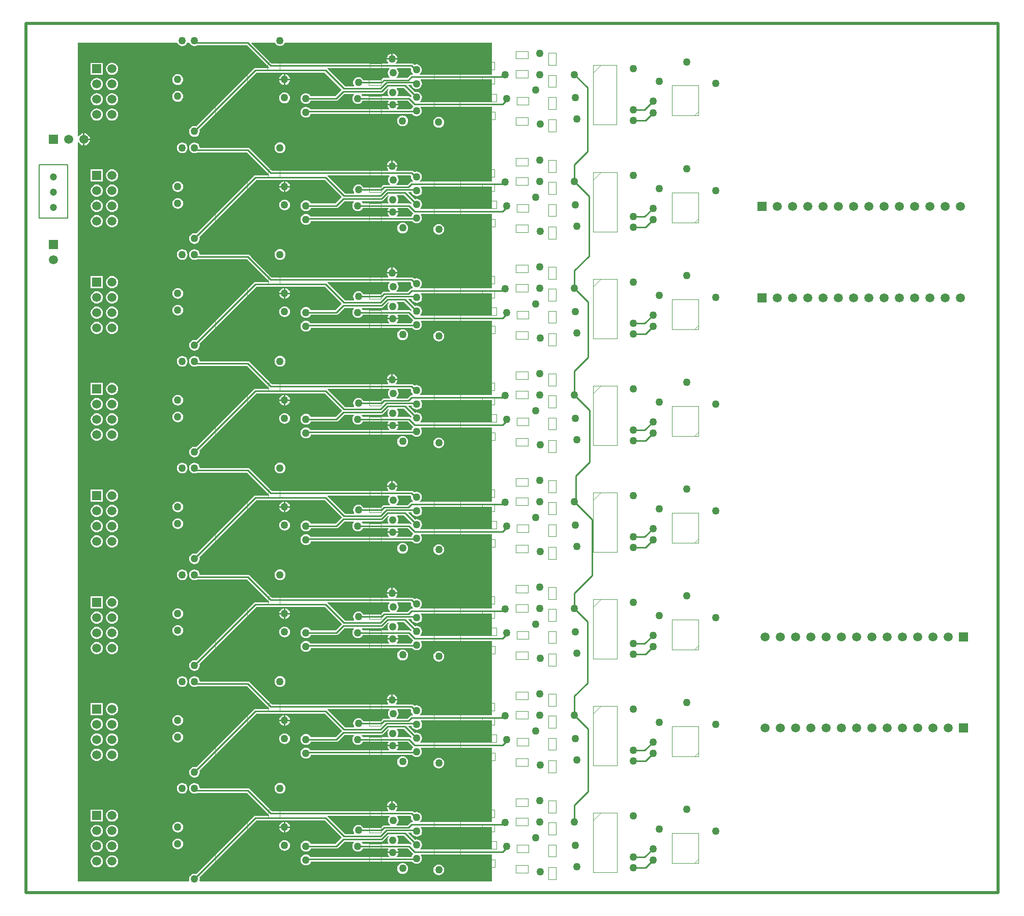
<source format=gbl>
G04*
G04 #@! TF.GenerationSoftware,Altium Limited,Altium Designer,19.0.10 (269)*
G04*
G04 Layer_Physical_Order=4*
G04 Layer_Color=16711680*
%FSLAX23Y23*%
%MOIN*%
G70*
G01*
G75*
%ADD10C,0.008*%
%ADD12C,0.010*%
%ADD13C,0.020*%
%ADD14C,0.004*%
%ADD36C,0.059*%
%ADD37R,0.059X0.059*%
%ADD38R,0.059X0.059*%
%ADD39C,0.047*%
%ADD40C,0.050*%
G36*
X4055Y5364D02*
X3583D01*
X3581Y5369D01*
X3584Y5371D01*
X3589Y5379D01*
X3593Y5387D01*
X3594Y5396D01*
X3593Y5405D01*
X3589Y5414D01*
X3584Y5421D01*
X3576Y5427D01*
X3568Y5430D01*
X3559Y5432D01*
X3550Y5430D01*
X3544Y5428D01*
X3539Y5433D01*
X3534Y5436D01*
X3528Y5437D01*
X3426D01*
X3425Y5441D01*
X3425Y5442D01*
X3430Y5449D01*
X3434Y5458D01*
X3434Y5462D01*
X3365D01*
X3365Y5458D01*
X3369Y5449D01*
X3374Y5442D01*
X3374Y5441D01*
X3373Y5437D01*
X2611D01*
X2478Y5570D01*
X2480Y5575D01*
X2632D01*
X2634Y5569D01*
X2640Y5562D01*
X2647Y5556D01*
X2655Y5553D01*
X2665Y5552D01*
X2674Y5553D01*
X2682Y5556D01*
X2690Y5562D01*
X2695Y5569D01*
X2697Y5575D01*
X4055D01*
Y5364D01*
D02*
G37*
G36*
X2073Y5569D02*
X2079Y5561D01*
X2086Y5556D01*
X2095Y5552D01*
X2104Y5551D01*
X2113Y5552D01*
X2122Y5556D01*
X2123Y5557D01*
X2448D01*
X2593Y5412D01*
X2591Y5408D01*
X2591Y5407D01*
X2504D01*
X2498Y5406D01*
X2493Y5403D01*
X2115Y5025D01*
X2113Y5026D01*
X2104Y5027D01*
X2095Y5026D01*
X2086Y5023D01*
X2079Y5017D01*
X2073Y5010D01*
X2070Y5001D01*
X2069Y4992D01*
X2070Y4983D01*
X2073Y4974D01*
X2079Y4967D01*
X2086Y4961D01*
X2095Y4958D01*
X2104Y4957D01*
X2113Y4958D01*
X2122Y4961D01*
X2129Y4967D01*
X2135Y4974D01*
X2138Y4983D01*
X2139Y4992D01*
X2138Y5001D01*
X2137Y5003D01*
X2510Y5377D01*
X2958D01*
X3068Y5267D01*
X3067Y5262D01*
X3028Y5222D01*
X2866D01*
X2865Y5225D01*
X2860Y5232D01*
X2852Y5238D01*
X2844Y5241D01*
X2835Y5242D01*
X2825Y5241D01*
X2817Y5238D01*
X2810Y5232D01*
X2804Y5225D01*
X2800Y5216D01*
X2799Y5207D01*
X2800Y5198D01*
X2804Y5189D01*
X2810Y5182D01*
X2817Y5176D01*
X2825Y5173D01*
X2835Y5172D01*
X2844Y5173D01*
X2852Y5176D01*
X2860Y5182D01*
X2865Y5189D01*
X2866Y5192D01*
X3035D01*
X3040Y5193D01*
X3045Y5196D01*
X3086Y5237D01*
X3148D01*
X3149Y5233D01*
X3149Y5232D01*
X3144Y5225D01*
X3140Y5216D01*
X3139Y5207D01*
X3140Y5198D01*
X3144Y5189D01*
X3150Y5182D01*
X3157Y5176D01*
X3165Y5173D01*
X3175Y5172D01*
X3184Y5173D01*
X3192Y5176D01*
X3200Y5182D01*
X3205Y5189D01*
X3206Y5192D01*
X3374D01*
X3376Y5187D01*
X3374Y5185D01*
X3370Y5176D01*
X3370Y5172D01*
X3439D01*
X3439Y5176D01*
X3435Y5185D01*
X3433Y5187D01*
X3435Y5192D01*
X3503D01*
X3536Y5159D01*
X3536Y5153D01*
X3534Y5151D01*
X3528Y5144D01*
X3525Y5137D01*
X3431D01*
X3429Y5142D01*
X3430Y5142D01*
X3435Y5149D01*
X3439Y5158D01*
X3439Y5162D01*
X3370D01*
X3370Y5158D01*
X3374Y5149D01*
X3380Y5142D01*
X3380Y5142D01*
X3379Y5137D01*
X2863D01*
X2860Y5142D01*
X2852Y5148D01*
X2844Y5151D01*
X2835Y5152D01*
X2825Y5151D01*
X2817Y5148D01*
X2810Y5142D01*
X2804Y5135D01*
X2800Y5126D01*
X2799Y5117D01*
X2800Y5108D01*
X2804Y5099D01*
X2810Y5092D01*
X2817Y5086D01*
X2825Y5083D01*
X2835Y5082D01*
X2844Y5083D01*
X2852Y5086D01*
X2860Y5092D01*
X2865Y5099D01*
X2868Y5106D01*
X3530D01*
X3534Y5101D01*
X3541Y5096D01*
X3550Y5092D01*
X3559Y5091D01*
X3568Y5092D01*
X3576Y5096D01*
X3584Y5101D01*
X3589Y5109D01*
X3593Y5117D01*
X3594Y5126D01*
X3593Y5135D01*
X3589Y5144D01*
X3586Y5148D01*
X3588Y5153D01*
X4055D01*
Y4662D01*
X3583D01*
X3581Y4667D01*
X3584Y4669D01*
X3590Y4677D01*
X3593Y4685D01*
X3595Y4694D01*
X3593Y4703D01*
X3590Y4712D01*
X3584Y4719D01*
X3577Y4725D01*
X3568Y4728D01*
X3559Y4730D01*
X3550Y4728D01*
X3544Y4726D01*
X3539Y4731D01*
X3534Y4734D01*
X3528Y4735D01*
X3427D01*
X3425Y4739D01*
X3425Y4740D01*
X3431Y4747D01*
X3434Y4756D01*
X3435Y4760D01*
X3365D01*
X3366Y4756D01*
X3369Y4747D01*
X3375Y4740D01*
X3375Y4739D01*
X3373Y4735D01*
X2611D01*
X2466Y4881D01*
X2461Y4884D01*
X2455Y4885D01*
X2140D01*
X2138Y4893D01*
X2135Y4902D01*
X2129Y4909D01*
X2122Y4915D01*
X2114Y4918D01*
X2104Y4920D01*
X2095Y4918D01*
X2087Y4915D01*
X2079Y4909D01*
X2074Y4902D01*
X2070Y4893D01*
X2069Y4884D01*
X2070Y4875D01*
X2074Y4867D01*
X2079Y4859D01*
X2087Y4854D01*
X2095Y4850D01*
X2104Y4849D01*
X2114Y4850D01*
X2122Y4854D01*
X2123Y4855D01*
X2449D01*
X2593Y4710D01*
X2592Y4706D01*
X2591Y4705D01*
X2504D01*
X2499Y4704D01*
X2494Y4701D01*
X2116Y4323D01*
X2114Y4324D01*
X2104Y4325D01*
X2095Y4324D01*
X2087Y4321D01*
X2079Y4315D01*
X2074Y4308D01*
X2070Y4299D01*
X2069Y4290D01*
X2070Y4281D01*
X2074Y4272D01*
X2079Y4265D01*
X2087Y4259D01*
X2095Y4256D01*
X2104Y4255D01*
X2114Y4256D01*
X2122Y4259D01*
X2129Y4265D01*
X2135Y4272D01*
X2138Y4281D01*
X2140Y4290D01*
X2138Y4299D01*
X2137Y4301D01*
X2511Y4675D01*
X2959D01*
X3068Y4565D01*
X3068Y4560D01*
X3029Y4520D01*
X2867D01*
X2866Y4523D01*
X2860Y4530D01*
X2853Y4536D01*
X2844Y4539D01*
X2835Y4540D01*
X2826Y4539D01*
X2817Y4536D01*
X2810Y4530D01*
X2804Y4523D01*
X2801Y4514D01*
X2800Y4505D01*
X2801Y4496D01*
X2804Y4487D01*
X2810Y4480D01*
X2817Y4474D01*
X2826Y4471D01*
X2835Y4470D01*
X2844Y4471D01*
X2853Y4474D01*
X2860Y4480D01*
X2866Y4487D01*
X2867Y4490D01*
X3035D01*
X3041Y4491D01*
X3046Y4494D01*
X3086Y4535D01*
X3148D01*
X3150Y4531D01*
X3150Y4530D01*
X3144Y4523D01*
X3141Y4514D01*
X3140Y4505D01*
X3141Y4496D01*
X3144Y4487D01*
X3150Y4480D01*
X3157Y4474D01*
X3166Y4471D01*
X3175Y4470D01*
X3184Y4471D01*
X3193Y4474D01*
X3200Y4480D01*
X3206Y4487D01*
X3207Y4490D01*
X3374D01*
X3376Y4485D01*
X3374Y4483D01*
X3371Y4474D01*
X3370Y4470D01*
X3440D01*
X3439Y4474D01*
X3436Y4483D01*
X3434Y4485D01*
X3436Y4490D01*
X3503D01*
X3536Y4457D01*
X3537Y4451D01*
X3534Y4449D01*
X3529Y4442D01*
X3526Y4435D01*
X3431D01*
X3429Y4440D01*
X3430Y4440D01*
X3436Y4447D01*
X3439Y4456D01*
X3440Y4460D01*
X3370D01*
X3371Y4456D01*
X3374Y4447D01*
X3380Y4440D01*
X3381Y4440D01*
X3379Y4435D01*
X2864D01*
X2860Y4440D01*
X2853Y4446D01*
X2844Y4449D01*
X2835Y4450D01*
X2826Y4449D01*
X2817Y4446D01*
X2810Y4440D01*
X2804Y4433D01*
X2801Y4424D01*
X2800Y4415D01*
X2801Y4406D01*
X2804Y4397D01*
X2810Y4390D01*
X2817Y4384D01*
X2826Y4381D01*
X2835Y4380D01*
X2844Y4381D01*
X2853Y4384D01*
X2860Y4390D01*
X2866Y4397D01*
X2868Y4404D01*
X3530D01*
X3534Y4399D01*
X3542Y4394D01*
X3550Y4390D01*
X3559Y4389D01*
X3568Y4390D01*
X3577Y4394D01*
X3584Y4399D01*
X3590Y4407D01*
X3593Y4415D01*
X3595Y4424D01*
X3593Y4433D01*
X3590Y4442D01*
X3586Y4446D01*
X3589Y4451D01*
X4055D01*
Y4173D01*
X4055D01*
Y3962D01*
X3583D01*
X3581Y3967D01*
X3584Y3969D01*
X3590Y3977D01*
X3593Y3985D01*
X3595Y3994D01*
X3593Y4003D01*
X3590Y4012D01*
X3584Y4019D01*
X3577Y4025D01*
X3568Y4028D01*
X3559Y4030D01*
X3550Y4028D01*
X3544Y4026D01*
X3539Y4031D01*
X3534Y4034D01*
X3528Y4035D01*
X3427D01*
X3425Y4039D01*
X3425Y4040D01*
X3431Y4047D01*
X3434Y4056D01*
X3435Y4060D01*
X3365D01*
X3366Y4056D01*
X3369Y4047D01*
X3375Y4040D01*
X3375Y4039D01*
X3373Y4035D01*
X2611D01*
X2478Y4168D01*
X2466Y4181D01*
X2461Y4184D01*
X2455Y4185D01*
X2140D01*
X2138Y4193D01*
X2135Y4202D01*
X2129Y4209D01*
X2122Y4215D01*
X2114Y4218D01*
X2104Y4220D01*
X2095Y4218D01*
X2087Y4215D01*
X2079Y4209D01*
X2074Y4202D01*
X2070Y4193D01*
X2069Y4184D01*
X2070Y4175D01*
X2074Y4167D01*
X2079Y4159D01*
X2087Y4154D01*
X2095Y4150D01*
X2104Y4149D01*
X2114Y4150D01*
X2122Y4154D01*
X2123Y4155D01*
X2449D01*
X2593Y4010D01*
X2592Y4006D01*
X2591Y4005D01*
X2504D01*
X2499Y4004D01*
X2494Y4001D01*
X2116Y3623D01*
X2114Y3624D01*
X2104Y3625D01*
X2095Y3624D01*
X2087Y3621D01*
X2079Y3615D01*
X2074Y3608D01*
X2070Y3599D01*
X2069Y3590D01*
X2070Y3581D01*
X2074Y3572D01*
X2079Y3565D01*
X2087Y3559D01*
X2095Y3556D01*
X2104Y3555D01*
X2114Y3556D01*
X2122Y3559D01*
X2129Y3565D01*
X2135Y3572D01*
X2138Y3581D01*
X2140Y3590D01*
X2138Y3599D01*
X2137Y3601D01*
X2511Y3975D01*
X2959D01*
X3068Y3865D01*
X3068Y3860D01*
X3029Y3820D01*
X2867D01*
X2866Y3823D01*
X2860Y3830D01*
X2853Y3836D01*
X2844Y3839D01*
X2835Y3840D01*
X2826Y3839D01*
X2817Y3836D01*
X2810Y3830D01*
X2804Y3823D01*
X2801Y3814D01*
X2800Y3805D01*
X2801Y3796D01*
X2804Y3787D01*
X2810Y3780D01*
X2817Y3774D01*
X2826Y3771D01*
X2835Y3770D01*
X2844Y3771D01*
X2853Y3774D01*
X2860Y3780D01*
X2866Y3787D01*
X2867Y3790D01*
X3035D01*
X3041Y3791D01*
X3046Y3794D01*
X3086Y3835D01*
X3148D01*
X3150Y3831D01*
X3150Y3830D01*
X3144Y3823D01*
X3141Y3814D01*
X3140Y3805D01*
X3141Y3796D01*
X3144Y3787D01*
X3150Y3780D01*
X3157Y3774D01*
X3166Y3771D01*
X3175Y3770D01*
X3184Y3771D01*
X3193Y3774D01*
X3200Y3780D01*
X3206Y3787D01*
X3207Y3790D01*
X3374D01*
X3376Y3785D01*
X3374Y3783D01*
X3371Y3774D01*
X3370Y3770D01*
X3440D01*
X3439Y3774D01*
X3436Y3783D01*
X3434Y3785D01*
X3436Y3790D01*
X3503D01*
X3536Y3757D01*
X3537Y3751D01*
X3534Y3749D01*
X3529Y3742D01*
X3526Y3735D01*
X3431D01*
X3429Y3740D01*
X3430Y3740D01*
X3436Y3747D01*
X3439Y3756D01*
X3440Y3760D01*
X3370D01*
X3371Y3756D01*
X3374Y3747D01*
X3380Y3740D01*
X3381Y3740D01*
X3379Y3735D01*
X2864D01*
X2860Y3740D01*
X2853Y3746D01*
X2844Y3749D01*
X2835Y3750D01*
X2826Y3749D01*
X2817Y3746D01*
X2810Y3740D01*
X2804Y3733D01*
X2801Y3724D01*
X2800Y3715D01*
X2801Y3706D01*
X2804Y3697D01*
X2810Y3690D01*
X2817Y3684D01*
X2826Y3681D01*
X2835Y3680D01*
X2844Y3681D01*
X2853Y3684D01*
X2860Y3690D01*
X2866Y3697D01*
X2868Y3704D01*
X3530D01*
X3534Y3699D01*
X3542Y3694D01*
X3550Y3690D01*
X3559Y3689D01*
X3568Y3690D01*
X3577Y3694D01*
X3584Y3699D01*
X3590Y3707D01*
X3593Y3715D01*
X3595Y3724D01*
X3593Y3733D01*
X3590Y3742D01*
X3586Y3746D01*
X3589Y3751D01*
X4055D01*
Y3262D01*
X3583D01*
X3581Y3267D01*
X3584Y3269D01*
X3590Y3277D01*
X3593Y3285D01*
X3595Y3294D01*
X3593Y3303D01*
X3590Y3312D01*
X3584Y3319D01*
X3577Y3325D01*
X3568Y3328D01*
X3559Y3330D01*
X3550Y3328D01*
X3544Y3326D01*
X3539Y3331D01*
X3534Y3334D01*
X3528Y3335D01*
X3427D01*
X3425Y3339D01*
X3425Y3340D01*
X3431Y3347D01*
X3434Y3356D01*
X3435Y3360D01*
X3365D01*
X3366Y3356D01*
X3369Y3347D01*
X3375Y3340D01*
X3375Y3339D01*
X3373Y3335D01*
X2611D01*
X2466Y3481D01*
X2461Y3484D01*
X2455Y3485D01*
X2140D01*
X2138Y3493D01*
X2135Y3502D01*
X2129Y3509D01*
X2122Y3515D01*
X2114Y3518D01*
X2104Y3520D01*
X2095Y3518D01*
X2087Y3515D01*
X2079Y3509D01*
X2074Y3502D01*
X2070Y3493D01*
X2069Y3484D01*
X2070Y3475D01*
X2074Y3467D01*
X2079Y3459D01*
X2087Y3454D01*
X2095Y3450D01*
X2104Y3449D01*
X2114Y3450D01*
X2122Y3454D01*
X2123Y3455D01*
X2449D01*
X2593Y3310D01*
X2592Y3306D01*
X2591Y3305D01*
X2504D01*
X2499Y3304D01*
X2494Y3301D01*
X2116Y2923D01*
X2114Y2924D01*
X2104Y2925D01*
X2095Y2924D01*
X2087Y2921D01*
X2079Y2915D01*
X2074Y2908D01*
X2070Y2899D01*
X2069Y2890D01*
X2070Y2881D01*
X2074Y2872D01*
X2079Y2865D01*
X2087Y2859D01*
X2095Y2856D01*
X2104Y2855D01*
X2114Y2856D01*
X2122Y2859D01*
X2129Y2865D01*
X2135Y2872D01*
X2138Y2881D01*
X2140Y2890D01*
X2138Y2899D01*
X2137Y2901D01*
X2511Y3275D01*
X2959D01*
X3069Y3164D01*
X3069Y3161D01*
X3029Y3120D01*
X2867D01*
X2866Y3123D01*
X2860Y3130D01*
X2853Y3136D01*
X2844Y3139D01*
X2835Y3140D01*
X2826Y3139D01*
X2817Y3136D01*
X2810Y3130D01*
X2804Y3123D01*
X2801Y3114D01*
X2800Y3105D01*
X2801Y3096D01*
X2804Y3087D01*
X2810Y3080D01*
X2817Y3074D01*
X2826Y3071D01*
X2835Y3070D01*
X2844Y3071D01*
X2853Y3074D01*
X2860Y3080D01*
X2866Y3087D01*
X2867Y3090D01*
X3035D01*
X3041Y3091D01*
X3046Y3094D01*
X3086Y3135D01*
X3148D01*
X3150Y3131D01*
X3150Y3130D01*
X3144Y3123D01*
X3141Y3114D01*
X3140Y3105D01*
X3141Y3096D01*
X3144Y3087D01*
X3150Y3080D01*
X3157Y3074D01*
X3166Y3071D01*
X3175Y3070D01*
X3184Y3071D01*
X3193Y3074D01*
X3200Y3080D01*
X3206Y3087D01*
X3207Y3090D01*
X3374D01*
X3376Y3085D01*
X3374Y3083D01*
X3371Y3074D01*
X3370Y3070D01*
X3440D01*
X3439Y3074D01*
X3436Y3083D01*
X3434Y3085D01*
X3436Y3090D01*
X3503D01*
X3536Y3057D01*
X3537Y3051D01*
X3534Y3049D01*
X3529Y3042D01*
X3526Y3035D01*
X3431D01*
X3429Y3040D01*
X3430Y3040D01*
X3436Y3047D01*
X3439Y3056D01*
X3440Y3060D01*
X3370D01*
X3371Y3056D01*
X3374Y3047D01*
X3380Y3040D01*
X3381Y3040D01*
X3379Y3035D01*
X2864D01*
X2860Y3040D01*
X2853Y3046D01*
X2844Y3049D01*
X2835Y3050D01*
X2826Y3049D01*
X2817Y3046D01*
X2810Y3040D01*
X2804Y3033D01*
X2801Y3024D01*
X2800Y3015D01*
X2801Y3006D01*
X2804Y2997D01*
X2810Y2990D01*
X2817Y2984D01*
X2826Y2981D01*
X2835Y2980D01*
X2844Y2981D01*
X2853Y2984D01*
X2860Y2990D01*
X2866Y2997D01*
X2868Y3004D01*
X3530D01*
X3534Y2999D01*
X3542Y2994D01*
X3550Y2990D01*
X3559Y2989D01*
X3568Y2990D01*
X3577Y2994D01*
X3584Y2999D01*
X3590Y3007D01*
X3593Y3015D01*
X3595Y3024D01*
X3593Y3033D01*
X3590Y3042D01*
X3586Y3046D01*
X3589Y3051D01*
X4055D01*
Y2562D01*
X3583D01*
X3581Y2567D01*
X3584Y2569D01*
X3590Y2577D01*
X3593Y2585D01*
X3595Y2594D01*
X3593Y2603D01*
X3590Y2612D01*
X3584Y2619D01*
X3577Y2625D01*
X3568Y2628D01*
X3559Y2630D01*
X3550Y2628D01*
X3544Y2626D01*
X3539Y2631D01*
X3534Y2634D01*
X3528Y2635D01*
X3427D01*
X3425Y2639D01*
X3425Y2640D01*
X3431Y2647D01*
X3434Y2656D01*
X3435Y2660D01*
X3365D01*
X3366Y2656D01*
X3369Y2647D01*
X3375Y2640D01*
X3375Y2639D01*
X3373Y2635D01*
X2611D01*
X2466Y2781D01*
X2461Y2784D01*
X2455Y2785D01*
X2140D01*
X2138Y2793D01*
X2135Y2802D01*
X2129Y2809D01*
X2122Y2815D01*
X2114Y2818D01*
X2104Y2820D01*
X2095Y2818D01*
X2087Y2815D01*
X2079Y2809D01*
X2074Y2802D01*
X2070Y2793D01*
X2069Y2784D01*
X2070Y2775D01*
X2074Y2767D01*
X2079Y2759D01*
X2087Y2754D01*
X2095Y2750D01*
X2104Y2749D01*
X2114Y2750D01*
X2122Y2754D01*
X2123Y2755D01*
X2449D01*
X2593Y2610D01*
X2592Y2606D01*
X2591Y2605D01*
X2504D01*
X2499Y2604D01*
X2494Y2601D01*
X2116Y2223D01*
X2114Y2224D01*
X2104Y2225D01*
X2095Y2224D01*
X2087Y2221D01*
X2079Y2215D01*
X2074Y2208D01*
X2070Y2199D01*
X2069Y2190D01*
X2070Y2181D01*
X2074Y2172D01*
X2079Y2165D01*
X2087Y2159D01*
X2095Y2156D01*
X2104Y2155D01*
X2114Y2156D01*
X2122Y2159D01*
X2129Y2165D01*
X2135Y2172D01*
X2138Y2181D01*
X2140Y2190D01*
X2138Y2199D01*
X2137Y2201D01*
X2511Y2575D01*
X2959D01*
X3069Y2464D01*
X3069Y2461D01*
X3029Y2420D01*
X2867D01*
X2866Y2423D01*
X2860Y2430D01*
X2853Y2436D01*
X2844Y2439D01*
X2835Y2440D01*
X2826Y2439D01*
X2817Y2436D01*
X2810Y2430D01*
X2804Y2423D01*
X2801Y2414D01*
X2800Y2405D01*
X2801Y2396D01*
X2804Y2387D01*
X2810Y2380D01*
X2817Y2374D01*
X2826Y2371D01*
X2835Y2370D01*
X2844Y2371D01*
X2853Y2374D01*
X2860Y2380D01*
X2866Y2387D01*
X2867Y2390D01*
X3035D01*
X3041Y2391D01*
X3046Y2394D01*
X3086Y2435D01*
X3148D01*
X3150Y2431D01*
X3150Y2430D01*
X3144Y2423D01*
X3141Y2414D01*
X3140Y2405D01*
X3141Y2396D01*
X3144Y2387D01*
X3150Y2380D01*
X3157Y2374D01*
X3166Y2371D01*
X3175Y2370D01*
X3184Y2371D01*
X3193Y2374D01*
X3200Y2380D01*
X3206Y2387D01*
X3207Y2390D01*
X3374D01*
X3376Y2385D01*
X3374Y2383D01*
X3371Y2374D01*
X3370Y2370D01*
X3440D01*
X3439Y2374D01*
X3436Y2383D01*
X3434Y2385D01*
X3436Y2390D01*
X3503D01*
X3536Y2357D01*
X3537Y2351D01*
X3534Y2349D01*
X3529Y2342D01*
X3526Y2335D01*
X3431D01*
X3429Y2340D01*
X3430Y2340D01*
X3436Y2347D01*
X3439Y2356D01*
X3440Y2360D01*
X3370D01*
X3371Y2356D01*
X3374Y2347D01*
X3380Y2340D01*
X3381Y2340D01*
X3379Y2335D01*
X2864D01*
X2860Y2340D01*
X2853Y2346D01*
X2844Y2349D01*
X2835Y2350D01*
X2826Y2349D01*
X2817Y2346D01*
X2810Y2340D01*
X2804Y2333D01*
X2801Y2324D01*
X2800Y2315D01*
X2801Y2306D01*
X2804Y2297D01*
X2810Y2290D01*
X2817Y2284D01*
X2826Y2281D01*
X2835Y2280D01*
X2844Y2281D01*
X2853Y2284D01*
X2860Y2290D01*
X2866Y2297D01*
X2868Y2304D01*
X3530D01*
X3534Y2299D01*
X3542Y2294D01*
X3550Y2290D01*
X3559Y2289D01*
X3568Y2290D01*
X3577Y2294D01*
X3584Y2299D01*
X3590Y2307D01*
X3593Y2315D01*
X3595Y2324D01*
X3593Y2333D01*
X3590Y2342D01*
X3586Y2346D01*
X3589Y2351D01*
X4055D01*
Y1862D01*
X3583D01*
X3581Y1867D01*
X3584Y1869D01*
X3590Y1877D01*
X3593Y1885D01*
X3595Y1894D01*
X3593Y1903D01*
X3590Y1912D01*
X3584Y1919D01*
X3577Y1925D01*
X3568Y1928D01*
X3559Y1930D01*
X3550Y1928D01*
X3544Y1926D01*
X3539Y1931D01*
X3534Y1934D01*
X3528Y1935D01*
X3427D01*
X3425Y1939D01*
X3425Y1940D01*
X3431Y1947D01*
X3434Y1956D01*
X3435Y1960D01*
X3365D01*
X3366Y1956D01*
X3369Y1947D01*
X3375Y1940D01*
X3375Y1939D01*
X3373Y1935D01*
X2611D01*
X2466Y2081D01*
X2461Y2084D01*
X2455Y2085D01*
X2140D01*
X2138Y2093D01*
X2135Y2102D01*
X2129Y2109D01*
X2122Y2115D01*
X2114Y2118D01*
X2104Y2120D01*
X2095Y2118D01*
X2087Y2115D01*
X2079Y2109D01*
X2074Y2102D01*
X2070Y2093D01*
X2069Y2084D01*
X2070Y2075D01*
X2074Y2067D01*
X2079Y2059D01*
X2087Y2054D01*
X2095Y2050D01*
X2104Y2049D01*
X2114Y2050D01*
X2122Y2054D01*
X2123Y2055D01*
X2449D01*
X2593Y1910D01*
X2592Y1906D01*
X2591Y1905D01*
X2504D01*
X2499Y1904D01*
X2494Y1901D01*
X2116Y1523D01*
X2114Y1524D01*
X2104Y1525D01*
X2095Y1524D01*
X2087Y1521D01*
X2079Y1515D01*
X2074Y1508D01*
X2070Y1499D01*
X2069Y1490D01*
X2070Y1481D01*
X2074Y1472D01*
X2079Y1465D01*
X2087Y1459D01*
X2095Y1456D01*
X2104Y1455D01*
X2114Y1456D01*
X2122Y1459D01*
X2129Y1465D01*
X2135Y1472D01*
X2138Y1481D01*
X2140Y1490D01*
X2138Y1499D01*
X2137Y1501D01*
X2511Y1875D01*
X2959D01*
X3069Y1764D01*
X3069Y1761D01*
X3029Y1720D01*
X2867D01*
X2866Y1723D01*
X2860Y1730D01*
X2853Y1736D01*
X2844Y1739D01*
X2835Y1740D01*
X2826Y1739D01*
X2817Y1736D01*
X2810Y1730D01*
X2804Y1723D01*
X2801Y1714D01*
X2800Y1705D01*
X2801Y1696D01*
X2804Y1687D01*
X2810Y1680D01*
X2817Y1674D01*
X2826Y1671D01*
X2835Y1670D01*
X2844Y1671D01*
X2853Y1674D01*
X2860Y1680D01*
X2866Y1687D01*
X2867Y1690D01*
X3035D01*
X3041Y1691D01*
X3046Y1694D01*
X3086Y1735D01*
X3148D01*
X3150Y1731D01*
X3150Y1730D01*
X3144Y1723D01*
X3141Y1714D01*
X3140Y1705D01*
X3141Y1696D01*
X3144Y1687D01*
X3150Y1680D01*
X3157Y1674D01*
X3166Y1671D01*
X3175Y1670D01*
X3184Y1671D01*
X3193Y1674D01*
X3200Y1680D01*
X3206Y1687D01*
X3207Y1690D01*
X3374D01*
X3376Y1685D01*
X3374Y1683D01*
X3371Y1674D01*
X3370Y1670D01*
X3440D01*
X3439Y1674D01*
X3436Y1683D01*
X3434Y1685D01*
X3436Y1690D01*
X3503D01*
X3536Y1657D01*
X3537Y1651D01*
X3534Y1649D01*
X3529Y1642D01*
X3526Y1635D01*
X3431D01*
X3429Y1640D01*
X3430Y1640D01*
X3436Y1647D01*
X3439Y1656D01*
X3440Y1660D01*
X3370D01*
X3371Y1656D01*
X3374Y1647D01*
X3380Y1640D01*
X3381Y1640D01*
X3379Y1635D01*
X2864D01*
X2860Y1640D01*
X2853Y1646D01*
X2844Y1649D01*
X2835Y1650D01*
X2826Y1649D01*
X2817Y1646D01*
X2810Y1640D01*
X2804Y1633D01*
X2801Y1624D01*
X2800Y1615D01*
X2801Y1606D01*
X2804Y1597D01*
X2810Y1590D01*
X2817Y1584D01*
X2826Y1581D01*
X2835Y1580D01*
X2844Y1581D01*
X2853Y1584D01*
X2860Y1590D01*
X2866Y1597D01*
X2868Y1604D01*
X3530D01*
X3534Y1599D01*
X3542Y1594D01*
X3550Y1590D01*
X3559Y1589D01*
X3568Y1590D01*
X3577Y1594D01*
X3584Y1599D01*
X3590Y1607D01*
X3593Y1615D01*
X3595Y1624D01*
X3593Y1633D01*
X3590Y1642D01*
X3586Y1646D01*
X3589Y1651D01*
X4055D01*
Y1162D01*
X3583D01*
X3581Y1167D01*
X3584Y1169D01*
X3590Y1177D01*
X3593Y1185D01*
X3595Y1194D01*
X3593Y1203D01*
X3590Y1212D01*
X3584Y1219D01*
X3577Y1225D01*
X3568Y1228D01*
X3559Y1230D01*
X3550Y1228D01*
X3544Y1226D01*
X3539Y1231D01*
X3534Y1234D01*
X3528Y1235D01*
X3427D01*
X3425Y1239D01*
X3425Y1240D01*
X3431Y1247D01*
X3434Y1256D01*
X3435Y1260D01*
X3365D01*
X3366Y1256D01*
X3369Y1247D01*
X3375Y1240D01*
X3375Y1239D01*
D01*
X3373Y1235D01*
X2611D01*
X2466Y1381D01*
X2461Y1384D01*
X2455Y1385D01*
X2140D01*
X2138Y1393D01*
X2135Y1402D01*
X2129Y1409D01*
X2122Y1415D01*
X2114Y1418D01*
X2104Y1420D01*
X2095Y1418D01*
X2087Y1415D01*
X2079Y1409D01*
X2074Y1402D01*
X2070Y1393D01*
X2069Y1384D01*
X2070Y1375D01*
X2074Y1367D01*
X2079Y1359D01*
X2087Y1354D01*
X2095Y1350D01*
X2104Y1349D01*
X2114Y1350D01*
X2122Y1354D01*
X2123Y1355D01*
X2449D01*
X2593Y1210D01*
X2592Y1206D01*
X2591Y1205D01*
X2504D01*
X2499Y1204D01*
X2494Y1201D01*
X2116Y823D01*
X2114Y824D01*
X2104Y825D01*
X2095Y824D01*
X2087Y821D01*
X2079Y815D01*
X2074Y808D01*
X2070Y799D01*
X2069Y790D01*
X2070Y781D01*
X2074Y772D01*
X2079Y765D01*
X2087Y759D01*
X2095Y756D01*
X2104Y755D01*
X2114Y756D01*
X2122Y759D01*
X2129Y765D01*
X2135Y772D01*
X2138Y781D01*
X2140Y790D01*
X2138Y799D01*
X2137Y801D01*
X2511Y1175D01*
X2959D01*
X3069Y1064D01*
X3069Y1061D01*
X3029Y1020D01*
X2867D01*
X2866Y1023D01*
X2860Y1030D01*
X2853Y1036D01*
X2844Y1039D01*
X2835Y1040D01*
X2826Y1039D01*
X2817Y1036D01*
X2810Y1030D01*
X2804Y1023D01*
X2801Y1014D01*
X2800Y1005D01*
X2801Y996D01*
X2804Y987D01*
X2810Y980D01*
X2817Y974D01*
X2826Y971D01*
X2835Y970D01*
X2844Y971D01*
X2853Y974D01*
X2860Y980D01*
X2866Y987D01*
X2867Y990D01*
X3035D01*
X3041Y991D01*
X3046Y994D01*
X3086Y1035D01*
X3148D01*
X3150Y1031D01*
X3150Y1030D01*
X3144Y1023D01*
X3141Y1014D01*
X3140Y1005D01*
X3141Y996D01*
X3144Y987D01*
X3150Y980D01*
X3157Y974D01*
X3166Y971D01*
X3175Y970D01*
X3184Y971D01*
X3193Y974D01*
X3200Y980D01*
X3206Y987D01*
X3207Y990D01*
X3374D01*
X3376Y985D01*
X3374Y983D01*
X3371Y974D01*
X3370Y970D01*
X3440D01*
X3439Y974D01*
X3436Y983D01*
X3434Y985D01*
X3436Y990D01*
X3503D01*
X3536Y957D01*
X3537Y951D01*
X3534Y949D01*
X3529Y942D01*
X3526Y935D01*
X3431D01*
X3429Y940D01*
X3430Y940D01*
X3436Y947D01*
X3439Y956D01*
X3440Y960D01*
X3370D01*
X3371Y956D01*
X3374Y947D01*
X3380Y940D01*
X3381Y940D01*
X3379Y935D01*
X2864D01*
X2860Y940D01*
X2853Y946D01*
X2844Y949D01*
X2835Y950D01*
X2826Y949D01*
X2817Y946D01*
X2810Y940D01*
X2804Y933D01*
X2801Y924D01*
X2800Y915D01*
X2801Y906D01*
X2804Y897D01*
X2810Y890D01*
X2817Y884D01*
X2826Y881D01*
X2835Y880D01*
X2844Y881D01*
X2853Y884D01*
X2860Y890D01*
X2866Y897D01*
X2868Y904D01*
X3530D01*
X3534Y899D01*
X3542Y894D01*
X3550Y890D01*
X3559Y889D01*
X3568Y890D01*
X3577Y894D01*
X3584Y899D01*
X3590Y907D01*
X3593Y915D01*
X3595Y924D01*
X3593Y933D01*
X3590Y942D01*
X3586Y946D01*
X3589Y951D01*
X4055D01*
Y462D01*
X3583D01*
X3581Y467D01*
X3584Y469D01*
X3590Y477D01*
X3593Y485D01*
X3595Y494D01*
X3593Y503D01*
X3590Y512D01*
X3584Y519D01*
X3577Y525D01*
X3568Y528D01*
X3559Y530D01*
X3550Y528D01*
X3544Y526D01*
X3539Y531D01*
X3534Y534D01*
X3528Y535D01*
X3427D01*
X3425Y539D01*
X3425Y540D01*
X3431Y547D01*
X3434Y556D01*
X3435Y560D01*
X3365D01*
X3366Y556D01*
X3369Y547D01*
X3375Y540D01*
X3375Y539D01*
D01*
X3373Y535D01*
X2611D01*
X2466Y681D01*
X2461Y684D01*
X2455Y685D01*
X2140D01*
X2138Y693D01*
X2135Y702D01*
X2129Y709D01*
X2122Y715D01*
X2114Y718D01*
X2104Y720D01*
X2095Y718D01*
X2087Y715D01*
X2079Y709D01*
X2074Y702D01*
X2070Y693D01*
X2069Y684D01*
X2070Y675D01*
X2074Y667D01*
X2079Y659D01*
X2087Y654D01*
X2095Y650D01*
X2104Y649D01*
X2114Y650D01*
X2122Y654D01*
X2123Y655D01*
X2449D01*
X2593Y510D01*
X2592Y506D01*
X2591Y505D01*
X2504D01*
X2499Y504D01*
X2494Y501D01*
X2116Y123D01*
X2114Y124D01*
X2104Y125D01*
X2095Y124D01*
X2087Y121D01*
X2079Y115D01*
X2074Y108D01*
X2071Y101D01*
X2070Y99D01*
X2069Y90D01*
X2070Y81D01*
X2071Y79D01*
X2068Y75D01*
X1340D01*
Y4920D01*
X1345Y4921D01*
X1345Y4920D01*
X1352Y4912D01*
X1360Y4905D01*
X1370Y4901D01*
X1375Y4901D01*
Y4940D01*
Y4979D01*
X1370Y4979D01*
X1360Y4975D01*
X1352Y4968D01*
X1345Y4960D01*
X1345Y4959D01*
X1340Y4960D01*
Y5575D01*
X1991D01*
X1993Y5569D01*
X1999Y5561D01*
X2006Y5556D01*
X2015Y5552D01*
X2024Y5551D01*
X2033Y5552D01*
X2042Y5556D01*
X2049Y5561D01*
X2055Y5569D01*
X2057Y5575D01*
X2071D01*
X2073Y5569D01*
D02*
G37*
G36*
X3524Y5403D02*
X3523Y5396D01*
X3525Y5387D01*
X3528Y5379D01*
X3534Y5371D01*
X3537Y5369D01*
X3535Y5364D01*
X3528D01*
X3522Y5363D01*
X3517Y5360D01*
X3500Y5343D01*
X3429D01*
X3428Y5348D01*
X3431Y5351D01*
X3437Y5358D01*
X3440Y5367D01*
X3442Y5376D01*
X3440Y5385D01*
X3437Y5394D01*
X3431Y5401D01*
X3431Y5402D01*
X3432Y5407D01*
X3521D01*
X3524Y5403D01*
D02*
G37*
G36*
X3382Y5402D02*
X3381Y5401D01*
X3376Y5394D01*
X3372Y5385D01*
X3371Y5376D01*
X3372Y5367D01*
X3376Y5358D01*
X3381Y5351D01*
X3385Y5348D01*
X3383Y5343D01*
X3347D01*
X3341Y5342D01*
X3336Y5339D01*
X3324Y5327D01*
X3211D01*
X3210Y5330D01*
X3205Y5337D01*
X3197Y5343D01*
X3189Y5346D01*
X3180Y5347D01*
X3170Y5346D01*
X3162Y5343D01*
X3155Y5337D01*
X3149Y5330D01*
X3145Y5321D01*
X3144Y5312D01*
X3145Y5303D01*
X3149Y5294D01*
X3151Y5292D01*
X3149Y5287D01*
X3091D01*
X2976Y5402D01*
X2978Y5406D01*
X2978Y5407D01*
X3381D01*
X3382Y5402D01*
D02*
G37*
G36*
X4055Y5184D02*
X3585D01*
X3583Y5189D01*
X3585Y5191D01*
X3591Y5198D01*
X3594Y5207D01*
X3596Y5216D01*
X3594Y5225D01*
X3591Y5233D01*
X3585Y5241D01*
X3578Y5246D01*
X3569Y5250D01*
X3560Y5251D01*
X3551Y5250D01*
X3549Y5249D01*
X3506Y5292D01*
X3507Y5297D01*
X3526D01*
X3526Y5296D01*
X3530Y5287D01*
X3536Y5280D01*
X3543Y5274D01*
X3551Y5271D01*
X3561Y5269D01*
X3570Y5271D01*
X3578Y5274D01*
X3585Y5280D01*
X3591Y5287D01*
X3595Y5296D01*
X3596Y5305D01*
X3595Y5314D01*
X3591Y5322D01*
X3586Y5328D01*
X3588Y5333D01*
X4055D01*
Y5184D01*
D02*
G37*
G36*
X3375Y5274D02*
X3377Y5269D01*
X3377Y5269D01*
X3374Y5265D01*
X3370Y5256D01*
X3369Y5247D01*
X3370Y5238D01*
X3374Y5229D01*
X3376Y5227D01*
X3374Y5222D01*
X3206D01*
X3205Y5225D01*
X3200Y5232D01*
X3200Y5233D01*
X3201Y5237D01*
X3330D01*
X3335Y5238D01*
X3340Y5241D01*
X3374Y5274D01*
X3375Y5274D01*
D02*
G37*
G36*
X3527Y5227D02*
X3526Y5225D01*
X3526Y5219D01*
X3520Y5218D01*
X3520Y5218D01*
X3515Y5221D01*
X3509Y5222D01*
X3435D01*
X3433Y5227D01*
X3435Y5229D01*
X3439Y5238D01*
X3440Y5247D01*
X3439Y5256D01*
X3435Y5265D01*
X3430Y5272D01*
X3430Y5273D01*
X3431Y5277D01*
X3478D01*
X3527Y5227D01*
D02*
G37*
G36*
X3525Y4701D02*
X3524Y4694D01*
X3525Y4685D01*
X3529Y4677D01*
X3534Y4669D01*
X3537Y4667D01*
X3535Y4662D01*
X3528D01*
X3522Y4661D01*
X3517Y4658D01*
X3501Y4641D01*
X3430D01*
X3428Y4646D01*
X3432Y4649D01*
X3437Y4656D01*
X3441Y4665D01*
X3442Y4674D01*
X3441Y4683D01*
X3437Y4692D01*
X3432Y4699D01*
X3431Y4700D01*
X3433Y4705D01*
X3521D01*
X3525Y4701D01*
D02*
G37*
G36*
X3383Y4700D02*
X3382Y4699D01*
X3376Y4692D01*
X3373Y4683D01*
X3372Y4674D01*
X3373Y4665D01*
X3376Y4656D01*
X3382Y4649D01*
X3386Y4646D01*
X3384Y4641D01*
X3347D01*
X3341Y4640D01*
X3336Y4637D01*
X3325Y4625D01*
X3212D01*
X3211Y4628D01*
X3205Y4635D01*
X3198Y4641D01*
X3189Y4644D01*
X3180Y4645D01*
X3171Y4644D01*
X3162Y4641D01*
X3155Y4635D01*
X3149Y4628D01*
X3146Y4619D01*
X3145Y4610D01*
X3146Y4601D01*
X3149Y4592D01*
X3151Y4590D01*
X3149Y4585D01*
X3091D01*
X2977Y4700D01*
X2978Y4704D01*
X2979Y4705D01*
X3381D01*
X3383Y4700D01*
D02*
G37*
G36*
X4055Y4482D02*
X3585D01*
X3584Y4487D01*
X3586Y4489D01*
X3591Y4496D01*
X3595Y4505D01*
X3596Y4514D01*
X3595Y4523D01*
X3591Y4531D01*
X3586Y4539D01*
X3578Y4544D01*
X3570Y4548D01*
X3561Y4549D01*
X3552Y4548D01*
X3549Y4547D01*
X3506Y4590D01*
X3508Y4595D01*
X3527D01*
X3527Y4594D01*
X3530Y4585D01*
X3536Y4578D01*
X3543Y4572D01*
X3552Y4569D01*
X3561Y4567D01*
X3570Y4569D01*
X3579Y4572D01*
X3586Y4578D01*
X3592Y4585D01*
X3595Y4594D01*
X3596Y4603D01*
X3595Y4612D01*
X3592Y4620D01*
X3587Y4626D01*
X3589Y4631D01*
X4055D01*
Y4482D01*
D02*
G37*
G36*
X3375Y4572D02*
X3378Y4567D01*
X3377Y4567D01*
X3374Y4563D01*
X3371Y4554D01*
X3370Y4545D01*
X3371Y4536D01*
X3374Y4527D01*
X3376Y4525D01*
X3374Y4520D01*
X3207D01*
X3206Y4523D01*
X3200Y4530D01*
X3200Y4531D01*
X3202Y4535D01*
X3330D01*
X3336Y4536D01*
X3341Y4539D01*
X3374Y4572D01*
X3375Y4572D01*
D02*
G37*
G36*
X3528Y4525D02*
X3527Y4523D01*
X3526Y4517D01*
X3521Y4516D01*
X3521Y4516D01*
X3516Y4519D01*
X3510Y4520D01*
X3436D01*
X3434Y4525D01*
X3436Y4527D01*
X3439Y4536D01*
X3440Y4545D01*
X3439Y4554D01*
X3436Y4563D01*
X3430Y4570D01*
X3430Y4571D01*
X3432Y4575D01*
X3478D01*
X3528Y4525D01*
D02*
G37*
G36*
X3525Y4001D02*
X3524Y3994D01*
X3525Y3985D01*
X3529Y3977D01*
X3534Y3969D01*
X3537Y3967D01*
X3535Y3962D01*
X3528D01*
X3522Y3961D01*
X3517Y3958D01*
X3501Y3941D01*
X3430D01*
X3428Y3946D01*
X3432Y3949D01*
X3437Y3956D01*
X3441Y3965D01*
X3442Y3974D01*
X3441Y3983D01*
X3437Y3992D01*
X3432Y3999D01*
X3431Y4000D01*
X3433Y4005D01*
X3521D01*
X3525Y4001D01*
D02*
G37*
G36*
X3383Y4000D02*
X3382Y3999D01*
X3376Y3992D01*
X3373Y3983D01*
X3372Y3974D01*
X3373Y3965D01*
X3376Y3956D01*
X3382Y3949D01*
X3386Y3946D01*
X3384Y3941D01*
X3347D01*
X3341Y3940D01*
X3336Y3937D01*
X3325Y3925D01*
X3212D01*
X3211Y3928D01*
X3205Y3935D01*
X3198Y3941D01*
X3189Y3944D01*
X3180Y3945D01*
X3171Y3944D01*
X3162Y3941D01*
X3155Y3935D01*
X3149Y3928D01*
X3146Y3919D01*
X3145Y3910D01*
X3146Y3901D01*
X3149Y3892D01*
X3151Y3890D01*
X3149Y3885D01*
X3091D01*
X2977Y4000D01*
X2978Y4004D01*
X2979Y4005D01*
X3381D01*
X3383Y4000D01*
D02*
G37*
G36*
X4055Y3782D02*
X3585D01*
X3584Y3787D01*
X3586Y3789D01*
X3591Y3796D01*
X3595Y3805D01*
X3596Y3814D01*
X3595Y3823D01*
X3591Y3831D01*
X3586Y3839D01*
X3578Y3844D01*
X3570Y3848D01*
X3561Y3849D01*
X3552Y3848D01*
X3549Y3847D01*
X3506Y3890D01*
X3508Y3895D01*
X3527D01*
X3527Y3894D01*
X3530Y3885D01*
X3536Y3878D01*
X3543Y3872D01*
X3552Y3869D01*
X3561Y3867D01*
X3570Y3869D01*
X3579Y3872D01*
X3586Y3878D01*
X3592Y3885D01*
X3595Y3894D01*
X3596Y3903D01*
X3595Y3912D01*
X3592Y3920D01*
X3587Y3926D01*
X3589Y3931D01*
X4055D01*
Y3782D01*
D02*
G37*
G36*
X3375Y3872D02*
X3378Y3867D01*
X3377Y3867D01*
X3374Y3863D01*
X3371Y3854D01*
X3370Y3845D01*
X3371Y3836D01*
X3374Y3827D01*
X3376Y3825D01*
X3374Y3820D01*
X3207D01*
X3206Y3823D01*
X3200Y3830D01*
X3200Y3831D01*
X3202Y3835D01*
X3330D01*
X3336Y3836D01*
X3341Y3839D01*
X3374Y3872D01*
X3375Y3872D01*
D02*
G37*
G36*
X3528Y3825D02*
X3527Y3823D01*
X3526Y3817D01*
X3521Y3816D01*
X3521Y3816D01*
X3516Y3819D01*
X3510Y3820D01*
X3436D01*
X3434Y3825D01*
X3436Y3827D01*
X3439Y3836D01*
X3440Y3845D01*
X3439Y3854D01*
X3436Y3863D01*
X3430Y3870D01*
X3430Y3871D01*
X3432Y3875D01*
X3478D01*
X3528Y3825D01*
D02*
G37*
G36*
X3525Y3301D02*
X3524Y3294D01*
X3525Y3285D01*
X3529Y3277D01*
X3534Y3269D01*
X3537Y3267D01*
X3535Y3262D01*
X3528D01*
X3522Y3261D01*
X3517Y3258D01*
X3501Y3241D01*
X3430D01*
X3428Y3246D01*
X3432Y3249D01*
X3437Y3256D01*
X3441Y3265D01*
X3442Y3274D01*
X3441Y3283D01*
X3437Y3292D01*
X3432Y3299D01*
X3431Y3300D01*
X3433Y3305D01*
X3521D01*
X3525Y3301D01*
D02*
G37*
G36*
X3383Y3300D02*
X3382Y3299D01*
X3376Y3292D01*
X3373Y3283D01*
X3372Y3274D01*
X3373Y3265D01*
X3376Y3256D01*
X3382Y3249D01*
X3386Y3246D01*
X3384Y3241D01*
X3347D01*
X3341Y3240D01*
X3336Y3237D01*
X3325Y3225D01*
X3212D01*
X3211Y3228D01*
X3205Y3235D01*
X3198Y3241D01*
X3189Y3244D01*
X3180Y3245D01*
X3171Y3244D01*
X3162Y3241D01*
X3155Y3235D01*
X3149Y3228D01*
X3146Y3219D01*
X3145Y3210D01*
X3146Y3201D01*
X3149Y3192D01*
X3151Y3190D01*
X3149Y3185D01*
X3091D01*
X2977Y3300D01*
X2978Y3304D01*
X2979Y3305D01*
X3381D01*
X3383Y3300D01*
D02*
G37*
G36*
X4055Y3082D02*
X3585D01*
X3584Y3087D01*
X3586Y3089D01*
X3591Y3096D01*
X3595Y3105D01*
X3596Y3114D01*
X3595Y3123D01*
X3591Y3131D01*
X3586Y3139D01*
X3578Y3144D01*
X3570Y3148D01*
X3561Y3149D01*
X3552Y3148D01*
X3549Y3147D01*
X3506Y3190D01*
X3508Y3195D01*
X3527D01*
X3527Y3194D01*
X3530Y3185D01*
X3536Y3178D01*
X3543Y3172D01*
X3552Y3169D01*
X3561Y3167D01*
X3570Y3169D01*
X3579Y3172D01*
X3586Y3178D01*
X3592Y3185D01*
X3595Y3194D01*
X3596Y3203D01*
X3595Y3212D01*
X3592Y3220D01*
X3587Y3226D01*
X3589Y3231D01*
X4055D01*
Y3082D01*
D02*
G37*
G36*
X3375Y3172D02*
X3378Y3167D01*
X3377Y3167D01*
X3374Y3163D01*
X3371Y3154D01*
X3370Y3145D01*
X3371Y3136D01*
X3374Y3127D01*
X3376Y3125D01*
X3374Y3120D01*
X3207D01*
X3206Y3123D01*
X3200Y3130D01*
X3200Y3131D01*
X3202Y3135D01*
X3330D01*
X3336Y3136D01*
X3341Y3139D01*
X3374Y3172D01*
X3375Y3172D01*
D02*
G37*
G36*
X3528Y3125D02*
X3527Y3123D01*
X3526Y3117D01*
X3521Y3116D01*
X3521Y3116D01*
X3516Y3119D01*
X3510Y3120D01*
X3436D01*
X3434Y3125D01*
X3436Y3127D01*
X3439Y3136D01*
X3440Y3145D01*
X3439Y3154D01*
X3436Y3163D01*
X3430Y3170D01*
X3430Y3171D01*
X3432Y3175D01*
X3478D01*
X3528Y3125D01*
D02*
G37*
G36*
X3525Y2601D02*
X3524Y2594D01*
X3525Y2585D01*
X3529Y2577D01*
X3534Y2569D01*
X3537Y2567D01*
X3535Y2562D01*
X3528D01*
X3522Y2561D01*
X3517Y2558D01*
X3501Y2541D01*
X3430D01*
X3428Y2546D01*
X3432Y2549D01*
X3437Y2556D01*
X3441Y2565D01*
X3442Y2574D01*
X3441Y2583D01*
X3437Y2592D01*
X3432Y2599D01*
X3431Y2600D01*
X3433Y2605D01*
X3521D01*
X3525Y2601D01*
D02*
G37*
G36*
X3383Y2600D02*
X3382Y2599D01*
X3376Y2592D01*
X3373Y2583D01*
X3372Y2574D01*
X3373Y2565D01*
X3376Y2556D01*
X3382Y2549D01*
X3386Y2546D01*
X3384Y2541D01*
X3347D01*
X3341Y2540D01*
X3336Y2537D01*
X3325Y2525D01*
X3212D01*
X3211Y2528D01*
X3205Y2535D01*
X3198Y2541D01*
X3189Y2544D01*
X3180Y2545D01*
X3171Y2544D01*
X3162Y2541D01*
X3155Y2535D01*
X3149Y2528D01*
X3146Y2519D01*
X3145Y2510D01*
X3146Y2501D01*
X3149Y2492D01*
X3151Y2490D01*
X3149Y2485D01*
X3091D01*
X2977Y2600D01*
X2978Y2604D01*
X2979Y2605D01*
X3381D01*
X3383Y2600D01*
D02*
G37*
G36*
X4055Y2382D02*
X3585D01*
X3584Y2387D01*
X3586Y2389D01*
X3591Y2396D01*
X3595Y2405D01*
X3596Y2414D01*
X3595Y2423D01*
X3591Y2431D01*
X3586Y2439D01*
X3578Y2444D01*
X3570Y2448D01*
X3561Y2449D01*
X3552Y2448D01*
X3549Y2447D01*
X3506Y2490D01*
X3508Y2495D01*
X3527D01*
X3527Y2494D01*
X3530Y2485D01*
X3536Y2478D01*
X3543Y2472D01*
X3552Y2469D01*
X3561Y2467D01*
X3570Y2469D01*
X3579Y2472D01*
X3586Y2478D01*
X3592Y2485D01*
X3595Y2494D01*
X3596Y2503D01*
X3595Y2512D01*
X3592Y2520D01*
X3587Y2526D01*
X3589Y2531D01*
X4055D01*
Y2382D01*
D02*
G37*
G36*
X3375Y2472D02*
X3378Y2467D01*
X3377Y2467D01*
X3374Y2463D01*
X3371Y2454D01*
X3370Y2445D01*
X3371Y2436D01*
X3374Y2427D01*
X3376Y2425D01*
X3374Y2420D01*
X3207D01*
X3206Y2423D01*
X3200Y2430D01*
X3200Y2431D01*
X3202Y2435D01*
X3330D01*
X3336Y2436D01*
X3341Y2439D01*
X3374Y2472D01*
X3375Y2472D01*
D02*
G37*
G36*
X3528Y2425D02*
X3527Y2423D01*
X3526Y2417D01*
X3521Y2416D01*
X3521Y2416D01*
X3516Y2419D01*
X3510Y2420D01*
X3436D01*
X3434Y2425D01*
X3436Y2427D01*
X3439Y2436D01*
X3440Y2445D01*
X3439Y2454D01*
X3436Y2463D01*
X3430Y2470D01*
X3430Y2471D01*
X3432Y2475D01*
X3478D01*
X3528Y2425D01*
D02*
G37*
G36*
X3525Y1901D02*
X3524Y1894D01*
X3525Y1885D01*
X3529Y1877D01*
X3534Y1869D01*
X3537Y1867D01*
X3535Y1862D01*
X3528D01*
X3522Y1861D01*
X3517Y1858D01*
X3501Y1841D01*
X3430D01*
X3428Y1846D01*
X3432Y1849D01*
X3437Y1856D01*
X3441Y1865D01*
X3442Y1874D01*
X3441Y1883D01*
X3437Y1892D01*
X3432Y1899D01*
X3431Y1900D01*
X3433Y1905D01*
X3521D01*
X3525Y1901D01*
D02*
G37*
G36*
X3383Y1900D02*
X3382Y1899D01*
X3376Y1892D01*
X3373Y1883D01*
X3372Y1874D01*
X3373Y1865D01*
X3376Y1856D01*
X3382Y1849D01*
X3386Y1846D01*
X3384Y1841D01*
X3347D01*
X3341Y1840D01*
X3336Y1837D01*
X3325Y1825D01*
X3212D01*
X3211Y1828D01*
X3205Y1835D01*
X3198Y1841D01*
X3189Y1844D01*
X3180Y1845D01*
X3171Y1844D01*
X3162Y1841D01*
X3155Y1835D01*
X3149Y1828D01*
X3146Y1819D01*
X3145Y1810D01*
X3146Y1801D01*
X3149Y1792D01*
X3151Y1790D01*
X3149Y1785D01*
X3091D01*
X2977Y1900D01*
X2978Y1904D01*
X2979Y1905D01*
X3381D01*
X3383Y1900D01*
D02*
G37*
G36*
X4055Y1682D02*
X3585D01*
X3584Y1687D01*
X3586Y1689D01*
X3591Y1696D01*
X3595Y1705D01*
X3596Y1714D01*
X3595Y1723D01*
X3591Y1731D01*
X3586Y1739D01*
X3578Y1744D01*
X3570Y1748D01*
X3561Y1749D01*
X3552Y1748D01*
X3549Y1747D01*
X3506Y1790D01*
X3508Y1795D01*
X3527D01*
X3527Y1794D01*
X3530Y1785D01*
X3536Y1778D01*
X3543Y1772D01*
X3552Y1769D01*
X3561Y1767D01*
X3570Y1769D01*
X3579Y1772D01*
X3586Y1778D01*
X3592Y1785D01*
X3595Y1794D01*
X3596Y1803D01*
X3595Y1812D01*
X3592Y1820D01*
X3587Y1826D01*
X3589Y1831D01*
X4055D01*
Y1682D01*
D02*
G37*
G36*
X3375Y1772D02*
X3378Y1767D01*
X3377Y1767D01*
X3374Y1763D01*
X3371Y1754D01*
X3370Y1745D01*
X3371Y1736D01*
X3374Y1727D01*
X3376Y1725D01*
X3374Y1720D01*
X3207D01*
X3206Y1723D01*
X3200Y1730D01*
X3200Y1731D01*
X3202Y1735D01*
X3330D01*
X3336Y1736D01*
X3341Y1739D01*
X3374Y1772D01*
X3375Y1772D01*
D02*
G37*
G36*
X3528Y1725D02*
X3527Y1723D01*
X3526Y1717D01*
X3521Y1716D01*
X3521Y1716D01*
X3516Y1719D01*
X3510Y1720D01*
X3436D01*
X3434Y1725D01*
X3436Y1727D01*
X3439Y1736D01*
X3440Y1745D01*
X3439Y1754D01*
X3436Y1763D01*
X3430Y1770D01*
X3430Y1771D01*
X3432Y1775D01*
X3478D01*
X3528Y1725D01*
D02*
G37*
G36*
X3525Y1201D02*
X3524Y1194D01*
X3525Y1185D01*
X3529Y1177D01*
X3534Y1169D01*
X3537Y1167D01*
X3535Y1162D01*
X3528D01*
X3522Y1161D01*
X3517Y1158D01*
X3501Y1141D01*
X3430D01*
X3428Y1146D01*
X3432Y1149D01*
X3437Y1156D01*
X3441Y1165D01*
X3442Y1174D01*
X3441Y1183D01*
X3437Y1192D01*
X3432Y1199D01*
X3431Y1200D01*
X3433Y1205D01*
X3521D01*
X3525Y1201D01*
D02*
G37*
G36*
X3383Y1200D02*
X3382Y1199D01*
X3376Y1192D01*
X3373Y1183D01*
X3372Y1174D01*
X3373Y1165D01*
X3376Y1156D01*
X3382Y1149D01*
X3386Y1146D01*
X3384Y1141D01*
X3347D01*
X3341Y1140D01*
X3336Y1137D01*
X3325Y1125D01*
X3212D01*
X3211Y1128D01*
X3205Y1135D01*
X3198Y1141D01*
X3189Y1144D01*
X3180Y1145D01*
X3171Y1144D01*
X3162Y1141D01*
X3155Y1135D01*
X3149Y1128D01*
X3146Y1119D01*
X3145Y1110D01*
X3146Y1101D01*
X3149Y1092D01*
X3151Y1090D01*
X3149Y1085D01*
X3091D01*
X2977Y1200D01*
X2978Y1204D01*
X2979Y1205D01*
X3381D01*
X3383Y1200D01*
D02*
G37*
G36*
X4055Y982D02*
X3585D01*
X3584Y987D01*
X3586Y989D01*
X3591Y996D01*
X3595Y1005D01*
X3596Y1014D01*
X3595Y1023D01*
X3591Y1031D01*
X3586Y1039D01*
X3578Y1044D01*
X3570Y1048D01*
X3561Y1049D01*
X3552Y1048D01*
X3549Y1047D01*
X3506Y1090D01*
X3508Y1095D01*
X3527D01*
X3527Y1094D01*
X3530Y1085D01*
X3536Y1078D01*
X3543Y1072D01*
X3552Y1069D01*
X3561Y1067D01*
X3570Y1069D01*
X3579Y1072D01*
X3586Y1078D01*
X3592Y1085D01*
X3595Y1094D01*
X3596Y1103D01*
X3595Y1112D01*
X3592Y1120D01*
X3587Y1126D01*
X3589Y1131D01*
X4055D01*
Y982D01*
D02*
G37*
G36*
X3375Y1072D02*
X3378Y1067D01*
X3377Y1067D01*
X3374Y1063D01*
X3371Y1054D01*
X3370Y1045D01*
X3371Y1036D01*
X3374Y1027D01*
X3376Y1025D01*
X3374Y1020D01*
X3207D01*
X3206Y1023D01*
X3200Y1030D01*
X3200Y1031D01*
X3202Y1035D01*
X3330D01*
X3336Y1036D01*
X3341Y1039D01*
X3374Y1072D01*
X3375Y1072D01*
D02*
G37*
G36*
X3528Y1025D02*
X3527Y1023D01*
X3526Y1017D01*
X3521Y1016D01*
X3521Y1016D01*
X3516Y1019D01*
X3510Y1020D01*
X3436D01*
X3434Y1025D01*
X3436Y1027D01*
X3439Y1036D01*
X3440Y1045D01*
X3439Y1054D01*
X3436Y1063D01*
X3430Y1070D01*
X3430Y1071D01*
X3432Y1075D01*
X3478D01*
X3528Y1025D01*
D02*
G37*
G36*
X3525Y501D02*
X3524Y494D01*
X3525Y485D01*
X3529Y477D01*
X3534Y469D01*
X3537Y467D01*
X3535Y462D01*
X3528D01*
X3522Y461D01*
X3517Y458D01*
X3501Y441D01*
X3430D01*
X3428Y446D01*
X3432Y449D01*
X3437Y456D01*
X3441Y465D01*
X3442Y474D01*
X3441Y483D01*
X3437Y492D01*
X3432Y499D01*
X3431Y500D01*
X3433Y505D01*
X3521D01*
X3525Y501D01*
D02*
G37*
G36*
X3383Y500D02*
X3382Y499D01*
X3376Y492D01*
X3373Y483D01*
X3372Y474D01*
X3373Y465D01*
X3376Y456D01*
X3382Y449D01*
X3386Y446D01*
X3384Y441D01*
X3347D01*
X3341Y440D01*
X3336Y437D01*
X3325Y425D01*
X3212D01*
X3211Y428D01*
X3205Y435D01*
X3198Y441D01*
X3189Y444D01*
X3180Y445D01*
X3171Y444D01*
X3162Y441D01*
X3155Y435D01*
X3149Y428D01*
X3146Y419D01*
X3145Y410D01*
X3146Y401D01*
X3149Y392D01*
X3151Y390D01*
X3149Y385D01*
X3091D01*
X2977Y500D01*
X2978Y504D01*
X2979Y505D01*
X3381D01*
X3383Y500D01*
D02*
G37*
G36*
X4055Y282D02*
X3585D01*
X3584Y287D01*
X3586Y289D01*
X3591Y296D01*
X3595Y305D01*
X3596Y314D01*
X3595Y323D01*
X3591Y331D01*
X3586Y339D01*
X3578Y344D01*
X3570Y348D01*
X3561Y349D01*
X3552Y348D01*
X3549Y347D01*
X3506Y390D01*
X3508Y395D01*
X3527D01*
X3527Y394D01*
X3530Y385D01*
X3536Y378D01*
X3543Y372D01*
X3552Y369D01*
X3561Y367D01*
X3570Y369D01*
X3579Y372D01*
X3586Y378D01*
X3592Y385D01*
X3595Y394D01*
X3596Y403D01*
X3595Y412D01*
X3592Y420D01*
X3587Y426D01*
X3589Y431D01*
X4055D01*
Y282D01*
D02*
G37*
G36*
X3375Y372D02*
X3378Y367D01*
X3377Y367D01*
X3374Y363D01*
X3371Y354D01*
X3370Y345D01*
X3371Y336D01*
X3374Y327D01*
X3376Y325D01*
X3374Y320D01*
X3207D01*
X3206Y323D01*
X3200Y330D01*
X3200Y331D01*
X3202Y335D01*
X3330D01*
X3336Y336D01*
X3341Y339D01*
X3374Y372D01*
X3375Y372D01*
D02*
G37*
G36*
X3068Y365D02*
X3068Y360D01*
X3029Y320D01*
X2867D01*
X2866Y323D01*
X2860Y330D01*
X2853Y336D01*
X2844Y339D01*
X2835Y340D01*
X2826Y339D01*
X2817Y336D01*
X2810Y330D01*
X2804Y323D01*
X2801Y314D01*
X2800Y305D01*
X2801Y296D01*
X2804Y287D01*
X2810Y280D01*
X2817Y274D01*
X2826Y271D01*
X2835Y270D01*
X2844Y271D01*
X2853Y274D01*
X2860Y280D01*
X2866Y287D01*
X2867Y290D01*
X3035D01*
X3041Y291D01*
X3046Y294D01*
X3086Y335D01*
X3148D01*
X3150Y331D01*
X3150Y330D01*
X3144Y323D01*
X3141Y314D01*
X3140Y305D01*
X3141Y296D01*
X3144Y287D01*
X3150Y280D01*
X3157Y274D01*
X3166Y271D01*
X3175Y270D01*
X3184Y271D01*
X3193Y274D01*
X3200Y280D01*
X3206Y287D01*
X3207Y290D01*
X3374D01*
X3376Y285D01*
X3374Y283D01*
X3371Y274D01*
X3370Y270D01*
X3440D01*
X3439Y274D01*
X3436Y283D01*
X3434Y285D01*
X3436Y290D01*
X3503D01*
X3536Y257D01*
X3537Y251D01*
X3534Y249D01*
X3529Y242D01*
X3526Y235D01*
X3431D01*
X3429Y240D01*
X3430Y240D01*
X3436Y247D01*
X3439Y256D01*
X3440Y260D01*
X3370D01*
X3371Y256D01*
X3374Y247D01*
X3380Y240D01*
X3381Y240D01*
X3379Y235D01*
X2864D01*
X2860Y240D01*
X2853Y246D01*
X2844Y249D01*
X2835Y250D01*
X2826Y249D01*
X2817Y246D01*
X2810Y240D01*
X2804Y233D01*
X2801Y224D01*
X2800Y215D01*
X2801Y206D01*
X2804Y197D01*
X2810Y190D01*
X2817Y184D01*
X2826Y181D01*
X2835Y180D01*
X2844Y181D01*
X2853Y184D01*
X2860Y190D01*
X2866Y197D01*
X2868Y204D01*
X3530D01*
X3534Y199D01*
X3542Y194D01*
X3550Y190D01*
X3559Y189D01*
X3568Y190D01*
X3577Y194D01*
X3584Y199D01*
X3590Y207D01*
X3593Y215D01*
X3595Y224D01*
X3593Y233D01*
X3590Y242D01*
X3586Y246D01*
X3589Y251D01*
X4055D01*
Y101D01*
X4055D01*
Y75D01*
X2141D01*
X2138Y79D01*
X2138Y81D01*
X2140Y90D01*
X2138Y99D01*
X2137Y101D01*
X2142Y106D01*
X2511Y475D01*
X2959D01*
X3068Y365D01*
D02*
G37*
G36*
X3528Y325D02*
X3527Y323D01*
X3526Y317D01*
X3521Y316D01*
X3521Y316D01*
X3516Y319D01*
X3510Y320D01*
X3436D01*
X3434Y325D01*
X3436Y327D01*
X3439Y336D01*
X3440Y345D01*
X3439Y354D01*
X3436Y363D01*
X3430Y370D01*
X3430Y371D01*
X3432Y375D01*
X3478D01*
X3528Y325D01*
D02*
G37*
%LPC*%
G36*
X3405Y5502D02*
Y5472D01*
X3434D01*
X3434Y5476D01*
X3430Y5485D01*
X3425Y5492D01*
X3417Y5498D01*
X3409Y5501D01*
X3405Y5502D01*
D02*
G37*
G36*
X3395D02*
X3390Y5501D01*
X3382Y5498D01*
X3375Y5492D01*
X3369Y5485D01*
X3365Y5476D01*
X3365Y5472D01*
X3395D01*
Y5502D01*
D02*
G37*
G36*
X1504Y5441D02*
X1425D01*
Y5362D01*
X1504D01*
Y5441D01*
D02*
G37*
G36*
X1565Y5442D02*
X1554Y5440D01*
X1545Y5436D01*
X1536Y5430D01*
X1530Y5422D01*
X1526Y5412D01*
X1525Y5402D01*
X1526Y5392D01*
X1530Y5382D01*
X1536Y5374D01*
X1545Y5367D01*
X1554Y5363D01*
X1565Y5362D01*
X1575Y5363D01*
X1585Y5367D01*
X1593Y5374D01*
X1599Y5382D01*
X1603Y5392D01*
X1604Y5402D01*
X1603Y5412D01*
X1599Y5422D01*
X1593Y5430D01*
X1585Y5436D01*
X1575Y5440D01*
X1565Y5442D01*
D02*
G37*
G36*
X2700Y5367D02*
Y5337D01*
X2729D01*
X2729Y5341D01*
X2725Y5350D01*
X2720Y5357D01*
X2712Y5363D01*
X2704Y5366D01*
X2700Y5367D01*
D02*
G37*
G36*
X2690D02*
X2685Y5366D01*
X2677Y5363D01*
X2670Y5357D01*
X2664Y5350D01*
X2660Y5341D01*
X2660Y5337D01*
X2690D01*
Y5367D01*
D02*
G37*
G36*
X2729Y5327D02*
X2700D01*
Y5297D01*
X2704Y5298D01*
X2712Y5301D01*
X2720Y5307D01*
X2725Y5314D01*
X2729Y5323D01*
X2729Y5327D01*
D02*
G37*
G36*
X2690D02*
X2660D01*
X2660Y5323D01*
X2664Y5314D01*
X2670Y5307D01*
X2677Y5301D01*
X2685Y5298D01*
X2690Y5297D01*
Y5327D01*
D02*
G37*
G36*
X1995Y5367D02*
X1985Y5366D01*
X1977Y5363D01*
X1970Y5357D01*
X1964Y5350D01*
X1960Y5341D01*
X1959Y5332D01*
X1960Y5323D01*
X1964Y5314D01*
X1970Y5307D01*
X1977Y5301D01*
X1985Y5298D01*
X1995Y5297D01*
X2004Y5298D01*
X2012Y5301D01*
X2020Y5307D01*
X2025Y5314D01*
X2029Y5323D01*
X2030Y5332D01*
X2029Y5341D01*
X2025Y5350D01*
X2020Y5357D01*
X2012Y5363D01*
X2004Y5366D01*
X1995Y5367D01*
D02*
G37*
G36*
X1565Y5342D02*
X1554Y5340D01*
X1545Y5336D01*
X1536Y5330D01*
X1530Y5322D01*
X1526Y5312D01*
X1525Y5302D01*
X1526Y5292D01*
X1530Y5282D01*
X1536Y5274D01*
X1545Y5267D01*
X1554Y5263D01*
X1565Y5262D01*
X1575Y5263D01*
X1585Y5267D01*
X1593Y5274D01*
X1599Y5282D01*
X1603Y5292D01*
X1604Y5302D01*
X1603Y5312D01*
X1599Y5322D01*
X1593Y5330D01*
X1585Y5336D01*
X1575Y5340D01*
X1565Y5342D01*
D02*
G37*
G36*
X1465D02*
X1454Y5340D01*
X1445Y5336D01*
X1436Y5330D01*
X1430Y5322D01*
X1426Y5312D01*
X1425Y5302D01*
X1426Y5292D01*
X1430Y5282D01*
X1436Y5274D01*
X1445Y5267D01*
X1454Y5263D01*
X1465Y5262D01*
X1475Y5263D01*
X1485Y5267D01*
X1493Y5274D01*
X1499Y5282D01*
X1503Y5292D01*
X1504Y5302D01*
X1503Y5312D01*
X1499Y5322D01*
X1493Y5330D01*
X1485Y5336D01*
X1475Y5340D01*
X1465Y5342D01*
D02*
G37*
G36*
X1995Y5257D02*
X1985Y5256D01*
X1977Y5253D01*
X1970Y5247D01*
X1964Y5240D01*
X1960Y5231D01*
X1959Y5222D01*
X1960Y5213D01*
X1964Y5204D01*
X1970Y5197D01*
X1977Y5191D01*
X1985Y5188D01*
X1995Y5187D01*
X2004Y5188D01*
X2012Y5191D01*
X2020Y5197D01*
X2025Y5204D01*
X2029Y5213D01*
X2030Y5222D01*
X2029Y5231D01*
X2025Y5240D01*
X2020Y5247D01*
X2012Y5253D01*
X2004Y5256D01*
X1995Y5257D01*
D02*
G37*
G36*
X2695Y5247D02*
X2685Y5246D01*
X2677Y5243D01*
X2670Y5237D01*
X2664Y5230D01*
X2660Y5221D01*
X2659Y5212D01*
X2660Y5203D01*
X2664Y5194D01*
X2670Y5187D01*
X2677Y5181D01*
X2685Y5178D01*
X2695Y5177D01*
X2704Y5178D01*
X2712Y5181D01*
X2720Y5187D01*
X2725Y5194D01*
X2729Y5203D01*
X2730Y5212D01*
X2729Y5221D01*
X2725Y5230D01*
X2720Y5237D01*
X2712Y5243D01*
X2704Y5246D01*
X2695Y5247D01*
D02*
G37*
G36*
X1565Y5242D02*
X1554Y5240D01*
X1545Y5236D01*
X1536Y5230D01*
X1530Y5222D01*
X1526Y5212D01*
X1525Y5202D01*
X1526Y5192D01*
X1530Y5182D01*
X1536Y5174D01*
X1545Y5167D01*
X1554Y5163D01*
X1565Y5162D01*
X1575Y5163D01*
X1585Y5167D01*
X1593Y5174D01*
X1599Y5182D01*
X1603Y5192D01*
X1604Y5202D01*
X1603Y5212D01*
X1599Y5222D01*
X1593Y5230D01*
X1585Y5236D01*
X1575Y5240D01*
X1565Y5242D01*
D02*
G37*
G36*
X1465D02*
X1454Y5240D01*
X1445Y5236D01*
X1436Y5230D01*
X1430Y5222D01*
X1426Y5212D01*
X1425Y5202D01*
X1426Y5192D01*
X1430Y5182D01*
X1436Y5174D01*
X1445Y5167D01*
X1454Y5163D01*
X1465Y5162D01*
X1475Y5163D01*
X1485Y5167D01*
X1493Y5174D01*
X1499Y5182D01*
X1503Y5192D01*
X1504Y5202D01*
X1503Y5212D01*
X1499Y5222D01*
X1493Y5230D01*
X1485Y5236D01*
X1475Y5240D01*
X1465Y5242D01*
D02*
G37*
G36*
X1565Y5142D02*
X1554Y5140D01*
X1545Y5136D01*
X1536Y5130D01*
X1530Y5122D01*
X1526Y5112D01*
X1525Y5102D01*
X1526Y5092D01*
X1530Y5082D01*
X1536Y5074D01*
X1545Y5067D01*
X1554Y5063D01*
X1565Y5062D01*
X1575Y5063D01*
X1585Y5067D01*
X1593Y5074D01*
X1599Y5082D01*
X1603Y5092D01*
X1604Y5102D01*
X1603Y5112D01*
X1599Y5122D01*
X1593Y5130D01*
X1585Y5136D01*
X1575Y5140D01*
X1565Y5142D01*
D02*
G37*
G36*
X1465D02*
X1454Y5140D01*
X1445Y5136D01*
X1436Y5130D01*
X1430Y5122D01*
X1426Y5112D01*
X1425Y5102D01*
X1426Y5092D01*
X1430Y5082D01*
X1436Y5074D01*
X1445Y5067D01*
X1454Y5063D01*
X1465Y5062D01*
X1475Y5063D01*
X1485Y5067D01*
X1493Y5074D01*
X1499Y5082D01*
X1503Y5092D01*
X1504Y5102D01*
X1503Y5112D01*
X1499Y5122D01*
X1493Y5130D01*
X1485Y5136D01*
X1475Y5140D01*
X1465Y5142D01*
D02*
G37*
G36*
X3468Y5096D02*
X3459Y5095D01*
X3451Y5092D01*
X3443Y5086D01*
X3438Y5079D01*
X3434Y5070D01*
X3433Y5061D01*
X3434Y5052D01*
X3438Y5043D01*
X3443Y5036D01*
X3451Y5030D01*
X3459Y5027D01*
X3468Y5026D01*
X3478Y5027D01*
X3486Y5030D01*
X3493Y5036D01*
X3499Y5043D01*
X3502Y5052D01*
X3504Y5061D01*
X3502Y5070D01*
X3499Y5079D01*
X3493Y5086D01*
X3486Y5092D01*
X3478Y5095D01*
X3468Y5096D01*
D02*
G37*
G36*
X3705Y5087D02*
X3696Y5086D01*
X3687Y5083D01*
X3680Y5077D01*
X3675Y5070D01*
X3671Y5061D01*
X3670Y5052D01*
X3671Y5043D01*
X3675Y5034D01*
X3680Y5027D01*
X3687Y5021D01*
X3696Y5018D01*
X3705Y5017D01*
X3714Y5018D01*
X3723Y5021D01*
X3730Y5027D01*
X3736Y5034D01*
X3739Y5043D01*
X3740Y5052D01*
X3739Y5061D01*
X3736Y5070D01*
X3730Y5077D01*
X3723Y5083D01*
X3714Y5086D01*
X3705Y5087D01*
D02*
G37*
G36*
X1385Y4979D02*
Y4945D01*
X1419D01*
X1419Y4950D01*
X1415Y4960D01*
X1408Y4968D01*
X1400Y4975D01*
X1390Y4979D01*
X1385Y4979D01*
D02*
G37*
G36*
X1419Y4935D02*
X1385D01*
Y4901D01*
X1390Y4901D01*
X1400Y4905D01*
X1408Y4912D01*
X1415Y4920D01*
X1419Y4930D01*
X1419Y4935D01*
D02*
G37*
G36*
X2665Y4920D02*
X2656Y4919D01*
X2647Y4916D01*
X2640Y4910D01*
X2634Y4903D01*
X2631Y4894D01*
X2630Y4885D01*
X2631Y4876D01*
X2634Y4867D01*
X2640Y4860D01*
X2647Y4854D01*
X2656Y4851D01*
X2665Y4850D01*
X2674Y4851D01*
X2683Y4854D01*
X2690Y4860D01*
X2696Y4867D01*
X2699Y4876D01*
X2700Y4885D01*
X2699Y4894D01*
X2696Y4903D01*
X2690Y4910D01*
X2683Y4916D01*
X2674Y4919D01*
X2665Y4920D01*
D02*
G37*
G36*
X2024Y4920D02*
X2015Y4918D01*
X2007Y4915D01*
X1999Y4909D01*
X1994Y4902D01*
X1990Y4893D01*
X1989Y4884D01*
X1990Y4875D01*
X1994Y4867D01*
X1999Y4859D01*
X2007Y4854D01*
X2015Y4850D01*
X2024Y4849D01*
X2034Y4850D01*
X2042Y4854D01*
X2049Y4859D01*
X2055Y4867D01*
X2058Y4875D01*
X2060Y4884D01*
X2058Y4893D01*
X2055Y4902D01*
X2049Y4909D01*
X2042Y4915D01*
X2034Y4918D01*
X2024Y4920D01*
D02*
G37*
G36*
X3405Y4800D02*
Y4770D01*
X3435D01*
X3434Y4774D01*
X3431Y4783D01*
X3425Y4790D01*
X3418Y4796D01*
X3409Y4799D01*
X3405Y4800D01*
D02*
G37*
G36*
X3395D02*
X3391Y4799D01*
X3382Y4796D01*
X3375Y4790D01*
X3369Y4783D01*
X3366Y4774D01*
X3365Y4770D01*
X3395D01*
Y4800D01*
D02*
G37*
G36*
X1505Y4743D02*
X1425D01*
Y4664D01*
X1505D01*
Y4743D01*
D02*
G37*
G36*
X1565Y4743D02*
X1555Y4742D01*
X1545Y4738D01*
X1537Y4731D01*
X1530Y4723D01*
X1526Y4713D01*
X1525Y4703D01*
X1526Y4693D01*
X1530Y4683D01*
X1537Y4675D01*
X1545Y4669D01*
X1555Y4665D01*
X1565Y4663D01*
X1575Y4665D01*
X1585Y4669D01*
X1593Y4675D01*
X1600Y4683D01*
X1604Y4693D01*
X1605Y4703D01*
X1604Y4713D01*
X1600Y4723D01*
X1593Y4731D01*
X1585Y4738D01*
X1575Y4742D01*
X1565Y4743D01*
D02*
G37*
G36*
X2700Y4665D02*
Y4635D01*
X2730D01*
X2729Y4639D01*
X2726Y4648D01*
X2720Y4655D01*
X2713Y4661D01*
X2704Y4664D01*
X2700Y4665D01*
D02*
G37*
G36*
X2690D02*
X2686Y4664D01*
X2677Y4661D01*
X2670Y4655D01*
X2664Y4648D01*
X2661Y4639D01*
X2660Y4635D01*
X2690D01*
Y4665D01*
D02*
G37*
G36*
X2730Y4625D02*
X2700D01*
Y4595D01*
X2704Y4596D01*
X2713Y4599D01*
X2720Y4605D01*
X2726Y4612D01*
X2729Y4621D01*
X2730Y4625D01*
D02*
G37*
G36*
X2690D02*
X2660D01*
X2661Y4621D01*
X2664Y4612D01*
X2670Y4605D01*
X2677Y4599D01*
X2686Y4596D01*
X2690Y4595D01*
Y4625D01*
D02*
G37*
G36*
X1995Y4665D02*
X1986Y4664D01*
X1977Y4661D01*
X1970Y4655D01*
X1964Y4648D01*
X1961Y4639D01*
X1960Y4630D01*
X1961Y4621D01*
X1964Y4612D01*
X1970Y4605D01*
X1977Y4599D01*
X1986Y4596D01*
X1995Y4595D01*
X2004Y4596D01*
X2013Y4599D01*
X2020Y4605D01*
X2026Y4612D01*
X2029Y4621D01*
X2030Y4630D01*
X2029Y4639D01*
X2026Y4648D01*
X2020Y4655D01*
X2013Y4661D01*
X2004Y4664D01*
X1995Y4665D01*
D02*
G37*
G36*
X1565Y4643D02*
X1555Y4642D01*
X1545Y4638D01*
X1537Y4631D01*
X1530Y4623D01*
X1526Y4613D01*
X1525Y4603D01*
X1526Y4593D01*
X1530Y4583D01*
X1537Y4575D01*
X1545Y4569D01*
X1555Y4565D01*
X1565Y4563D01*
X1575Y4565D01*
X1585Y4569D01*
X1593Y4575D01*
X1600Y4583D01*
X1604Y4593D01*
X1605Y4603D01*
X1604Y4613D01*
X1600Y4623D01*
X1593Y4631D01*
X1585Y4638D01*
X1575Y4642D01*
X1565Y4643D01*
D02*
G37*
G36*
X1465D02*
X1455Y4642D01*
X1445Y4638D01*
X1437Y4631D01*
X1430Y4623D01*
X1426Y4613D01*
X1425Y4603D01*
X1426Y4593D01*
X1430Y4583D01*
X1437Y4575D01*
X1445Y4569D01*
X1455Y4565D01*
X1465Y4563D01*
X1475Y4565D01*
X1485Y4569D01*
X1493Y4575D01*
X1500Y4583D01*
X1504Y4593D01*
X1505Y4603D01*
X1504Y4613D01*
X1500Y4623D01*
X1493Y4631D01*
X1485Y4638D01*
X1475Y4642D01*
X1465Y4643D01*
D02*
G37*
G36*
X1995Y4555D02*
X1986Y4554D01*
X1977Y4551D01*
X1970Y4545D01*
X1964Y4538D01*
X1961Y4529D01*
X1960Y4520D01*
X1961Y4511D01*
X1964Y4502D01*
X1970Y4495D01*
X1977Y4489D01*
X1986Y4486D01*
X1995Y4485D01*
X2004Y4486D01*
X2013Y4489D01*
X2020Y4495D01*
X2026Y4502D01*
X2029Y4511D01*
X2030Y4520D01*
X2029Y4529D01*
X2026Y4538D01*
X2020Y4545D01*
X2013Y4551D01*
X2004Y4554D01*
X1995Y4555D01*
D02*
G37*
G36*
X2695Y4545D02*
X2686Y4544D01*
X2677Y4541D01*
X2670Y4535D01*
X2664Y4528D01*
X2661Y4519D01*
X2660Y4510D01*
X2661Y4501D01*
X2664Y4492D01*
X2670Y4485D01*
X2677Y4479D01*
X2686Y4476D01*
X2695Y4475D01*
X2704Y4476D01*
X2713Y4479D01*
X2720Y4485D01*
X2726Y4492D01*
X2729Y4501D01*
X2730Y4510D01*
X2729Y4519D01*
X2726Y4528D01*
X2720Y4535D01*
X2713Y4541D01*
X2704Y4544D01*
X2695Y4545D01*
D02*
G37*
G36*
X1565Y4543D02*
X1555Y4542D01*
X1545Y4538D01*
X1537Y4531D01*
X1530Y4523D01*
X1526Y4513D01*
X1525Y4503D01*
X1526Y4493D01*
X1530Y4483D01*
X1537Y4475D01*
X1545Y4469D01*
X1555Y4465D01*
X1565Y4463D01*
X1575Y4465D01*
X1585Y4469D01*
X1593Y4475D01*
X1600Y4483D01*
X1604Y4493D01*
X1605Y4503D01*
X1604Y4513D01*
X1600Y4523D01*
X1593Y4531D01*
X1585Y4538D01*
X1575Y4542D01*
X1565Y4543D01*
D02*
G37*
G36*
X1465D02*
X1455Y4542D01*
X1445Y4538D01*
X1437Y4531D01*
X1430Y4523D01*
X1426Y4513D01*
X1425Y4503D01*
X1426Y4493D01*
X1430Y4483D01*
X1437Y4475D01*
X1445Y4469D01*
X1455Y4465D01*
X1465Y4463D01*
X1475Y4465D01*
X1485Y4469D01*
X1493Y4475D01*
X1500Y4483D01*
X1504Y4493D01*
X1505Y4503D01*
X1504Y4513D01*
X1500Y4523D01*
X1493Y4531D01*
X1485Y4538D01*
X1475Y4542D01*
X1465Y4543D01*
D02*
G37*
G36*
X1565Y4443D02*
X1555Y4442D01*
X1545Y4438D01*
X1537Y4431D01*
X1530Y4423D01*
X1526Y4413D01*
X1525Y4403D01*
X1526Y4393D01*
X1530Y4383D01*
X1537Y4375D01*
X1545Y4369D01*
X1555Y4365D01*
X1565Y4363D01*
X1575Y4365D01*
X1585Y4369D01*
X1593Y4375D01*
X1600Y4383D01*
X1604Y4393D01*
X1605Y4403D01*
X1604Y4413D01*
X1600Y4423D01*
X1593Y4431D01*
X1585Y4438D01*
X1575Y4442D01*
X1565Y4443D01*
D02*
G37*
G36*
X1465D02*
X1455Y4442D01*
X1445Y4438D01*
X1437Y4431D01*
X1430Y4423D01*
X1426Y4413D01*
X1425Y4403D01*
X1426Y4393D01*
X1430Y4383D01*
X1437Y4375D01*
X1445Y4369D01*
X1455Y4365D01*
X1465Y4363D01*
X1475Y4365D01*
X1485Y4369D01*
X1493Y4375D01*
X1500Y4383D01*
X1504Y4393D01*
X1505Y4403D01*
X1504Y4413D01*
X1500Y4423D01*
X1493Y4431D01*
X1485Y4438D01*
X1475Y4442D01*
X1465Y4443D01*
D02*
G37*
G36*
X3469Y4394D02*
X3460Y4393D01*
X3451Y4390D01*
X3444Y4384D01*
X3438Y4377D01*
X3435Y4368D01*
X3434Y4359D01*
X3435Y4350D01*
X3438Y4341D01*
X3444Y4334D01*
X3451Y4328D01*
X3460Y4325D01*
X3469Y4324D01*
X3478Y4325D01*
X3486Y4328D01*
X3494Y4334D01*
X3499Y4341D01*
X3503Y4350D01*
X3504Y4359D01*
X3503Y4368D01*
X3499Y4377D01*
X3494Y4384D01*
X3486Y4390D01*
X3478Y4393D01*
X3469Y4394D01*
D02*
G37*
G36*
X3706Y4385D02*
X3696Y4384D01*
X3688Y4381D01*
X3681Y4375D01*
X3675Y4368D01*
X3671Y4359D01*
X3670Y4350D01*
X3671Y4341D01*
X3675Y4332D01*
X3681Y4325D01*
X3688Y4319D01*
X3696Y4316D01*
X3706Y4315D01*
X3715Y4316D01*
X3723Y4319D01*
X3731Y4325D01*
X3736Y4332D01*
X3740Y4341D01*
X3741Y4350D01*
X3740Y4359D01*
X3736Y4368D01*
X3731Y4375D01*
X3723Y4381D01*
X3715Y4384D01*
X3706Y4385D01*
D02*
G37*
G36*
X2665Y4220D02*
X2656Y4219D01*
X2647Y4216D01*
X2640Y4210D01*
X2634Y4203D01*
X2631Y4194D01*
X2630Y4185D01*
X2631Y4176D01*
X2632Y4173D01*
X2634Y4167D01*
X2640Y4160D01*
X2647Y4154D01*
X2656Y4151D01*
X2665Y4150D01*
X2674Y4151D01*
X2683Y4154D01*
X2690Y4160D01*
X2696Y4167D01*
X2699Y4176D01*
X2700Y4185D01*
X2699Y4194D01*
X2696Y4203D01*
X2690Y4210D01*
X2683Y4216D01*
X2674Y4219D01*
X2665Y4220D01*
D02*
G37*
G36*
X2024Y4220D02*
X2015Y4218D01*
X2007Y4215D01*
X1999Y4209D01*
X1994Y4202D01*
X1990Y4193D01*
X1989Y4184D01*
X1990Y4175D01*
X1994Y4167D01*
X1999Y4159D01*
X2007Y4154D01*
X2015Y4150D01*
X2024Y4149D01*
X2034Y4150D01*
X2042Y4154D01*
X2049Y4159D01*
X2055Y4167D01*
X2058Y4173D01*
X2058Y4175D01*
X2060Y4184D01*
X2058Y4193D01*
X2055Y4202D01*
X2049Y4209D01*
X2042Y4215D01*
X2034Y4218D01*
X2024Y4220D01*
D02*
G37*
G36*
X3405Y4100D02*
Y4070D01*
X3435D01*
X3434Y4074D01*
X3431Y4083D01*
X3425Y4090D01*
X3418Y4096D01*
X3409Y4099D01*
X3405Y4100D01*
D02*
G37*
G36*
X3395D02*
X3391Y4099D01*
X3382Y4096D01*
X3375Y4090D01*
X3369Y4083D01*
X3366Y4074D01*
X3365Y4070D01*
X3395D01*
Y4100D01*
D02*
G37*
G36*
X1505Y4043D02*
X1425D01*
Y3964D01*
X1505D01*
Y4043D01*
D02*
G37*
G36*
X1565Y4043D02*
X1555Y4042D01*
X1545Y4038D01*
X1537Y4031D01*
X1530Y4023D01*
X1526Y4013D01*
X1525Y4003D01*
X1526Y3993D01*
X1530Y3983D01*
X1537Y3975D01*
X1545Y3969D01*
X1555Y3965D01*
X1565Y3963D01*
X1575Y3965D01*
X1585Y3969D01*
X1593Y3975D01*
X1600Y3983D01*
X1604Y3993D01*
X1605Y4003D01*
X1604Y4013D01*
X1600Y4023D01*
X1593Y4031D01*
X1585Y4038D01*
X1575Y4042D01*
X1565Y4043D01*
D02*
G37*
G36*
X2700Y3965D02*
Y3935D01*
X2730D01*
X2729Y3939D01*
X2726Y3948D01*
X2720Y3955D01*
X2713Y3961D01*
X2704Y3964D01*
X2700Y3965D01*
D02*
G37*
G36*
X2690D02*
X2686Y3964D01*
X2677Y3961D01*
X2670Y3955D01*
X2664Y3948D01*
X2661Y3939D01*
X2660Y3935D01*
X2690D01*
Y3965D01*
D02*
G37*
G36*
X2730Y3925D02*
X2700D01*
Y3895D01*
X2704Y3896D01*
X2713Y3899D01*
X2720Y3905D01*
X2726Y3912D01*
X2729Y3921D01*
X2730Y3925D01*
D02*
G37*
G36*
X2690D02*
X2660D01*
X2661Y3921D01*
X2664Y3912D01*
X2670Y3905D01*
X2677Y3899D01*
X2686Y3896D01*
X2690Y3895D01*
Y3925D01*
D02*
G37*
G36*
X1995Y3965D02*
X1986Y3964D01*
X1977Y3961D01*
X1970Y3955D01*
X1964Y3948D01*
X1961Y3939D01*
X1960Y3930D01*
X1961Y3921D01*
X1964Y3912D01*
X1970Y3905D01*
X1977Y3899D01*
X1986Y3896D01*
X1995Y3895D01*
X2004Y3896D01*
X2013Y3899D01*
X2020Y3905D01*
X2026Y3912D01*
X2029Y3921D01*
X2030Y3930D01*
X2029Y3939D01*
X2026Y3948D01*
X2020Y3955D01*
X2013Y3961D01*
X2004Y3964D01*
X1995Y3965D01*
D02*
G37*
G36*
X1565Y3943D02*
X1555Y3942D01*
X1545Y3938D01*
X1537Y3931D01*
X1530Y3923D01*
X1526Y3913D01*
X1525Y3903D01*
X1526Y3893D01*
X1530Y3883D01*
X1537Y3875D01*
X1545Y3869D01*
X1555Y3865D01*
X1565Y3863D01*
X1575Y3865D01*
X1585Y3869D01*
X1593Y3875D01*
X1600Y3883D01*
X1604Y3893D01*
X1605Y3903D01*
X1604Y3913D01*
X1600Y3923D01*
X1593Y3931D01*
X1585Y3938D01*
X1575Y3942D01*
X1565Y3943D01*
D02*
G37*
G36*
X1465D02*
X1455Y3942D01*
X1445Y3938D01*
X1437Y3931D01*
X1430Y3923D01*
X1426Y3913D01*
X1425Y3903D01*
X1426Y3893D01*
X1430Y3883D01*
X1437Y3875D01*
X1445Y3869D01*
X1455Y3865D01*
X1465Y3863D01*
X1475Y3865D01*
X1485Y3869D01*
X1493Y3875D01*
X1500Y3883D01*
X1504Y3893D01*
X1505Y3903D01*
X1504Y3913D01*
X1500Y3923D01*
X1493Y3931D01*
X1485Y3938D01*
X1475Y3942D01*
X1465Y3943D01*
D02*
G37*
G36*
X1995Y3855D02*
X1986Y3854D01*
X1977Y3851D01*
X1970Y3845D01*
X1964Y3838D01*
X1961Y3829D01*
X1960Y3820D01*
X1961Y3811D01*
X1964Y3802D01*
X1970Y3795D01*
X1977Y3789D01*
X1986Y3786D01*
X1995Y3785D01*
X2004Y3786D01*
X2013Y3789D01*
X2020Y3795D01*
X2026Y3802D01*
X2029Y3811D01*
X2030Y3820D01*
X2029Y3829D01*
X2026Y3838D01*
X2020Y3845D01*
X2013Y3851D01*
X2004Y3854D01*
X1995Y3855D01*
D02*
G37*
G36*
X2695Y3845D02*
X2686Y3844D01*
X2677Y3841D01*
X2670Y3835D01*
X2664Y3828D01*
X2661Y3819D01*
X2660Y3810D01*
X2661Y3801D01*
X2664Y3792D01*
X2670Y3785D01*
X2677Y3779D01*
X2686Y3776D01*
X2695Y3775D01*
X2704Y3776D01*
X2713Y3779D01*
X2720Y3785D01*
X2726Y3792D01*
X2729Y3801D01*
X2730Y3810D01*
X2729Y3819D01*
X2726Y3828D01*
X2720Y3835D01*
X2713Y3841D01*
X2704Y3844D01*
X2695Y3845D01*
D02*
G37*
G36*
X1565Y3843D02*
X1555Y3842D01*
X1545Y3838D01*
X1537Y3831D01*
X1530Y3823D01*
X1526Y3813D01*
X1525Y3803D01*
X1526Y3793D01*
X1530Y3783D01*
X1537Y3775D01*
X1545Y3769D01*
X1555Y3765D01*
X1565Y3763D01*
X1575Y3765D01*
X1585Y3769D01*
X1593Y3775D01*
X1600Y3783D01*
X1604Y3793D01*
X1605Y3803D01*
X1604Y3813D01*
X1600Y3823D01*
X1593Y3831D01*
X1585Y3838D01*
X1575Y3842D01*
X1565Y3843D01*
D02*
G37*
G36*
X1465D02*
X1455Y3842D01*
X1445Y3838D01*
X1437Y3831D01*
X1430Y3823D01*
X1426Y3813D01*
X1425Y3803D01*
X1426Y3793D01*
X1430Y3783D01*
X1437Y3775D01*
X1445Y3769D01*
X1455Y3765D01*
X1465Y3763D01*
X1475Y3765D01*
X1485Y3769D01*
X1493Y3775D01*
X1500Y3783D01*
X1504Y3793D01*
X1505Y3803D01*
X1504Y3813D01*
X1500Y3823D01*
X1493Y3831D01*
X1485Y3838D01*
X1475Y3842D01*
X1465Y3843D01*
D02*
G37*
G36*
X1565Y3743D02*
X1555Y3742D01*
X1545Y3738D01*
X1537Y3731D01*
X1530Y3723D01*
X1526Y3713D01*
X1525Y3703D01*
X1526Y3693D01*
X1530Y3683D01*
X1537Y3675D01*
X1545Y3669D01*
X1555Y3665D01*
X1565Y3663D01*
X1575Y3665D01*
X1585Y3669D01*
X1593Y3675D01*
X1600Y3683D01*
X1604Y3693D01*
X1605Y3703D01*
X1604Y3713D01*
X1600Y3723D01*
X1593Y3731D01*
X1585Y3738D01*
X1575Y3742D01*
X1565Y3743D01*
D02*
G37*
G36*
X1465D02*
X1455Y3742D01*
X1445Y3738D01*
X1437Y3731D01*
X1430Y3723D01*
X1426Y3713D01*
X1425Y3703D01*
X1426Y3693D01*
X1430Y3683D01*
X1437Y3675D01*
X1445Y3669D01*
X1455Y3665D01*
X1465Y3663D01*
X1475Y3665D01*
X1485Y3669D01*
X1493Y3675D01*
X1500Y3683D01*
X1504Y3693D01*
X1505Y3703D01*
X1504Y3713D01*
X1500Y3723D01*
X1493Y3731D01*
X1485Y3738D01*
X1475Y3742D01*
X1465Y3743D01*
D02*
G37*
G36*
X3469Y3694D02*
X3460Y3693D01*
X3451Y3690D01*
X3444Y3684D01*
X3438Y3677D01*
X3435Y3668D01*
X3434Y3659D01*
X3435Y3650D01*
X3438Y3641D01*
X3444Y3634D01*
X3451Y3628D01*
X3460Y3625D01*
X3469Y3624D01*
X3478Y3625D01*
X3486Y3628D01*
X3494Y3634D01*
X3499Y3641D01*
X3503Y3650D01*
X3504Y3659D01*
X3503Y3668D01*
X3499Y3677D01*
X3494Y3684D01*
X3486Y3690D01*
X3478Y3693D01*
X3469Y3694D01*
D02*
G37*
G36*
X3706Y3685D02*
X3696Y3684D01*
X3688Y3681D01*
X3681Y3675D01*
X3675Y3668D01*
X3671Y3659D01*
X3670Y3650D01*
X3671Y3641D01*
X3675Y3632D01*
X3681Y3625D01*
X3688Y3619D01*
X3696Y3616D01*
X3706Y3615D01*
X3715Y3616D01*
X3723Y3619D01*
X3731Y3625D01*
X3736Y3632D01*
X3740Y3641D01*
X3741Y3650D01*
X3740Y3659D01*
X3736Y3668D01*
X3731Y3675D01*
X3723Y3681D01*
X3715Y3684D01*
X3706Y3685D01*
D02*
G37*
G36*
X2665Y3520D02*
X2656Y3519D01*
X2647Y3516D01*
X2640Y3510D01*
X2634Y3503D01*
X2631Y3494D01*
X2630Y3485D01*
X2631Y3476D01*
X2634Y3467D01*
X2640Y3460D01*
X2647Y3454D01*
X2656Y3451D01*
X2665Y3450D01*
X2674Y3451D01*
X2683Y3454D01*
X2690Y3460D01*
X2696Y3467D01*
X2699Y3476D01*
X2700Y3485D01*
X2699Y3494D01*
X2696Y3503D01*
X2690Y3510D01*
X2683Y3516D01*
X2674Y3519D01*
X2665Y3520D01*
D02*
G37*
G36*
X2024Y3520D02*
X2015Y3518D01*
X2007Y3515D01*
X1999Y3509D01*
X1994Y3502D01*
X1990Y3493D01*
X1989Y3484D01*
X1990Y3475D01*
X1994Y3467D01*
X1999Y3459D01*
X2007Y3454D01*
X2015Y3450D01*
X2024Y3449D01*
X2034Y3450D01*
X2042Y3454D01*
X2049Y3459D01*
X2055Y3467D01*
X2058Y3475D01*
X2060Y3484D01*
X2058Y3493D01*
X2055Y3502D01*
X2049Y3509D01*
X2042Y3515D01*
X2034Y3518D01*
X2024Y3520D01*
D02*
G37*
G36*
X3405Y3400D02*
Y3370D01*
X3435D01*
X3434Y3374D01*
X3431Y3383D01*
X3425Y3390D01*
X3418Y3396D01*
X3409Y3399D01*
X3405Y3400D01*
D02*
G37*
G36*
X3395D02*
X3391Y3399D01*
X3382Y3396D01*
X3375Y3390D01*
X3369Y3383D01*
X3366Y3374D01*
X3365Y3370D01*
X3395D01*
Y3400D01*
D02*
G37*
G36*
X1505Y3343D02*
X1425D01*
Y3264D01*
X1505D01*
Y3343D01*
D02*
G37*
G36*
X1565Y3343D02*
X1555Y3342D01*
X1545Y3338D01*
X1537Y3331D01*
X1530Y3323D01*
X1526Y3313D01*
X1525Y3303D01*
X1526Y3293D01*
X1530Y3283D01*
X1537Y3275D01*
X1545Y3269D01*
X1555Y3265D01*
X1565Y3263D01*
X1575Y3265D01*
X1585Y3269D01*
X1593Y3275D01*
X1600Y3283D01*
X1604Y3293D01*
X1605Y3303D01*
X1604Y3313D01*
X1600Y3323D01*
X1593Y3331D01*
X1585Y3338D01*
X1575Y3342D01*
X1565Y3343D01*
D02*
G37*
G36*
X2700Y3265D02*
Y3235D01*
X2730D01*
X2729Y3239D01*
X2726Y3248D01*
X2720Y3255D01*
X2713Y3261D01*
X2704Y3264D01*
X2700Y3265D01*
D02*
G37*
G36*
X2690D02*
X2686Y3264D01*
X2677Y3261D01*
X2670Y3255D01*
X2664Y3248D01*
X2661Y3239D01*
X2660Y3235D01*
X2690D01*
Y3265D01*
D02*
G37*
G36*
X2730Y3225D02*
X2700D01*
Y3195D01*
X2704Y3196D01*
X2713Y3199D01*
X2720Y3205D01*
X2726Y3212D01*
X2729Y3221D01*
X2730Y3225D01*
D02*
G37*
G36*
X2690D02*
X2660D01*
X2661Y3221D01*
X2664Y3212D01*
X2670Y3205D01*
X2677Y3199D01*
X2686Y3196D01*
X2690Y3195D01*
Y3225D01*
D02*
G37*
G36*
X1995Y3265D02*
X1986Y3264D01*
X1977Y3261D01*
X1970Y3255D01*
X1964Y3248D01*
X1961Y3239D01*
X1960Y3230D01*
X1961Y3221D01*
X1964Y3212D01*
X1970Y3205D01*
X1977Y3199D01*
X1986Y3196D01*
X1995Y3195D01*
X2004Y3196D01*
X2013Y3199D01*
X2020Y3205D01*
X2026Y3212D01*
X2029Y3221D01*
X2030Y3230D01*
X2029Y3239D01*
X2026Y3248D01*
X2020Y3255D01*
X2013Y3261D01*
X2004Y3264D01*
X1995Y3265D01*
D02*
G37*
G36*
X1565Y3243D02*
X1555Y3242D01*
X1545Y3238D01*
X1537Y3231D01*
X1530Y3223D01*
X1526Y3213D01*
X1525Y3203D01*
X1526Y3193D01*
X1530Y3183D01*
X1537Y3175D01*
X1545Y3169D01*
X1555Y3165D01*
X1565Y3163D01*
X1575Y3165D01*
X1585Y3169D01*
X1593Y3175D01*
X1600Y3183D01*
X1604Y3193D01*
X1605Y3203D01*
X1604Y3213D01*
X1600Y3223D01*
X1593Y3231D01*
X1585Y3238D01*
X1575Y3242D01*
X1565Y3243D01*
D02*
G37*
G36*
X1465D02*
X1455Y3242D01*
X1445Y3238D01*
X1437Y3231D01*
X1430Y3223D01*
X1426Y3213D01*
X1425Y3203D01*
X1426Y3193D01*
X1430Y3183D01*
X1437Y3175D01*
X1445Y3169D01*
X1455Y3165D01*
X1465Y3163D01*
X1475Y3165D01*
X1485Y3169D01*
X1493Y3175D01*
X1500Y3183D01*
X1504Y3193D01*
X1505Y3203D01*
X1504Y3213D01*
X1500Y3223D01*
X1493Y3231D01*
X1485Y3238D01*
X1475Y3242D01*
X1465Y3243D01*
D02*
G37*
G36*
X1995Y3155D02*
X1986Y3154D01*
X1977Y3151D01*
X1970Y3145D01*
X1964Y3138D01*
X1961Y3129D01*
X1960Y3120D01*
X1961Y3111D01*
X1964Y3102D01*
X1970Y3095D01*
X1977Y3089D01*
X1986Y3086D01*
X1995Y3085D01*
X2004Y3086D01*
X2013Y3089D01*
X2020Y3095D01*
X2026Y3102D01*
X2029Y3111D01*
X2030Y3120D01*
X2029Y3129D01*
X2026Y3138D01*
X2020Y3145D01*
X2013Y3151D01*
X2004Y3154D01*
X1995Y3155D01*
D02*
G37*
G36*
X2695Y3145D02*
X2686Y3144D01*
X2677Y3141D01*
X2670Y3135D01*
X2664Y3128D01*
X2661Y3119D01*
X2660Y3110D01*
X2661Y3101D01*
X2664Y3092D01*
X2670Y3085D01*
X2677Y3079D01*
X2686Y3076D01*
X2695Y3075D01*
X2704Y3076D01*
X2713Y3079D01*
X2720Y3085D01*
X2726Y3092D01*
X2729Y3101D01*
X2730Y3110D01*
X2729Y3119D01*
X2726Y3128D01*
X2720Y3135D01*
X2713Y3141D01*
X2704Y3144D01*
X2695Y3145D01*
D02*
G37*
G36*
X1565Y3143D02*
X1555Y3142D01*
X1545Y3138D01*
X1537Y3131D01*
X1530Y3123D01*
X1526Y3113D01*
X1525Y3103D01*
X1526Y3093D01*
X1530Y3083D01*
X1537Y3075D01*
X1545Y3069D01*
X1555Y3065D01*
X1565Y3063D01*
X1575Y3065D01*
X1585Y3069D01*
X1593Y3075D01*
X1600Y3083D01*
X1604Y3093D01*
X1605Y3103D01*
X1604Y3113D01*
X1600Y3123D01*
X1593Y3131D01*
X1585Y3138D01*
X1575Y3142D01*
X1565Y3143D01*
D02*
G37*
G36*
X1465D02*
X1455Y3142D01*
X1445Y3138D01*
X1437Y3131D01*
X1430Y3123D01*
X1426Y3113D01*
X1425Y3103D01*
X1426Y3093D01*
X1430Y3083D01*
X1437Y3075D01*
X1445Y3069D01*
X1455Y3065D01*
X1465Y3063D01*
X1475Y3065D01*
X1485Y3069D01*
X1493Y3075D01*
X1500Y3083D01*
X1504Y3093D01*
X1505Y3103D01*
X1504Y3113D01*
X1500Y3123D01*
X1493Y3131D01*
X1485Y3138D01*
X1475Y3142D01*
X1465Y3143D01*
D02*
G37*
G36*
X1565Y3043D02*
X1555Y3042D01*
X1545Y3038D01*
X1537Y3031D01*
X1530Y3023D01*
X1526Y3013D01*
X1525Y3003D01*
X1526Y2993D01*
X1530Y2983D01*
X1537Y2975D01*
X1545Y2969D01*
X1555Y2965D01*
X1565Y2963D01*
X1575Y2965D01*
X1585Y2969D01*
X1593Y2975D01*
X1600Y2983D01*
X1604Y2993D01*
X1605Y3003D01*
X1604Y3013D01*
X1600Y3023D01*
X1593Y3031D01*
X1585Y3038D01*
X1575Y3042D01*
X1565Y3043D01*
D02*
G37*
G36*
X1465D02*
X1455Y3042D01*
X1445Y3038D01*
X1437Y3031D01*
X1430Y3023D01*
X1426Y3013D01*
X1425Y3003D01*
X1426Y2993D01*
X1430Y2983D01*
X1437Y2975D01*
X1445Y2969D01*
X1455Y2965D01*
X1465Y2963D01*
X1475Y2965D01*
X1485Y2969D01*
X1493Y2975D01*
X1500Y2983D01*
X1504Y2993D01*
X1505Y3003D01*
X1504Y3013D01*
X1500Y3023D01*
X1493Y3031D01*
X1485Y3038D01*
X1475Y3042D01*
X1465Y3043D01*
D02*
G37*
G36*
X3469Y2994D02*
X3460Y2993D01*
X3451Y2990D01*
X3444Y2984D01*
X3438Y2977D01*
X3435Y2968D01*
X3434Y2959D01*
X3435Y2950D01*
X3438Y2941D01*
X3444Y2934D01*
X3451Y2928D01*
X3460Y2925D01*
X3469Y2924D01*
X3478Y2925D01*
X3486Y2928D01*
X3494Y2934D01*
X3499Y2941D01*
X3503Y2950D01*
X3504Y2959D01*
X3503Y2968D01*
X3499Y2977D01*
X3494Y2984D01*
X3486Y2990D01*
X3478Y2993D01*
X3469Y2994D01*
D02*
G37*
G36*
X3706Y2985D02*
X3696Y2984D01*
X3688Y2981D01*
X3681Y2975D01*
X3675Y2968D01*
X3671Y2959D01*
X3670Y2950D01*
X3671Y2941D01*
X3675Y2932D01*
X3681Y2925D01*
X3688Y2919D01*
X3696Y2916D01*
X3706Y2915D01*
X3715Y2916D01*
X3723Y2919D01*
X3731Y2925D01*
X3736Y2932D01*
X3740Y2941D01*
X3741Y2950D01*
X3740Y2959D01*
X3736Y2968D01*
X3731Y2975D01*
X3723Y2981D01*
X3715Y2984D01*
X3706Y2985D01*
D02*
G37*
G36*
X2665Y2820D02*
X2656Y2819D01*
X2647Y2816D01*
X2640Y2810D01*
X2634Y2803D01*
X2631Y2794D01*
X2630Y2785D01*
X2631Y2776D01*
X2634Y2767D01*
X2640Y2760D01*
X2647Y2754D01*
X2656Y2751D01*
X2665Y2750D01*
X2674Y2751D01*
X2683Y2754D01*
X2690Y2760D01*
X2696Y2767D01*
X2699Y2776D01*
X2700Y2785D01*
X2699Y2794D01*
X2696Y2803D01*
X2690Y2810D01*
X2683Y2816D01*
X2674Y2819D01*
X2665Y2820D01*
D02*
G37*
G36*
X2024Y2820D02*
X2015Y2818D01*
X2007Y2815D01*
X1999Y2809D01*
X1994Y2802D01*
X1990Y2793D01*
X1989Y2784D01*
X1990Y2775D01*
X1994Y2767D01*
X1999Y2759D01*
X2007Y2754D01*
X2015Y2750D01*
X2024Y2749D01*
X2034Y2750D01*
X2042Y2754D01*
X2049Y2759D01*
X2055Y2767D01*
X2058Y2775D01*
X2060Y2784D01*
X2058Y2793D01*
X2055Y2802D01*
X2049Y2809D01*
X2042Y2815D01*
X2034Y2818D01*
X2024Y2820D01*
D02*
G37*
G36*
X3405Y2700D02*
Y2670D01*
X3435D01*
X3434Y2674D01*
X3431Y2683D01*
X3425Y2690D01*
X3418Y2696D01*
X3409Y2699D01*
X3405Y2700D01*
D02*
G37*
G36*
X3395D02*
X3391Y2699D01*
X3382Y2696D01*
X3375Y2690D01*
X3369Y2683D01*
X3366Y2674D01*
X3365Y2670D01*
X3395D01*
Y2700D01*
D02*
G37*
G36*
X1505Y2643D02*
X1425D01*
Y2564D01*
X1505D01*
Y2643D01*
D02*
G37*
G36*
X1565Y2643D02*
X1555Y2642D01*
X1545Y2638D01*
X1537Y2631D01*
X1530Y2623D01*
X1526Y2613D01*
X1525Y2603D01*
X1526Y2593D01*
X1530Y2583D01*
X1537Y2575D01*
X1545Y2569D01*
X1555Y2565D01*
X1565Y2563D01*
X1575Y2565D01*
X1585Y2569D01*
X1593Y2575D01*
X1600Y2583D01*
X1604Y2593D01*
X1605Y2603D01*
X1604Y2613D01*
X1600Y2623D01*
X1593Y2631D01*
X1585Y2638D01*
X1575Y2642D01*
X1565Y2643D01*
D02*
G37*
G36*
X2700Y2565D02*
Y2535D01*
X2730D01*
X2729Y2539D01*
X2726Y2548D01*
X2720Y2555D01*
X2713Y2561D01*
X2704Y2564D01*
X2700Y2565D01*
D02*
G37*
G36*
X2690D02*
X2686Y2564D01*
X2677Y2561D01*
X2670Y2555D01*
X2664Y2548D01*
X2661Y2539D01*
X2660Y2535D01*
X2690D01*
Y2565D01*
D02*
G37*
G36*
X2730Y2525D02*
X2700D01*
Y2495D01*
X2704Y2496D01*
X2713Y2499D01*
X2720Y2505D01*
X2726Y2512D01*
X2729Y2521D01*
X2730Y2525D01*
D02*
G37*
G36*
X2690D02*
X2660D01*
X2661Y2521D01*
X2664Y2512D01*
X2670Y2505D01*
X2677Y2499D01*
X2686Y2496D01*
X2690Y2495D01*
Y2525D01*
D02*
G37*
G36*
X1995Y2565D02*
X1986Y2564D01*
X1977Y2561D01*
X1970Y2555D01*
X1964Y2548D01*
X1961Y2539D01*
X1960Y2530D01*
X1961Y2521D01*
X1964Y2512D01*
X1970Y2505D01*
X1977Y2499D01*
X1986Y2496D01*
X1995Y2495D01*
X2004Y2496D01*
X2013Y2499D01*
X2020Y2505D01*
X2026Y2512D01*
X2029Y2521D01*
X2030Y2530D01*
X2029Y2539D01*
X2026Y2548D01*
X2020Y2555D01*
X2013Y2561D01*
X2004Y2564D01*
X1995Y2565D01*
D02*
G37*
G36*
X1565Y2543D02*
X1555Y2542D01*
X1545Y2538D01*
X1537Y2531D01*
X1530Y2523D01*
X1526Y2513D01*
X1525Y2503D01*
X1526Y2493D01*
X1530Y2483D01*
X1537Y2475D01*
X1545Y2469D01*
X1555Y2465D01*
X1565Y2463D01*
X1575Y2465D01*
X1585Y2469D01*
X1593Y2475D01*
X1600Y2483D01*
X1604Y2493D01*
X1605Y2503D01*
X1604Y2513D01*
X1600Y2523D01*
X1593Y2531D01*
X1585Y2538D01*
X1575Y2542D01*
X1565Y2543D01*
D02*
G37*
G36*
X1465D02*
X1455Y2542D01*
X1445Y2538D01*
X1437Y2531D01*
X1430Y2523D01*
X1426Y2513D01*
X1425Y2503D01*
X1426Y2493D01*
X1430Y2483D01*
X1437Y2475D01*
X1445Y2469D01*
X1455Y2465D01*
X1465Y2463D01*
X1475Y2465D01*
X1485Y2469D01*
X1493Y2475D01*
X1500Y2483D01*
X1504Y2493D01*
X1505Y2503D01*
X1504Y2513D01*
X1500Y2523D01*
X1493Y2531D01*
X1485Y2538D01*
X1475Y2542D01*
X1465Y2543D01*
D02*
G37*
G36*
X1995Y2455D02*
X1986Y2454D01*
X1977Y2451D01*
X1970Y2445D01*
X1964Y2438D01*
X1961Y2429D01*
X1960Y2420D01*
X1961Y2411D01*
X1964Y2402D01*
X1970Y2395D01*
X1977Y2389D01*
X1986Y2386D01*
X1995Y2385D01*
X2004Y2386D01*
X2013Y2389D01*
X2020Y2395D01*
X2026Y2402D01*
X2029Y2411D01*
X2030Y2420D01*
X2029Y2429D01*
X2026Y2438D01*
X2020Y2445D01*
X2013Y2451D01*
X2004Y2454D01*
X1995Y2455D01*
D02*
G37*
G36*
X2695Y2445D02*
X2686Y2444D01*
X2677Y2441D01*
X2670Y2435D01*
X2664Y2428D01*
X2661Y2419D01*
X2660Y2410D01*
X2661Y2401D01*
X2664Y2392D01*
X2670Y2385D01*
X2677Y2379D01*
X2686Y2376D01*
X2695Y2375D01*
X2704Y2376D01*
X2713Y2379D01*
X2720Y2385D01*
X2726Y2392D01*
X2729Y2401D01*
X2730Y2410D01*
X2729Y2419D01*
X2726Y2428D01*
X2720Y2435D01*
X2713Y2441D01*
X2704Y2444D01*
X2695Y2445D01*
D02*
G37*
G36*
X1565Y2443D02*
X1555Y2442D01*
X1545Y2438D01*
X1537Y2431D01*
X1530Y2423D01*
X1526Y2413D01*
X1525Y2403D01*
X1526Y2393D01*
X1530Y2383D01*
X1537Y2375D01*
X1545Y2369D01*
X1555Y2365D01*
X1565Y2363D01*
X1575Y2365D01*
X1585Y2369D01*
X1593Y2375D01*
X1600Y2383D01*
X1604Y2393D01*
X1605Y2403D01*
X1604Y2413D01*
X1600Y2423D01*
X1593Y2431D01*
X1585Y2438D01*
X1575Y2442D01*
X1565Y2443D01*
D02*
G37*
G36*
X1465D02*
X1455Y2442D01*
X1445Y2438D01*
X1437Y2431D01*
X1430Y2423D01*
X1426Y2413D01*
X1425Y2403D01*
X1426Y2393D01*
X1430Y2383D01*
X1437Y2375D01*
X1445Y2369D01*
X1455Y2365D01*
X1465Y2363D01*
X1475Y2365D01*
X1485Y2369D01*
X1493Y2375D01*
X1500Y2383D01*
X1504Y2393D01*
X1505Y2403D01*
X1504Y2413D01*
X1500Y2423D01*
X1493Y2431D01*
X1485Y2438D01*
X1475Y2442D01*
X1465Y2443D01*
D02*
G37*
G36*
X1565Y2343D02*
X1555Y2342D01*
X1545Y2338D01*
X1537Y2331D01*
X1530Y2323D01*
X1526Y2313D01*
X1525Y2303D01*
X1526Y2293D01*
X1530Y2283D01*
X1537Y2275D01*
X1545Y2269D01*
X1555Y2265D01*
X1565Y2263D01*
X1575Y2265D01*
X1585Y2269D01*
X1593Y2275D01*
X1600Y2283D01*
X1604Y2293D01*
X1605Y2303D01*
X1604Y2313D01*
X1600Y2323D01*
X1593Y2331D01*
X1585Y2338D01*
X1575Y2342D01*
X1565Y2343D01*
D02*
G37*
G36*
X1465D02*
X1455Y2342D01*
X1445Y2338D01*
X1437Y2331D01*
X1430Y2323D01*
X1426Y2313D01*
X1425Y2303D01*
X1426Y2293D01*
X1430Y2283D01*
X1437Y2275D01*
X1445Y2269D01*
X1455Y2265D01*
X1465Y2263D01*
X1475Y2265D01*
X1485Y2269D01*
X1493Y2275D01*
X1500Y2283D01*
X1504Y2293D01*
X1505Y2303D01*
X1504Y2313D01*
X1500Y2323D01*
X1493Y2331D01*
X1485Y2338D01*
X1475Y2342D01*
X1465Y2343D01*
D02*
G37*
G36*
X3469Y2294D02*
X3460Y2293D01*
X3451Y2290D01*
X3444Y2284D01*
X3438Y2277D01*
X3435Y2268D01*
X3434Y2259D01*
X3435Y2250D01*
X3438Y2241D01*
X3444Y2234D01*
X3451Y2228D01*
X3460Y2225D01*
X3469Y2224D01*
X3478Y2225D01*
X3486Y2228D01*
X3494Y2234D01*
X3499Y2241D01*
X3503Y2250D01*
X3504Y2259D01*
X3503Y2268D01*
X3499Y2277D01*
X3494Y2284D01*
X3486Y2290D01*
X3478Y2293D01*
X3469Y2294D01*
D02*
G37*
G36*
X3706Y2285D02*
X3696Y2284D01*
X3688Y2281D01*
X3681Y2275D01*
X3675Y2268D01*
X3671Y2259D01*
X3670Y2250D01*
X3671Y2241D01*
X3675Y2232D01*
X3681Y2225D01*
X3688Y2219D01*
X3696Y2216D01*
X3706Y2215D01*
X3715Y2216D01*
X3723Y2219D01*
X3731Y2225D01*
X3736Y2232D01*
X3740Y2241D01*
X3741Y2250D01*
X3740Y2259D01*
X3736Y2268D01*
X3731Y2275D01*
X3723Y2281D01*
X3715Y2284D01*
X3706Y2285D01*
D02*
G37*
G36*
X2665Y2120D02*
X2656Y2119D01*
X2647Y2116D01*
X2640Y2110D01*
X2634Y2103D01*
X2631Y2094D01*
X2630Y2085D01*
X2631Y2076D01*
X2634Y2067D01*
X2640Y2060D01*
X2647Y2054D01*
X2656Y2051D01*
X2665Y2050D01*
X2674Y2051D01*
X2683Y2054D01*
X2690Y2060D01*
X2696Y2067D01*
X2699Y2076D01*
X2700Y2085D01*
X2699Y2094D01*
X2696Y2103D01*
X2690Y2110D01*
X2683Y2116D01*
X2674Y2119D01*
X2665Y2120D01*
D02*
G37*
G36*
X2024Y2120D02*
X2015Y2118D01*
X2007Y2115D01*
X1999Y2109D01*
X1994Y2102D01*
X1990Y2093D01*
X1989Y2084D01*
X1990Y2075D01*
X1994Y2067D01*
X1999Y2059D01*
X2007Y2054D01*
X2015Y2050D01*
X2024Y2049D01*
X2034Y2050D01*
X2042Y2054D01*
X2049Y2059D01*
X2055Y2067D01*
X2058Y2075D01*
X2060Y2084D01*
X2058Y2093D01*
X2055Y2102D01*
X2049Y2109D01*
X2042Y2115D01*
X2034Y2118D01*
X2024Y2120D01*
D02*
G37*
G36*
X3405Y2000D02*
Y1970D01*
X3435D01*
X3434Y1974D01*
X3431Y1983D01*
X3425Y1990D01*
X3418Y1996D01*
X3409Y1999D01*
X3405Y2000D01*
D02*
G37*
G36*
X3395D02*
X3391Y1999D01*
X3382Y1996D01*
X3375Y1990D01*
X3369Y1983D01*
X3366Y1974D01*
X3365Y1970D01*
X3395D01*
Y2000D01*
D02*
G37*
G36*
X1505Y1943D02*
X1425D01*
Y1864D01*
X1505D01*
Y1943D01*
D02*
G37*
G36*
X1565Y1943D02*
X1555Y1942D01*
X1545Y1938D01*
X1537Y1931D01*
X1530Y1923D01*
X1526Y1913D01*
X1525Y1903D01*
X1526Y1893D01*
X1530Y1883D01*
X1537Y1875D01*
X1545Y1869D01*
X1555Y1865D01*
X1565Y1863D01*
X1575Y1865D01*
X1585Y1869D01*
X1593Y1875D01*
X1600Y1883D01*
X1604Y1893D01*
X1605Y1903D01*
X1604Y1913D01*
X1600Y1923D01*
X1593Y1931D01*
X1585Y1938D01*
X1575Y1942D01*
X1565Y1943D01*
D02*
G37*
G36*
X2700Y1865D02*
Y1835D01*
X2730D01*
X2729Y1839D01*
X2726Y1848D01*
X2720Y1855D01*
X2713Y1861D01*
X2704Y1864D01*
X2700Y1865D01*
D02*
G37*
G36*
X2690D02*
X2686Y1864D01*
X2677Y1861D01*
X2670Y1855D01*
X2664Y1848D01*
X2661Y1839D01*
X2660Y1835D01*
X2690D01*
Y1865D01*
D02*
G37*
G36*
X2730Y1825D02*
X2700D01*
Y1795D01*
X2704Y1796D01*
X2713Y1799D01*
X2720Y1805D01*
X2726Y1812D01*
X2729Y1821D01*
X2730Y1825D01*
D02*
G37*
G36*
X2690D02*
X2660D01*
X2661Y1821D01*
X2664Y1812D01*
X2670Y1805D01*
X2677Y1799D01*
X2686Y1796D01*
X2690Y1795D01*
Y1825D01*
D02*
G37*
G36*
X1995Y1865D02*
X1986Y1864D01*
X1977Y1861D01*
X1970Y1855D01*
X1964Y1848D01*
X1961Y1839D01*
X1960Y1830D01*
X1961Y1821D01*
X1964Y1812D01*
X1970Y1805D01*
X1977Y1799D01*
X1986Y1796D01*
X1995Y1795D01*
X2004Y1796D01*
X2013Y1799D01*
X2020Y1805D01*
X2026Y1812D01*
X2029Y1821D01*
X2030Y1830D01*
X2029Y1839D01*
X2026Y1848D01*
X2020Y1855D01*
X2013Y1861D01*
X2004Y1864D01*
X1995Y1865D01*
D02*
G37*
G36*
X1565Y1843D02*
X1555Y1842D01*
X1545Y1838D01*
X1537Y1831D01*
X1530Y1823D01*
X1526Y1813D01*
X1525Y1803D01*
X1526Y1793D01*
X1530Y1783D01*
X1537Y1775D01*
X1545Y1769D01*
X1555Y1765D01*
X1565Y1763D01*
X1575Y1765D01*
X1585Y1769D01*
X1593Y1775D01*
X1600Y1783D01*
X1604Y1793D01*
X1605Y1803D01*
X1604Y1813D01*
X1600Y1823D01*
X1593Y1831D01*
X1585Y1838D01*
X1575Y1842D01*
X1565Y1843D01*
D02*
G37*
G36*
X1465D02*
X1455Y1842D01*
X1445Y1838D01*
X1437Y1831D01*
X1430Y1823D01*
X1426Y1813D01*
X1425Y1803D01*
X1426Y1793D01*
X1430Y1783D01*
X1437Y1775D01*
X1445Y1769D01*
X1455Y1765D01*
X1465Y1763D01*
X1475Y1765D01*
X1485Y1769D01*
X1493Y1775D01*
X1500Y1783D01*
X1504Y1793D01*
X1505Y1803D01*
X1504Y1813D01*
X1500Y1823D01*
X1493Y1831D01*
X1485Y1838D01*
X1475Y1842D01*
X1465Y1843D01*
D02*
G37*
G36*
X1995Y1755D02*
X1986Y1754D01*
X1977Y1751D01*
X1970Y1745D01*
X1964Y1738D01*
X1961Y1729D01*
X1960Y1720D01*
X1961Y1711D01*
X1964Y1702D01*
X1970Y1695D01*
X1977Y1689D01*
X1986Y1686D01*
X1995Y1685D01*
X2004Y1686D01*
X2013Y1689D01*
X2020Y1695D01*
X2026Y1702D01*
X2029Y1711D01*
X2030Y1720D01*
X2029Y1729D01*
X2026Y1738D01*
X2020Y1745D01*
X2013Y1751D01*
X2004Y1754D01*
X1995Y1755D01*
D02*
G37*
G36*
X2695Y1745D02*
X2686Y1744D01*
X2677Y1741D01*
X2670Y1735D01*
X2664Y1728D01*
X2661Y1719D01*
X2660Y1710D01*
X2661Y1701D01*
X2664Y1692D01*
X2670Y1685D01*
X2677Y1679D01*
X2686Y1676D01*
X2695Y1675D01*
X2704Y1676D01*
X2713Y1679D01*
X2720Y1685D01*
X2726Y1692D01*
X2729Y1701D01*
X2730Y1710D01*
X2729Y1719D01*
X2726Y1728D01*
X2720Y1735D01*
X2713Y1741D01*
X2704Y1744D01*
X2695Y1745D01*
D02*
G37*
G36*
X1565Y1743D02*
X1555Y1742D01*
X1545Y1738D01*
X1537Y1731D01*
X1530Y1723D01*
X1526Y1713D01*
X1525Y1703D01*
X1526Y1693D01*
X1530Y1683D01*
X1537Y1675D01*
X1545Y1669D01*
X1555Y1665D01*
X1565Y1663D01*
X1575Y1665D01*
X1585Y1669D01*
X1593Y1675D01*
X1600Y1683D01*
X1604Y1693D01*
X1605Y1703D01*
X1604Y1713D01*
X1600Y1723D01*
X1593Y1731D01*
X1585Y1738D01*
X1575Y1742D01*
X1565Y1743D01*
D02*
G37*
G36*
X1465D02*
X1455Y1742D01*
X1445Y1738D01*
X1437Y1731D01*
X1430Y1723D01*
X1426Y1713D01*
X1425Y1703D01*
X1426Y1693D01*
X1430Y1683D01*
X1437Y1675D01*
X1445Y1669D01*
X1455Y1665D01*
X1465Y1663D01*
X1475Y1665D01*
X1485Y1669D01*
X1493Y1675D01*
X1500Y1683D01*
X1504Y1693D01*
X1505Y1703D01*
X1504Y1713D01*
X1500Y1723D01*
X1493Y1731D01*
X1485Y1738D01*
X1475Y1742D01*
X1465Y1743D01*
D02*
G37*
G36*
X1565Y1643D02*
X1555Y1642D01*
X1545Y1638D01*
X1537Y1631D01*
X1530Y1623D01*
X1526Y1613D01*
X1525Y1603D01*
X1526Y1593D01*
X1530Y1583D01*
X1537Y1575D01*
X1545Y1569D01*
X1555Y1565D01*
X1565Y1563D01*
X1575Y1565D01*
X1585Y1569D01*
X1593Y1575D01*
X1600Y1583D01*
X1604Y1593D01*
X1605Y1603D01*
X1604Y1613D01*
X1600Y1623D01*
X1593Y1631D01*
X1585Y1638D01*
X1575Y1642D01*
X1565Y1643D01*
D02*
G37*
G36*
X1465D02*
X1455Y1642D01*
X1445Y1638D01*
X1437Y1631D01*
X1430Y1623D01*
X1426Y1613D01*
X1425Y1603D01*
X1426Y1593D01*
X1430Y1583D01*
X1437Y1575D01*
X1445Y1569D01*
X1455Y1565D01*
X1465Y1563D01*
X1475Y1565D01*
X1485Y1569D01*
X1493Y1575D01*
X1500Y1583D01*
X1504Y1593D01*
X1505Y1603D01*
X1504Y1613D01*
X1500Y1623D01*
X1493Y1631D01*
X1485Y1638D01*
X1475Y1642D01*
X1465Y1643D01*
D02*
G37*
G36*
X3469Y1594D02*
X3460Y1593D01*
X3451Y1590D01*
X3444Y1584D01*
X3438Y1577D01*
X3435Y1568D01*
X3434Y1559D01*
X3435Y1550D01*
X3438Y1541D01*
X3444Y1534D01*
X3451Y1528D01*
X3460Y1525D01*
X3469Y1524D01*
X3478Y1525D01*
X3486Y1528D01*
X3494Y1534D01*
X3499Y1541D01*
X3503Y1550D01*
X3504Y1559D01*
X3503Y1568D01*
X3499Y1577D01*
X3494Y1584D01*
X3486Y1590D01*
X3478Y1593D01*
X3469Y1594D01*
D02*
G37*
G36*
X3706Y1585D02*
X3696Y1584D01*
X3688Y1581D01*
X3681Y1575D01*
X3675Y1568D01*
X3671Y1559D01*
X3670Y1550D01*
X3671Y1541D01*
X3675Y1532D01*
X3681Y1525D01*
X3688Y1519D01*
X3696Y1516D01*
X3706Y1515D01*
X3715Y1516D01*
X3723Y1519D01*
X3731Y1525D01*
X3736Y1532D01*
X3740Y1541D01*
X3741Y1550D01*
X3740Y1559D01*
X3736Y1568D01*
X3731Y1575D01*
X3723Y1581D01*
X3715Y1584D01*
X3706Y1585D01*
D02*
G37*
G36*
X2665Y1420D02*
X2656Y1419D01*
X2647Y1416D01*
X2640Y1410D01*
X2634Y1403D01*
X2631Y1394D01*
X2630Y1385D01*
X2631Y1376D01*
X2634Y1367D01*
X2640Y1360D01*
X2647Y1354D01*
X2656Y1351D01*
X2665Y1350D01*
X2674Y1351D01*
X2683Y1354D01*
X2690Y1360D01*
X2696Y1367D01*
X2699Y1376D01*
X2700Y1385D01*
X2699Y1394D01*
X2696Y1403D01*
X2690Y1410D01*
X2683Y1416D01*
X2674Y1419D01*
X2665Y1420D01*
D02*
G37*
G36*
X2024Y1420D02*
X2015Y1418D01*
X2007Y1415D01*
X1999Y1409D01*
X1994Y1402D01*
X1990Y1393D01*
X1989Y1384D01*
X1990Y1375D01*
X1994Y1367D01*
X1999Y1359D01*
X2007Y1354D01*
X2015Y1350D01*
X2024Y1349D01*
X2034Y1350D01*
X2042Y1354D01*
X2049Y1359D01*
X2055Y1367D01*
X2058Y1375D01*
X2060Y1384D01*
X2058Y1393D01*
X2055Y1402D01*
X2049Y1409D01*
X2042Y1415D01*
X2034Y1418D01*
X2024Y1420D01*
D02*
G37*
G36*
X3405Y1300D02*
Y1270D01*
X3435D01*
X3434Y1274D01*
X3431Y1283D01*
X3425Y1290D01*
X3418Y1296D01*
X3409Y1299D01*
X3405Y1300D01*
D02*
G37*
G36*
X3395D02*
X3391Y1299D01*
X3382Y1296D01*
X3375Y1290D01*
X3369Y1283D01*
X3366Y1274D01*
X3365Y1270D01*
X3395D01*
Y1300D01*
D02*
G37*
G36*
X1505Y1244D02*
X1425D01*
Y1164D01*
X1505D01*
Y1244D01*
D02*
G37*
G36*
X1565Y1244D02*
X1555Y1243D01*
X1545Y1239D01*
X1537Y1232D01*
X1530Y1224D01*
X1526Y1214D01*
X1525Y1204D01*
X1526Y1194D01*
X1530Y1184D01*
X1537Y1176D01*
X1545Y1169D01*
X1555Y1165D01*
X1565Y1164D01*
X1575Y1165D01*
X1585Y1169D01*
X1593Y1176D01*
X1600Y1184D01*
X1604Y1194D01*
X1605Y1204D01*
X1604Y1214D01*
X1600Y1224D01*
X1593Y1232D01*
X1585Y1239D01*
X1575Y1243D01*
X1565Y1244D01*
D02*
G37*
G36*
X2700Y1165D02*
Y1135D01*
X2730D01*
X2729Y1139D01*
X2726Y1148D01*
X2720Y1155D01*
X2713Y1161D01*
X2704Y1164D01*
X2700Y1165D01*
D02*
G37*
G36*
X2690D02*
X2686Y1164D01*
X2677Y1161D01*
X2670Y1155D01*
X2664Y1148D01*
X2661Y1139D01*
X2660Y1135D01*
X2690D01*
Y1165D01*
D02*
G37*
G36*
X2730Y1125D02*
X2700D01*
Y1095D01*
X2704Y1096D01*
X2713Y1099D01*
X2720Y1105D01*
X2726Y1112D01*
X2729Y1121D01*
X2730Y1125D01*
D02*
G37*
G36*
X2690D02*
X2660D01*
X2661Y1121D01*
X2664Y1112D01*
X2670Y1105D01*
X2677Y1099D01*
X2686Y1096D01*
X2690Y1095D01*
Y1125D01*
D02*
G37*
G36*
X1995Y1165D02*
X1986Y1164D01*
X1977Y1161D01*
X1970Y1155D01*
X1964Y1148D01*
X1961Y1139D01*
X1960Y1130D01*
X1961Y1121D01*
X1964Y1112D01*
X1970Y1105D01*
X1977Y1099D01*
X1986Y1096D01*
X1995Y1095D01*
X2004Y1096D01*
X2013Y1099D01*
X2020Y1105D01*
X2026Y1112D01*
X2029Y1121D01*
X2030Y1130D01*
X2029Y1139D01*
X2026Y1148D01*
X2020Y1155D01*
X2013Y1161D01*
X2004Y1164D01*
X1995Y1165D01*
D02*
G37*
G36*
X1565Y1144D02*
X1555Y1143D01*
X1545Y1139D01*
X1537Y1132D01*
X1530Y1124D01*
X1526Y1114D01*
X1525Y1104D01*
X1526Y1094D01*
X1530Y1084D01*
X1537Y1076D01*
X1545Y1069D01*
X1555Y1065D01*
X1565Y1064D01*
X1575Y1065D01*
X1585Y1069D01*
X1593Y1076D01*
X1600Y1084D01*
X1604Y1094D01*
X1605Y1104D01*
X1604Y1114D01*
X1600Y1124D01*
X1593Y1132D01*
X1585Y1139D01*
X1575Y1143D01*
X1565Y1144D01*
D02*
G37*
G36*
X1465D02*
X1455Y1143D01*
X1445Y1139D01*
X1437Y1132D01*
X1430Y1124D01*
X1426Y1114D01*
X1425Y1104D01*
X1426Y1094D01*
X1430Y1084D01*
X1437Y1076D01*
X1445Y1069D01*
X1455Y1065D01*
X1465Y1064D01*
X1475Y1065D01*
X1485Y1069D01*
X1493Y1076D01*
X1500Y1084D01*
X1504Y1094D01*
X1505Y1104D01*
X1504Y1114D01*
X1500Y1124D01*
X1493Y1132D01*
X1485Y1139D01*
X1475Y1143D01*
X1465Y1144D01*
D02*
G37*
G36*
X1995Y1055D02*
X1986Y1054D01*
X1977Y1051D01*
X1970Y1045D01*
X1964Y1038D01*
X1961Y1029D01*
X1960Y1020D01*
X1961Y1011D01*
X1964Y1002D01*
X1970Y995D01*
X1977Y989D01*
X1986Y986D01*
X1995Y985D01*
X2004Y986D01*
X2013Y989D01*
X2020Y995D01*
X2026Y1002D01*
X2029Y1011D01*
X2030Y1020D01*
X2029Y1029D01*
X2026Y1038D01*
X2020Y1045D01*
X2013Y1051D01*
X2004Y1054D01*
X1995Y1055D01*
D02*
G37*
G36*
X2695Y1045D02*
X2686Y1044D01*
X2677Y1041D01*
X2670Y1035D01*
X2664Y1028D01*
X2661Y1019D01*
X2660Y1010D01*
X2661Y1001D01*
X2664Y992D01*
X2670Y985D01*
X2677Y979D01*
X2686Y976D01*
X2695Y975D01*
X2704Y976D01*
X2713Y979D01*
X2720Y985D01*
X2726Y992D01*
X2729Y1001D01*
X2730Y1010D01*
X2729Y1019D01*
X2726Y1028D01*
X2720Y1035D01*
X2713Y1041D01*
X2704Y1044D01*
X2695Y1045D01*
D02*
G37*
G36*
X1565Y1044D02*
X1555Y1043D01*
X1545Y1039D01*
X1537Y1032D01*
X1530Y1024D01*
X1526Y1014D01*
X1525Y1004D01*
X1526Y994D01*
X1530Y984D01*
X1537Y976D01*
X1545Y969D01*
X1555Y965D01*
X1565Y964D01*
X1575Y965D01*
X1585Y969D01*
X1593Y976D01*
X1600Y984D01*
X1604Y994D01*
X1605Y1004D01*
X1604Y1014D01*
X1600Y1024D01*
X1593Y1032D01*
X1585Y1039D01*
X1575Y1043D01*
X1565Y1044D01*
D02*
G37*
G36*
X1465D02*
X1455Y1043D01*
X1445Y1039D01*
X1437Y1032D01*
X1430Y1024D01*
X1426Y1014D01*
X1425Y1004D01*
X1426Y994D01*
X1430Y984D01*
X1437Y976D01*
X1445Y969D01*
X1455Y965D01*
X1465Y964D01*
X1475Y965D01*
X1485Y969D01*
X1493Y976D01*
X1500Y984D01*
X1504Y994D01*
X1505Y1004D01*
X1504Y1014D01*
X1500Y1024D01*
X1493Y1032D01*
X1485Y1039D01*
X1475Y1043D01*
X1465Y1044D01*
D02*
G37*
G36*
X1565Y944D02*
X1555Y943D01*
X1545Y939D01*
X1537Y932D01*
X1530Y924D01*
X1526Y914D01*
X1525Y904D01*
X1526Y894D01*
X1530Y884D01*
X1537Y876D01*
X1545Y869D01*
X1555Y865D01*
X1565Y864D01*
X1575Y865D01*
X1585Y869D01*
X1593Y876D01*
X1600Y884D01*
X1604Y894D01*
X1605Y904D01*
X1604Y914D01*
X1600Y924D01*
X1593Y932D01*
X1585Y939D01*
X1575Y943D01*
X1565Y944D01*
D02*
G37*
G36*
X1465D02*
X1455Y943D01*
X1445Y939D01*
X1437Y932D01*
X1430Y924D01*
X1426Y914D01*
X1425Y904D01*
X1426Y894D01*
X1430Y884D01*
X1437Y876D01*
X1445Y869D01*
X1455Y865D01*
X1465Y864D01*
X1475Y865D01*
X1485Y869D01*
X1493Y876D01*
X1500Y884D01*
X1504Y894D01*
X1505Y904D01*
X1504Y914D01*
X1500Y924D01*
X1493Y932D01*
X1485Y939D01*
X1475Y943D01*
X1465Y944D01*
D02*
G37*
G36*
X3469Y894D02*
X3460Y893D01*
X3451Y890D01*
X3444Y884D01*
X3438Y877D01*
X3435Y868D01*
X3434Y859D01*
X3435Y850D01*
X3438Y841D01*
X3444Y834D01*
X3451Y828D01*
X3460Y825D01*
X3469Y824D01*
X3478Y825D01*
X3486Y828D01*
X3494Y834D01*
X3499Y841D01*
X3503Y850D01*
X3504Y859D01*
X3503Y868D01*
X3499Y877D01*
X3494Y884D01*
X3486Y890D01*
X3478Y893D01*
X3469Y894D01*
D02*
G37*
G36*
X3706Y885D02*
X3696Y884D01*
X3688Y881D01*
X3681Y875D01*
X3675Y868D01*
X3671Y859D01*
X3670Y850D01*
X3671Y841D01*
X3675Y832D01*
X3681Y825D01*
X3688Y819D01*
X3696Y816D01*
X3706Y815D01*
X3715Y816D01*
X3723Y819D01*
X3731Y825D01*
X3736Y832D01*
X3740Y841D01*
X3741Y850D01*
X3740Y859D01*
X3736Y868D01*
X3731Y875D01*
X3723Y881D01*
X3715Y884D01*
X3706Y885D01*
D02*
G37*
G36*
X2665Y720D02*
X2656Y719D01*
X2647Y716D01*
X2640Y710D01*
X2634Y703D01*
X2631Y694D01*
X2630Y685D01*
X2631Y676D01*
X2634Y667D01*
X2640Y660D01*
X2647Y654D01*
X2656Y651D01*
X2665Y650D01*
X2674Y651D01*
X2683Y654D01*
X2690Y660D01*
X2696Y667D01*
X2699Y676D01*
X2700Y685D01*
X2699Y694D01*
X2696Y703D01*
X2690Y710D01*
X2683Y716D01*
X2674Y719D01*
X2665Y720D01*
D02*
G37*
G36*
X2024Y720D02*
X2015Y718D01*
X2007Y715D01*
X1999Y709D01*
X1994Y702D01*
X1990Y693D01*
X1989Y684D01*
X1990Y675D01*
X1994Y667D01*
X1999Y659D01*
X2007Y654D01*
X2015Y650D01*
X2024Y649D01*
X2034Y650D01*
X2042Y654D01*
X2049Y659D01*
X2055Y667D01*
X2058Y675D01*
X2060Y684D01*
X2058Y693D01*
X2055Y702D01*
X2049Y709D01*
X2042Y715D01*
X2034Y718D01*
X2024Y720D01*
D02*
G37*
G36*
X3405Y600D02*
Y570D01*
X3435D01*
X3434Y574D01*
X3431Y583D01*
X3425Y590D01*
X3418Y596D01*
X3409Y599D01*
X3405Y600D01*
D02*
G37*
G36*
X3395D02*
X3391Y599D01*
X3382Y596D01*
X3375Y590D01*
X3369Y583D01*
X3366Y574D01*
X3365Y570D01*
X3395D01*
Y600D01*
D02*
G37*
G36*
X1505Y545D02*
X1425D01*
Y466D01*
X1505D01*
Y545D01*
D02*
G37*
G36*
X1565Y545D02*
X1555Y544D01*
X1545Y540D01*
X1537Y534D01*
X1530Y526D01*
X1526Y516D01*
X1525Y506D01*
X1526Y495D01*
X1530Y486D01*
X1537Y477D01*
X1545Y471D01*
X1555Y467D01*
X1565Y466D01*
X1575Y467D01*
X1585Y471D01*
X1593Y477D01*
X1600Y486D01*
X1604Y495D01*
X1605Y506D01*
X1604Y516D01*
X1600Y526D01*
X1593Y534D01*
X1585Y540D01*
X1575Y544D01*
X1565Y545D01*
D02*
G37*
G36*
X1995Y465D02*
X1986Y464D01*
X1977Y461D01*
X1970Y455D01*
X1964Y448D01*
X1961Y439D01*
X1960Y430D01*
X1961Y421D01*
X1964Y412D01*
X1970Y405D01*
X1977Y399D01*
X1986Y396D01*
X1995Y395D01*
X2004Y396D01*
X2013Y399D01*
X2020Y405D01*
X2026Y412D01*
X2029Y421D01*
X2030Y430D01*
X2029Y439D01*
X2026Y448D01*
X2020Y455D01*
X2013Y461D01*
X2004Y464D01*
X1995Y465D01*
D02*
G37*
G36*
X1565Y445D02*
X1555Y444D01*
X1545Y440D01*
X1537Y434D01*
X1530Y426D01*
X1526Y416D01*
X1525Y406D01*
X1526Y395D01*
X1530Y386D01*
X1537Y377D01*
X1545Y371D01*
X1555Y367D01*
X1565Y366D01*
X1575Y367D01*
X1585Y371D01*
X1593Y377D01*
X1600Y386D01*
X1604Y395D01*
X1605Y406D01*
X1604Y416D01*
X1600Y426D01*
X1593Y434D01*
X1585Y440D01*
X1575Y444D01*
X1565Y445D01*
D02*
G37*
G36*
X1465D02*
X1455Y444D01*
X1445Y440D01*
X1437Y434D01*
X1430Y426D01*
X1426Y416D01*
X1425Y406D01*
X1426Y395D01*
X1430Y386D01*
X1437Y377D01*
X1445Y371D01*
X1455Y367D01*
X1465Y366D01*
X1475Y367D01*
X1485Y371D01*
X1493Y377D01*
X1500Y386D01*
X1504Y395D01*
X1505Y406D01*
X1504Y416D01*
X1500Y426D01*
X1493Y434D01*
X1485Y440D01*
X1475Y444D01*
X1465Y445D01*
D02*
G37*
G36*
X1995Y355D02*
X1986Y354D01*
X1977Y351D01*
X1970Y345D01*
X1964Y338D01*
X1961Y329D01*
X1960Y320D01*
X1961Y311D01*
X1964Y302D01*
X1970Y295D01*
X1977Y289D01*
X1986Y286D01*
X1995Y285D01*
X2004Y286D01*
X2013Y289D01*
X2020Y295D01*
X2026Y302D01*
X2029Y311D01*
X2030Y320D01*
X2029Y329D01*
X2026Y338D01*
X2020Y345D01*
X2013Y351D01*
X2004Y354D01*
X1995Y355D01*
D02*
G37*
G36*
X1565Y345D02*
X1555Y344D01*
X1545Y340D01*
X1537Y334D01*
X1530Y326D01*
X1526Y316D01*
X1525Y306D01*
X1526Y295D01*
X1530Y286D01*
X1537Y277D01*
X1545Y271D01*
X1555Y267D01*
X1565Y266D01*
X1575Y267D01*
X1585Y271D01*
X1593Y277D01*
X1600Y286D01*
X1604Y295D01*
X1605Y306D01*
X1604Y316D01*
X1600Y326D01*
X1593Y334D01*
X1585Y340D01*
X1575Y344D01*
X1565Y345D01*
D02*
G37*
G36*
X1465D02*
X1455Y344D01*
X1445Y340D01*
X1437Y334D01*
X1430Y326D01*
X1426Y316D01*
X1425Y306D01*
X1426Y295D01*
X1430Y286D01*
X1437Y277D01*
X1445Y271D01*
X1455Y267D01*
X1465Y266D01*
X1475Y267D01*
X1485Y271D01*
X1493Y277D01*
X1500Y286D01*
X1504Y295D01*
X1505Y306D01*
X1504Y316D01*
X1500Y326D01*
X1493Y334D01*
X1485Y340D01*
X1475Y344D01*
X1465Y345D01*
D02*
G37*
G36*
X1565Y245D02*
X1555Y244D01*
X1545Y240D01*
X1537Y234D01*
X1530Y226D01*
X1526Y216D01*
X1525Y206D01*
X1526Y195D01*
X1530Y186D01*
X1537Y177D01*
X1545Y171D01*
X1555Y167D01*
X1565Y166D01*
X1575Y167D01*
X1585Y171D01*
X1593Y177D01*
X1600Y186D01*
X1604Y195D01*
X1605Y206D01*
X1604Y216D01*
X1600Y226D01*
X1593Y234D01*
X1585Y240D01*
X1575Y244D01*
X1565Y245D01*
D02*
G37*
G36*
X1465D02*
X1455Y244D01*
X1445Y240D01*
X1437Y234D01*
X1430Y226D01*
X1426Y216D01*
X1425Y206D01*
X1426Y195D01*
X1430Y186D01*
X1437Y177D01*
X1445Y171D01*
X1455Y167D01*
X1465Y166D01*
X1475Y167D01*
X1485Y171D01*
X1493Y177D01*
X1500Y186D01*
X1504Y195D01*
X1505Y206D01*
X1504Y216D01*
X1500Y226D01*
X1493Y234D01*
X1485Y240D01*
X1475Y244D01*
X1465Y245D01*
D02*
G37*
G36*
X2700Y465D02*
Y435D01*
X2730D01*
X2729Y439D01*
X2726Y448D01*
X2720Y455D01*
X2713Y461D01*
X2704Y464D01*
X2700Y465D01*
D02*
G37*
G36*
X2690D02*
X2686Y464D01*
X2677Y461D01*
X2670Y455D01*
X2664Y448D01*
X2661Y439D01*
X2660Y435D01*
X2690D01*
Y465D01*
D02*
G37*
G36*
X2730Y425D02*
X2700D01*
Y395D01*
X2704Y396D01*
X2713Y399D01*
X2720Y405D01*
X2726Y412D01*
X2729Y421D01*
X2730Y425D01*
D02*
G37*
G36*
X2690D02*
X2660D01*
X2661Y421D01*
X2664Y412D01*
X2670Y405D01*
X2677Y399D01*
X2686Y396D01*
X2690Y395D01*
Y425D01*
D02*
G37*
G36*
X2695Y345D02*
X2686Y344D01*
X2677Y341D01*
X2670Y335D01*
X2664Y328D01*
X2661Y319D01*
X2660Y310D01*
X2661Y301D01*
X2664Y292D01*
X2670Y285D01*
X2677Y279D01*
X2686Y276D01*
X2695Y275D01*
X2704Y276D01*
X2713Y279D01*
X2720Y285D01*
X2726Y292D01*
X2729Y301D01*
X2730Y310D01*
X2729Y319D01*
X2726Y328D01*
X2720Y335D01*
X2713Y341D01*
X2704Y344D01*
X2695Y345D01*
D02*
G37*
G36*
X3469Y194D02*
X3460Y193D01*
X3451Y190D01*
X3444Y184D01*
X3438Y177D01*
X3435Y168D01*
X3434Y159D01*
X3435Y150D01*
X3438Y141D01*
X3444Y134D01*
X3451Y128D01*
X3460Y125D01*
X3469Y124D01*
X3478Y125D01*
X3486Y128D01*
X3494Y134D01*
X3499Y141D01*
X3503Y150D01*
X3504Y159D01*
X3503Y168D01*
X3499Y177D01*
X3494Y184D01*
X3486Y190D01*
X3478Y193D01*
X3469Y194D01*
D02*
G37*
G36*
X3706Y185D02*
X3696Y184D01*
X3688Y181D01*
X3681Y175D01*
X3675Y168D01*
X3671Y159D01*
X3670Y150D01*
X3671Y141D01*
X3675Y132D01*
X3681Y125D01*
X3688Y119D01*
X3696Y116D01*
X3706Y115D01*
X3715Y116D01*
X3723Y119D01*
X3731Y125D01*
X3736Y132D01*
X3740Y141D01*
X3741Y150D01*
X3740Y159D01*
X3736Y168D01*
X3731Y175D01*
X3723Y181D01*
X3715Y184D01*
X3706Y185D01*
D02*
G37*
%LPD*%
D10*
X1086Y4424D02*
Y4774D01*
Y4424D02*
X1275D01*
Y4774D01*
X1086D02*
X1275D01*
D12*
X4595Y5365D02*
X4680Y5280D01*
Y4860D02*
Y5280D01*
X4595Y4775D02*
X4680Y4860D01*
X4595Y4663D02*
Y4775D01*
Y4663D02*
X4690Y4568D01*
Y4175D02*
Y4568D01*
X4595Y4080D02*
X4690Y4175D01*
X4595Y3963D02*
Y4080D01*
Y3963D02*
X4685Y3873D01*
Y3510D02*
Y3873D01*
X4595Y3420D02*
X4685Y3510D01*
X4595Y3263D02*
Y3420D01*
Y3263D02*
X4695Y3163D01*
Y2825D02*
Y3163D01*
X4605Y2735D02*
X4695Y2825D01*
X4605Y2589D02*
Y2735D01*
X4603Y2587D02*
X4605Y2589D01*
X4603Y2571D02*
Y2587D01*
X4595Y2563D02*
X4603Y2571D01*
X4710Y2080D02*
Y2448D01*
X4595Y2563D02*
X4710Y2448D01*
X4595Y1965D02*
X4710Y2080D01*
X4595Y1863D02*
Y1965D01*
Y1863D02*
X4680Y1778D01*
Y1375D02*
Y1778D01*
X4595Y1290D02*
X4680Y1375D01*
X4595Y1163D02*
Y1290D01*
Y1163D02*
X4685Y1073D01*
Y665D02*
Y1073D01*
X4595Y575D02*
X4685Y665D01*
X4595Y463D02*
Y575D01*
X4135Y464D02*
X4140D01*
X4118Y447D02*
X4135Y464D01*
X3528Y447D02*
X4118D01*
X3507Y426D02*
X3528Y447D01*
X3347Y426D02*
X3507D01*
X3331Y410D02*
X3347Y426D01*
X3180Y410D02*
X3331D01*
X4150Y294D02*
Y305D01*
X4123Y267D02*
X4150Y294D01*
X3548Y267D02*
X4123D01*
X3510Y305D02*
X3548Y267D01*
X3175Y305D02*
X3510D01*
X3554Y494D02*
X3559D01*
X2605Y520D02*
X3528D01*
X3554Y494D01*
X2105Y670D02*
X2455D01*
X2605Y520D01*
X3554Y410D02*
X3561Y403D01*
X3365Y410D02*
X3554D01*
X3325Y370D02*
X3365Y410D01*
X3085Y370D02*
X3325D01*
X2965Y490D02*
X3085Y370D01*
X2504Y490D02*
X2965D01*
X2104Y90D02*
X2504Y490D01*
X3484Y390D02*
X3561Y314D01*
X3370Y390D02*
X3484D01*
X3330Y350D02*
X3370Y390D01*
X3080Y350D02*
X3330D01*
X3035Y305D02*
X3080Y350D01*
X2835Y305D02*
X3035D01*
X3555Y220D02*
X3559Y224D01*
X2840Y220D02*
X3555D01*
X2835Y215D02*
X2840Y220D01*
X5055Y233D02*
X5110Y288D01*
X4980Y233D02*
X5055D01*
X5060Y163D02*
X5110Y213D01*
X4980Y163D02*
X5060D01*
X4135Y1164D02*
X4140D01*
X4118Y1147D02*
X4135Y1164D01*
X3528Y1147D02*
X4118D01*
X3507Y1126D02*
X3528Y1147D01*
X3347Y1126D02*
X3507D01*
X3331Y1110D02*
X3347Y1126D01*
X3180Y1110D02*
X3331D01*
X4150Y994D02*
Y1005D01*
X4123Y967D02*
X4150Y994D01*
X3548Y967D02*
X4123D01*
X3510Y1005D02*
X3548Y967D01*
X3175Y1005D02*
X3510D01*
X3554Y1194D02*
X3559D01*
X2605Y1220D02*
X3528D01*
X3554Y1194D01*
X2105Y1370D02*
X2455D01*
X2605Y1220D01*
X3554Y1110D02*
X3561Y1103D01*
X3365Y1110D02*
X3554D01*
X3325Y1070D02*
X3365Y1110D01*
X3085Y1070D02*
X3325D01*
X2965Y1190D02*
X3085Y1070D01*
X2504Y1190D02*
X2965D01*
X2104Y790D02*
X2504Y1190D01*
X3484Y1090D02*
X3561Y1014D01*
X3370Y1090D02*
X3484D01*
X3330Y1050D02*
X3370Y1090D01*
X3080Y1050D02*
X3330D01*
X3035Y1005D02*
X3080Y1050D01*
X2835Y1005D02*
X3035D01*
X3555Y920D02*
X3559Y924D01*
X2840Y920D02*
X3555D01*
X2835Y915D02*
X2840Y920D01*
X5055Y933D02*
X5110Y988D01*
X4980Y933D02*
X5055D01*
X5060Y863D02*
X5110Y913D01*
X4980Y863D02*
X5060D01*
X4135Y1864D02*
X4140D01*
X4118Y1847D02*
X4135Y1864D01*
X3528Y1847D02*
X4118D01*
X3507Y1826D02*
X3528Y1847D01*
X3347Y1826D02*
X3507D01*
X3331Y1810D02*
X3347Y1826D01*
X3180Y1810D02*
X3331D01*
X4150Y1694D02*
Y1705D01*
X4123Y1667D02*
X4150Y1694D01*
X3548Y1667D02*
X4123D01*
X3510Y1705D02*
X3548Y1667D01*
X3175Y1705D02*
X3510D01*
X3554Y1894D02*
X3559D01*
X2605Y1920D02*
X3528D01*
X3554Y1894D01*
X2105Y2070D02*
X2455D01*
X2605Y1920D01*
X3554Y1810D02*
X3561Y1803D01*
X3365Y1810D02*
X3554D01*
X3325Y1770D02*
X3365Y1810D01*
X3085Y1770D02*
X3325D01*
X2965Y1890D02*
X3085Y1770D01*
X2504Y1890D02*
X2965D01*
X2104Y1490D02*
X2504Y1890D01*
X3484Y1790D02*
X3561Y1714D01*
X3370Y1790D02*
X3484D01*
X3330Y1750D02*
X3370Y1790D01*
X3080Y1750D02*
X3330D01*
X3035Y1705D02*
X3080Y1750D01*
X2835Y1705D02*
X3035D01*
X3555Y1620D02*
X3559Y1624D01*
X2840Y1620D02*
X3555D01*
X2835Y1615D02*
X2840Y1620D01*
X5055Y1633D02*
X5110Y1688D01*
X4980Y1633D02*
X5055D01*
X5060Y1563D02*
X5110Y1613D01*
X4980Y1563D02*
X5060D01*
X4135Y2564D02*
X4140D01*
X4118Y2547D02*
X4135Y2564D01*
X3528Y2547D02*
X4118D01*
X3507Y2526D02*
X3528Y2547D01*
X3347Y2526D02*
X3507D01*
X3331Y2510D02*
X3347Y2526D01*
X3180Y2510D02*
X3331D01*
X4150Y2394D02*
Y2405D01*
X4123Y2367D02*
X4150Y2394D01*
X3548Y2367D02*
X4123D01*
X3510Y2405D02*
X3548Y2367D01*
X3175Y2405D02*
X3510D01*
X3554Y2594D02*
X3559D01*
X2605Y2620D02*
X3528D01*
X3554Y2594D01*
X2105Y2770D02*
X2455D01*
X2605Y2620D01*
X3554Y2510D02*
X3561Y2503D01*
X3365Y2510D02*
X3554D01*
X3325Y2470D02*
X3365Y2510D01*
X3085Y2470D02*
X3325D01*
X2965Y2590D02*
X3085Y2470D01*
X2504Y2590D02*
X2965D01*
X2104Y2190D02*
X2504Y2590D01*
X3484Y2490D02*
X3561Y2414D01*
X3370Y2490D02*
X3484D01*
X3330Y2450D02*
X3370Y2490D01*
X3080Y2450D02*
X3330D01*
X3035Y2405D02*
X3080Y2450D01*
X2835Y2405D02*
X3035D01*
X3555Y2320D02*
X3559Y2324D01*
X2840Y2320D02*
X3555D01*
X2835Y2315D02*
X2840Y2320D01*
X5055Y2333D02*
X5110Y2388D01*
X4980Y2333D02*
X5055D01*
X5060Y2263D02*
X5110Y2313D01*
X4980Y2263D02*
X5060D01*
X4135Y3264D02*
X4140D01*
X4118Y3247D02*
X4135Y3264D01*
X3528Y3247D02*
X4118D01*
X3507Y3226D02*
X3528Y3247D01*
X3347Y3226D02*
X3507D01*
X3331Y3210D02*
X3347Y3226D01*
X3180Y3210D02*
X3331D01*
X4150Y3094D02*
Y3105D01*
X4123Y3067D02*
X4150Y3094D01*
X3548Y3067D02*
X4123D01*
X3510Y3105D02*
X3548Y3067D01*
X3175Y3105D02*
X3510D01*
X3554Y3294D02*
X3559D01*
X2605Y3320D02*
X3528D01*
X3554Y3294D01*
X2105Y3470D02*
X2455D01*
X2605Y3320D01*
X3554Y3210D02*
X3561Y3203D01*
X3365Y3210D02*
X3554D01*
X3325Y3170D02*
X3365Y3210D01*
X3085Y3170D02*
X3325D01*
X2965Y3290D02*
X3085Y3170D01*
X2504Y3290D02*
X2965D01*
X2104Y2890D02*
X2504Y3290D01*
X3484Y3190D02*
X3561Y3114D01*
X3370Y3190D02*
X3484D01*
X3330Y3150D02*
X3370Y3190D01*
X3080Y3150D02*
X3330D01*
X3035Y3105D02*
X3080Y3150D01*
X2835Y3105D02*
X3035D01*
X3555Y3020D02*
X3559Y3024D01*
X2840Y3020D02*
X3555D01*
X2835Y3015D02*
X2840Y3020D01*
X5055Y3033D02*
X5110Y3088D01*
X4980Y3033D02*
X5055D01*
X5060Y2963D02*
X5110Y3013D01*
X4980Y2963D02*
X5060D01*
X4135Y3964D02*
X4140D01*
X4118Y3947D02*
X4135Y3964D01*
X3528Y3947D02*
X4118D01*
X3507Y3926D02*
X3528Y3947D01*
X3347Y3926D02*
X3507D01*
X3331Y3910D02*
X3347Y3926D01*
X3180Y3910D02*
X3331D01*
X4150Y3794D02*
Y3805D01*
X4123Y3767D02*
X4150Y3794D01*
X3548Y3767D02*
X4123D01*
X3510Y3805D02*
X3548Y3767D01*
X3175Y3805D02*
X3510D01*
X3554Y3994D02*
X3559D01*
X2605Y4020D02*
X3528D01*
X3554Y3994D01*
X2105Y4170D02*
X2455D01*
X2605Y4020D01*
X3554Y3910D02*
X3561Y3903D01*
X3365Y3910D02*
X3554D01*
X3325Y3870D02*
X3365Y3910D01*
X3085Y3870D02*
X3325D01*
X2965Y3990D02*
X3085Y3870D01*
X2504Y3990D02*
X2965D01*
X2104Y3590D02*
X2504Y3990D01*
X3484Y3890D02*
X3561Y3814D01*
X3370Y3890D02*
X3484D01*
X3330Y3850D02*
X3370Y3890D01*
X3080Y3850D02*
X3330D01*
X3035Y3805D02*
X3080Y3850D01*
X2835Y3805D02*
X3035D01*
X3555Y3720D02*
X3559Y3724D01*
X2840Y3720D02*
X3555D01*
X2835Y3715D02*
X2840Y3720D01*
X5055Y3733D02*
X5110Y3788D01*
X4980Y3733D02*
X5055D01*
X5060Y3663D02*
X5110Y3713D01*
X4980Y3663D02*
X5060D01*
X4135Y4664D02*
X4140D01*
X4118Y4647D02*
X4135Y4664D01*
X3528Y4647D02*
X4118D01*
X3507Y4626D02*
X3528Y4647D01*
X3347Y4626D02*
X3507D01*
X3331Y4610D02*
X3347Y4626D01*
X3180Y4610D02*
X3331D01*
X4150Y4494D02*
Y4505D01*
X4123Y4467D02*
X4150Y4494D01*
X3548Y4467D02*
X4123D01*
X3510Y4505D02*
X3548Y4467D01*
X3175Y4505D02*
X3510D01*
X3554Y4694D02*
X3559D01*
X2605Y4720D02*
X3528D01*
X3554Y4694D01*
X2105Y4870D02*
X2455D01*
X2605Y4720D01*
X3554Y4610D02*
X3561Y4603D01*
X3365Y4610D02*
X3554D01*
X3325Y4570D02*
X3365Y4610D01*
X3085Y4570D02*
X3325D01*
X2965Y4690D02*
X3085Y4570D01*
X2504Y4690D02*
X2965D01*
X2104Y4290D02*
X2504Y4690D01*
X3484Y4590D02*
X3561Y4514D01*
X3370Y4590D02*
X3484D01*
X3330Y4550D02*
X3370Y4590D01*
X3080Y4550D02*
X3330D01*
X3035Y4505D02*
X3080Y4550D01*
X2835Y4505D02*
X3035D01*
X3555Y4420D02*
X3559Y4424D01*
X2840Y4420D02*
X3555D01*
X2835Y4415D02*
X2840Y4420D01*
X5055Y4433D02*
X5110Y4488D01*
X4980Y4433D02*
X5055D01*
X5060Y4363D02*
X5110Y4413D01*
X4980Y4363D02*
X5060D01*
X4135Y5366D02*
X4140D01*
X4118Y5349D02*
X4135Y5366D01*
X3528Y5349D02*
X4118D01*
X3507Y5328D02*
X3528Y5349D01*
X3347Y5328D02*
X3507D01*
X3331Y5312D02*
X3347Y5328D01*
X3180Y5312D02*
X3331D01*
X4150Y5196D02*
Y5207D01*
X4122Y5169D02*
X4150Y5196D01*
X3548Y5169D02*
X4122D01*
X3509Y5207D02*
X3548Y5169D01*
X3175Y5207D02*
X3509D01*
X3554Y5396D02*
X3559D01*
X2605Y5422D02*
X3528D01*
X3554Y5396D01*
X2105Y5572D02*
X2455D01*
X2605Y5422D01*
X3553Y5312D02*
X3561Y5305D01*
X3365Y5312D02*
X3553D01*
X3325Y5272D02*
X3365Y5312D01*
X3085Y5272D02*
X3325D01*
X2965Y5392D02*
X3085Y5272D01*
X2504Y5392D02*
X2965D01*
X2104Y4992D02*
X2504Y5392D01*
X3484Y5292D02*
X3560Y5216D01*
X3370Y5292D02*
X3484D01*
X3330Y5252D02*
X3370Y5292D01*
X3080Y5252D02*
X3330D01*
X3035Y5207D02*
X3080Y5252D01*
X2835Y5207D02*
X3035D01*
X3554Y5122D02*
X3559Y5126D01*
X2839Y5122D02*
X3554D01*
X2835Y5117D02*
X2839Y5122D01*
X5060Y5065D02*
X5110Y5115D01*
X4980Y5065D02*
X5060D01*
X5055Y5135D02*
X5110Y5190D01*
X4980Y5135D02*
X5055D01*
X7360Y5700D02*
X7370Y5690D01*
D13*
X1000Y0D02*
Y5700D01*
X7370D01*
Y0D02*
Y5700D01*
X1000Y0D02*
X7370D01*
D14*
X4718Y475D02*
X4768Y525D01*
X4718Y135D02*
Y525D01*
Y135D02*
X4872D01*
Y525D01*
X4718D02*
X4872D01*
X5381Y195D02*
X5407Y220D01*
Y195D02*
Y391D01*
X5234D02*
X5407D01*
X5234Y195D02*
Y391D01*
Y195D02*
X5407D01*
X4425Y525D02*
X4475D01*
Y604D01*
X4425D02*
X4475D01*
X4425Y525D02*
Y604D01*
Y459D02*
X4475D01*
X4425Y380D02*
Y459D01*
Y380D02*
X4475D01*
Y459D01*
X4425Y88D02*
X4475D01*
Y167D01*
X4425D02*
X4475D01*
X4425Y88D02*
Y167D01*
Y315D02*
X4475D01*
X4425Y236D02*
Y315D01*
Y236D02*
X4475D01*
Y315D01*
X4718Y1225D02*
X4872D01*
Y835D02*
Y1225D01*
X4718Y835D02*
X4872D01*
X4718D02*
Y1225D01*
Y1175D02*
X4768Y1225D01*
X5381Y895D02*
X5407Y920D01*
Y895D02*
Y1091D01*
X5234D02*
X5407D01*
X5234Y895D02*
Y1091D01*
Y895D02*
X5407D01*
X4425Y1225D02*
X4475D01*
Y1304D01*
X4425D02*
X4475D01*
X4425Y1225D02*
Y1304D01*
Y1159D02*
X4475D01*
X4425Y1080D02*
Y1159D01*
Y1080D02*
X4475D01*
Y1159D01*
X4425Y788D02*
X4475D01*
Y867D01*
X4425D02*
X4475D01*
X4425Y788D02*
Y867D01*
Y1015D02*
X4475D01*
X4425Y936D02*
Y1015D01*
Y936D02*
X4475D01*
Y1015D01*
X4718Y1875D02*
X4768Y1925D01*
X4718Y1535D02*
Y1925D01*
Y1535D02*
X4872D01*
Y1925D01*
X4718D02*
X4872D01*
X5381Y1595D02*
X5407Y1620D01*
Y1595D02*
Y1791D01*
X5234D02*
X5407D01*
X5234Y1595D02*
Y1791D01*
Y1595D02*
X5407D01*
X4425Y1925D02*
X4475D01*
Y2004D01*
X4425D02*
X4475D01*
X4425Y1925D02*
Y2004D01*
Y1859D02*
X4475D01*
X4425Y1780D02*
Y1859D01*
Y1780D02*
X4475D01*
Y1859D01*
X4425Y1488D02*
X4475D01*
Y1567D01*
X4425D02*
X4475D01*
X4425Y1488D02*
Y1567D01*
Y1715D02*
X4475D01*
X4425Y1636D02*
Y1715D01*
Y1636D02*
X4475D01*
Y1715D01*
X4718Y2575D02*
X4768Y2625D01*
X4718Y2235D02*
Y2625D01*
Y2235D02*
X4872D01*
Y2625D01*
X4718D02*
X4872D01*
X5381Y2295D02*
X5407Y2320D01*
Y2295D02*
Y2491D01*
X5234D02*
X5407D01*
X5234Y2295D02*
Y2491D01*
Y2295D02*
X5407D01*
X4425Y2625D02*
X4475D01*
Y2704D01*
X4425D02*
X4475D01*
X4425Y2625D02*
Y2704D01*
Y2559D02*
X4475D01*
X4425Y2480D02*
Y2559D01*
Y2480D02*
X4475D01*
Y2559D01*
X4425Y2188D02*
X4475D01*
Y2267D01*
X4425D02*
X4475D01*
X4425Y2188D02*
Y2267D01*
Y2415D02*
X4475D01*
X4425Y2336D02*
Y2415D01*
Y2336D02*
X4475D01*
Y2415D01*
X4718Y3275D02*
X4768Y3325D01*
X4718Y2935D02*
Y3325D01*
Y2935D02*
X4872D01*
Y3325D01*
X4718D02*
X4872D01*
X5381Y2995D02*
X5407Y3020D01*
Y2995D02*
Y3191D01*
X5234D02*
X5407D01*
X5234Y2995D02*
Y3191D01*
Y2995D02*
X5407D01*
X4425Y3325D02*
X4475D01*
Y3404D01*
X4425D02*
X4475D01*
X4425Y3325D02*
Y3404D01*
Y3259D02*
X4475D01*
X4425Y3180D02*
Y3259D01*
Y3180D02*
X4475D01*
Y3259D01*
X4425Y2888D02*
X4475D01*
Y2967D01*
X4425D02*
X4475D01*
X4425Y2888D02*
Y2967D01*
Y3115D02*
X4475D01*
X4425Y3036D02*
Y3115D01*
Y3036D02*
X4475D01*
Y3115D01*
X4718Y3975D02*
X4768Y4025D01*
X4718Y3635D02*
Y4025D01*
Y3635D02*
X4872D01*
Y4025D01*
X4718D02*
X4872D01*
X5381Y3695D02*
X5407Y3720D01*
Y3695D02*
Y3891D01*
X5234D02*
X5407D01*
X5234Y3695D02*
Y3891D01*
Y3695D02*
X5407D01*
X4425Y4025D02*
X4475D01*
Y4104D01*
X4425D02*
X4475D01*
X4425Y4025D02*
Y4104D01*
Y3959D02*
X4475D01*
X4425Y3880D02*
Y3959D01*
Y3880D02*
X4475D01*
Y3959D01*
X4425Y3588D02*
X4475D01*
Y3667D01*
X4425D02*
X4475D01*
X4425Y3588D02*
Y3667D01*
Y3815D02*
X4475D01*
X4425Y3736D02*
Y3815D01*
Y3736D02*
X4475D01*
Y3815D01*
X4718Y4675D02*
X4768Y4725D01*
X4718Y4335D02*
Y4725D01*
Y4335D02*
X4872D01*
Y4725D01*
X4718D02*
X4872D01*
X5381Y4395D02*
X5407Y4420D01*
Y4395D02*
Y4591D01*
X5234D02*
X5407D01*
X5234Y4395D02*
Y4591D01*
Y4395D02*
X5407D01*
X4425Y4725D02*
X4475D01*
Y4804D01*
X4425D02*
X4475D01*
X4425Y4725D02*
Y4804D01*
Y4659D02*
X4475D01*
X4425Y4580D02*
Y4659D01*
Y4580D02*
X4475D01*
Y4659D01*
X4425Y4288D02*
X4475D01*
Y4367D01*
X4425D02*
X4475D01*
X4425Y4288D02*
Y4367D01*
Y4515D02*
X4475D01*
X4425Y4436D02*
Y4515D01*
Y4436D02*
X4475D01*
Y4515D01*
X5381Y5097D02*
X5407Y5122D01*
Y5097D02*
Y5293D01*
X5233D02*
X5407D01*
X5233Y5097D02*
Y5293D01*
Y5097D02*
X5407D01*
X4718Y5377D02*
X4768Y5427D01*
X4718Y5037D02*
Y5427D01*
Y5037D02*
X4871D01*
Y5427D01*
X4718D02*
X4871D01*
X4425Y4990D02*
X4474D01*
Y5069D01*
X4425D02*
X4474D01*
X4425Y4990D02*
Y5069D01*
Y5217D02*
X4474D01*
X4425Y5138D02*
Y5217D01*
Y5138D02*
X4474D01*
Y5217D01*
X4425Y5427D02*
X4474D01*
Y5506D01*
X4425D02*
X4474D01*
X4425Y5427D02*
Y5506D01*
Y5361D02*
X4474D01*
X4425Y5282D02*
Y5361D01*
Y5282D02*
X4474D01*
Y5361D01*
X2586Y3380D02*
Y3430D01*
Y3380D02*
X2664D01*
Y3430D01*
X2586D02*
X2664D01*
X2586Y825D02*
Y875D01*
Y825D02*
X2664D01*
Y875D01*
X2586D02*
X2664D01*
X2586Y1280D02*
Y1330D01*
Y1280D02*
X2664D01*
Y1330D01*
X2586D02*
X2664D01*
X2585Y5027D02*
Y5077D01*
Y5027D02*
X2664D01*
Y5077D01*
X2585D02*
X2664D01*
X2586Y2680D02*
Y2730D01*
Y2680D02*
X2664D01*
Y2730D01*
X2586D02*
X2664D01*
X2586Y2925D02*
Y2975D01*
Y2925D02*
X2664D01*
Y2975D01*
X2586D02*
X2664D01*
X2586Y2225D02*
Y2275D01*
Y2225D02*
X2664D01*
Y2275D01*
X2586D02*
X2664D01*
X2586Y4080D02*
Y4130D01*
Y4080D02*
X2664D01*
Y4130D01*
X2586D02*
X2664D01*
X2586Y125D02*
Y175D01*
Y125D02*
X2664D01*
Y175D01*
X2586D02*
X2664D01*
X2586Y4780D02*
Y4830D01*
Y4780D02*
X2664D01*
Y4830D01*
X2586D02*
X2664D01*
X2585Y5482D02*
Y5532D01*
Y5482D02*
X2664D01*
Y5532D01*
X2585D02*
X2664D01*
X2586Y4325D02*
Y4375D01*
Y4325D02*
X2664D01*
Y4375D01*
X2586D02*
X2664D01*
X2586Y1980D02*
Y2030D01*
Y1980D02*
X2664D01*
Y2030D01*
X2586D02*
X2664D01*
X2586Y3625D02*
Y3675D01*
Y3625D02*
X2664D01*
Y3675D01*
X2586D02*
X2664D01*
X2586Y580D02*
Y630D01*
Y580D02*
X2664D01*
Y630D01*
X2586D02*
X2664D01*
X2586Y1525D02*
Y1575D01*
Y1525D02*
X2664D01*
Y1575D01*
X2586D02*
X2664D01*
X4294Y5167D02*
Y5217D01*
X4216D02*
X4294D01*
X4216Y5167D02*
Y5217D01*
Y5167D02*
X4294D01*
X4295Y265D02*
Y315D01*
X4216D02*
X4295D01*
X4216Y265D02*
Y315D01*
Y265D02*
X4295D01*
X4289Y830D02*
Y880D01*
X4211D02*
X4289D01*
X4211Y830D02*
Y880D01*
Y830D02*
X4289D01*
X3249Y4441D02*
X3328D01*
Y4391D02*
Y4441D01*
X3249Y4391D02*
X3328D01*
X3249D02*
Y4441D01*
X4211Y1841D02*
Y1890D01*
Y1841D02*
X4289D01*
Y1890D01*
X4211D02*
X4289D01*
X3996Y4418D02*
X4075D01*
Y4368D02*
Y4418D01*
X3996Y4368D02*
X4075D01*
X3996D02*
Y4418D01*
X4289Y130D02*
Y180D01*
X4211D02*
X4289D01*
X4211Y130D02*
Y180D01*
Y130D02*
X4289D01*
X3996Y3718D02*
X4075D01*
Y3668D02*
Y3718D01*
X3996Y3668D02*
X4075D01*
X3996D02*
Y3718D01*
X4295Y965D02*
Y1015D01*
X4216D02*
X4295D01*
X4216Y965D02*
Y1015D01*
Y965D02*
X4295D01*
X3249Y3741D02*
X3328D01*
Y3691D02*
Y3741D01*
X3249Y3691D02*
X3328D01*
X3249D02*
Y3741D01*
X4211Y567D02*
Y616D01*
Y567D02*
X4289D01*
Y616D01*
X4211D02*
X4289D01*
X3249Y1641D02*
X3328D01*
Y1591D02*
Y1641D01*
X3249Y1591D02*
X3328D01*
X3249D02*
Y1641D01*
X4295Y3065D02*
Y3115D01*
X4216D02*
X4295D01*
X4216Y3065D02*
Y3115D01*
Y3065D02*
X4295D01*
Y3765D02*
Y3815D01*
X4216D02*
X4295D01*
X4216Y3765D02*
Y3815D01*
Y3765D02*
X4295D01*
X4289Y1530D02*
Y1580D01*
X4211D02*
X4289D01*
X4211Y1530D02*
Y1580D01*
Y1530D02*
X4289D01*
X4295Y4465D02*
Y4515D01*
X4216D02*
X4295D01*
X4216Y4465D02*
Y4515D01*
Y4465D02*
X4295D01*
X3249Y2341D02*
X3328D01*
Y2291D02*
Y2341D01*
X3249Y2291D02*
X3328D01*
X3249D02*
Y2341D01*
X4211Y4767D02*
Y4816D01*
Y4767D02*
X4289D01*
Y4816D01*
X4211D02*
X4289D01*
X3996Y5120D02*
X4074D01*
Y5070D02*
Y5120D01*
X3996Y5070D02*
X4074D01*
X3996D02*
Y5120D01*
X3996Y2318D02*
X4075D01*
Y2268D02*
Y2318D01*
X3996Y2268D02*
X4075D01*
X3996D02*
Y2318D01*
X4006Y3136D02*
X4084D01*
Y3086D02*
Y3136D01*
X4006Y3086D02*
X4084D01*
X4006D02*
Y3136D01*
X3249Y3041D02*
X3328D01*
Y2991D02*
Y3041D01*
X3249Y2991D02*
X3328D01*
X3249D02*
Y3041D01*
X4211Y1141D02*
Y1190D01*
Y1141D02*
X4289D01*
Y1190D01*
X4211D02*
X4289D01*
X4211Y2541D02*
Y2590D01*
Y2541D02*
X4289D01*
Y2590D01*
X4211D02*
X4289D01*
X3996Y3018D02*
X4075D01*
Y2968D02*
Y3018D01*
X3996Y2968D02*
X4075D01*
X3996D02*
Y3018D01*
X3249Y941D02*
X3328D01*
Y891D02*
Y941D01*
X3249Y891D02*
X3328D01*
X3249D02*
Y941D01*
X4295Y1665D02*
Y1715D01*
X4216D02*
X4295D01*
X4216Y1665D02*
Y1715D01*
Y1665D02*
X4295D01*
X4006Y2436D02*
X4084D01*
Y2386D02*
Y2436D01*
X4006Y2386D02*
X4084D01*
X4006D02*
Y2436D01*
X4211Y1967D02*
Y2016D01*
Y1967D02*
X4289D01*
Y2016D01*
X4211D02*
X4289D01*
X3249Y241D02*
X3328D01*
Y191D02*
Y241D01*
X3249Y191D02*
X3328D01*
X3249D02*
Y241D01*
X4211Y441D02*
Y490D01*
Y441D02*
X4289D01*
Y490D01*
X4211D02*
X4289D01*
X4210Y5469D02*
Y5518D01*
Y5469D02*
X4289D01*
Y5518D01*
X4210D02*
X4289D01*
X4211Y1267D02*
Y1316D01*
Y1267D02*
X4289D01*
Y1316D01*
X4211D02*
X4289D01*
X4005Y5238D02*
X4084D01*
Y5188D02*
Y5238D01*
X4005Y5188D02*
X4084D01*
X4005D02*
Y5238D01*
X3996Y1618D02*
X4075D01*
Y1568D02*
Y1618D01*
X3996Y1568D02*
X4075D01*
X3996D02*
Y1618D01*
X4289Y4330D02*
Y4380D01*
X4211D02*
X4289D01*
X4211Y4330D02*
Y4380D01*
Y4330D02*
X4289D01*
Y3630D02*
Y3680D01*
X4211D02*
X4289D01*
X4211Y3630D02*
Y3680D01*
Y3630D02*
X4289D01*
X3996Y918D02*
X4075D01*
Y868D02*
Y918D01*
X3996Y868D02*
X4075D01*
X3996D02*
Y918D01*
X4289Y2230D02*
Y2280D01*
X4211D02*
X4289D01*
X4211Y2230D02*
Y2280D01*
Y2230D02*
X4289D01*
X4295Y2365D02*
Y2415D01*
X4216D02*
X4295D01*
X4216Y2365D02*
Y2415D01*
Y2365D02*
X4295D01*
X4211Y4641D02*
Y4690D01*
Y4641D02*
X4289D01*
Y4690D01*
X4211D02*
X4289D01*
X4210Y5343D02*
Y5392D01*
Y5343D02*
X4289D01*
Y5392D01*
X4210D02*
X4289D01*
X4289Y2930D02*
Y2980D01*
X4211D02*
X4289D01*
X4211Y2930D02*
Y2980D01*
Y2930D02*
X4289D01*
X4289Y5032D02*
Y5082D01*
X4210D02*
X4289D01*
X4210Y5032D02*
Y5082D01*
Y5032D02*
X4289D01*
X4006Y3836D02*
X4084D01*
Y3786D02*
Y3836D01*
X4006Y3786D02*
X4084D01*
X4006D02*
Y3836D01*
Y1736D02*
X4084D01*
Y1686D02*
Y1736D01*
X4006Y1686D02*
X4084D01*
X4006D02*
Y1736D01*
X4211Y3367D02*
Y3416D01*
Y3367D02*
X4289D01*
Y3416D01*
X4211D02*
X4289D01*
X4211Y4067D02*
Y4116D01*
Y4067D02*
X4289D01*
Y4116D01*
X4211D02*
X4289D01*
X4211Y3241D02*
Y3290D01*
Y3241D02*
X4289D01*
Y3290D01*
X4211D02*
X4289D01*
X3249Y5143D02*
X3328D01*
Y5093D02*
Y5143D01*
X3249Y5093D02*
X3328D01*
X3249D02*
Y5143D01*
X4006Y4536D02*
X4084D01*
Y4486D02*
Y4536D01*
X4006Y4486D02*
X4084D01*
X4006D02*
Y4536D01*
X4211Y3941D02*
Y3990D01*
Y3941D02*
X4289D01*
Y3990D01*
X4211D02*
X4289D01*
X4006Y1036D02*
X4084D01*
Y986D02*
Y1036D01*
X4006Y986D02*
X4084D01*
X4006D02*
Y1036D01*
X4211Y2667D02*
Y2716D01*
Y2667D02*
X4289D01*
Y2716D01*
X4211D02*
X4289D01*
X3996Y218D02*
X4075D01*
Y168D02*
Y218D01*
X3996Y168D02*
X4075D01*
X3996D02*
Y218D01*
X2104Y4780D02*
Y4830D01*
X2026D02*
X2104D01*
X2026Y4780D02*
Y4830D01*
Y4780D02*
X2104D01*
X2241Y4741D02*
X2291Y4791D01*
X2241Y4389D02*
Y4791D01*
Y4389D02*
X2450D01*
Y4791D01*
X2241D02*
X2450D01*
X2026Y836D02*
Y886D01*
Y836D02*
X2104D01*
Y886D01*
X2026D02*
X2104D01*
X2026Y2236D02*
Y2286D01*
Y2236D02*
X2104D01*
Y2286D01*
X2026D02*
X2104D01*
X2241Y2641D02*
X2291Y2691D01*
X2241Y2289D02*
Y2691D01*
Y2289D02*
X2450D01*
Y2691D01*
X2241D02*
X2450D01*
X2241Y3341D02*
X2291Y3391D01*
X2241Y2989D02*
Y3391D01*
Y2989D02*
X2450D01*
Y3391D01*
X2241D02*
X2450D01*
X2104Y1280D02*
Y1330D01*
X2026D02*
X2104D01*
X2026Y1280D02*
Y1330D01*
Y1280D02*
X2104D01*
Y225D02*
Y275D01*
X2026D02*
X2104D01*
X2026Y225D02*
Y275D01*
Y225D02*
X2104D01*
X2664Y3995D02*
Y4045D01*
X2586D02*
X2664D01*
X2586Y3995D02*
Y4045D01*
Y3995D02*
X2664D01*
X2025Y5038D02*
Y5088D01*
Y5038D02*
X2104D01*
Y5088D01*
X2025D02*
X2104D01*
X2240Y5443D02*
X2290Y5493D01*
X2240Y5091D02*
Y5493D01*
Y5091D02*
X2449D01*
Y5493D01*
X2240D02*
X2449D01*
X2026Y1900D02*
Y1950D01*
Y1900D02*
X2104D01*
Y1950D01*
X2026D02*
X2104D01*
X2586Y1615D02*
Y1665D01*
Y1615D02*
X2664D01*
Y1665D01*
X2586D02*
X2664D01*
X2104Y2680D02*
Y2730D01*
X2026D02*
X2104D01*
X2026Y2680D02*
Y2730D01*
Y2680D02*
X2104D01*
X2026Y4000D02*
Y4050D01*
Y4000D02*
X2104D01*
Y4050D01*
X2026D02*
X2104D01*
X2241Y1941D02*
X2291Y1991D01*
X2241Y1589D02*
Y1991D01*
Y1589D02*
X2450D01*
Y1991D01*
X2241D02*
X2450D01*
X2104Y1980D02*
Y2030D01*
X2026D02*
X2104D01*
X2026Y1980D02*
Y2030D01*
Y1980D02*
X2104D01*
X2026Y4700D02*
Y4750D01*
Y4700D02*
X2104D01*
Y4750D01*
X2026D02*
X2104D01*
X2664Y495D02*
Y545D01*
X2586D02*
X2664D01*
X2586Y495D02*
Y545D01*
Y495D02*
X2664D01*
X2026Y3300D02*
Y3350D01*
Y3300D02*
X2104D01*
Y3350D01*
X2026D02*
X2104D01*
X2664Y2595D02*
Y2645D01*
X2586D02*
X2664D01*
X2586Y2595D02*
Y2645D01*
Y2595D02*
X2664D01*
X2586Y915D02*
Y965D01*
Y915D02*
X2664D01*
Y965D01*
X2586D02*
X2664D01*
X2104Y1625D02*
Y1675D01*
X2026D02*
X2104D01*
X2026Y1625D02*
Y1675D01*
Y1625D02*
X2104D01*
Y3725D02*
Y3775D01*
X2026D02*
X2104D01*
X2026Y3725D02*
Y3775D01*
Y3725D02*
X2104D01*
X2586Y215D02*
Y265D01*
Y215D02*
X2664D01*
Y265D01*
X2586D02*
X2664D01*
Y1895D02*
Y1945D01*
X2586D02*
X2664D01*
X2586Y1895D02*
Y1945D01*
Y1895D02*
X2664D01*
X2586Y4415D02*
Y4465D01*
Y4415D02*
X2664D01*
Y4465D01*
X2586D02*
X2664D01*
X2025Y5402D02*
Y5452D01*
Y5402D02*
X2104D01*
Y5452D01*
X2025D02*
X2104D01*
X2104Y2325D02*
Y2375D01*
X2026D02*
X2104D01*
X2026Y2325D02*
Y2375D01*
Y2325D02*
X2104D01*
X2104Y5127D02*
Y5177D01*
X2025D02*
X2104D01*
X2025Y5127D02*
Y5177D01*
Y5127D02*
X2104D01*
X2664Y3295D02*
Y3345D01*
X2586D02*
X2664D01*
X2586Y3295D02*
Y3345D01*
Y3295D02*
X2664D01*
Y1195D02*
Y1245D01*
X2586D02*
X2664D01*
X2586Y1195D02*
Y1245D01*
Y1195D02*
X2664D01*
Y4695D02*
Y4745D01*
X2586D02*
X2664D01*
X2586Y4695D02*
Y4745D01*
Y4695D02*
X2664D01*
X2026Y136D02*
Y186D01*
Y136D02*
X2104D01*
Y186D01*
X2026D02*
X2104D01*
X2585Y5117D02*
Y5167D01*
Y5117D02*
X2664D01*
Y5167D01*
X2585D02*
X2664D01*
X2104Y4425D02*
Y4475D01*
X2026D02*
X2104D01*
X2026Y4425D02*
Y4475D01*
Y4425D02*
X2104D01*
X2104Y5482D02*
Y5532D01*
X2025D02*
X2104D01*
X2025Y5482D02*
Y5532D01*
Y5482D02*
X2104D01*
X2026Y1536D02*
Y1586D01*
Y1536D02*
X2104D01*
Y1586D01*
X2026D02*
X2104D01*
Y925D02*
Y975D01*
X2026D02*
X2104D01*
X2026Y925D02*
Y975D01*
Y925D02*
X2104D01*
X2026Y4336D02*
Y4386D01*
Y4336D02*
X2104D01*
Y4386D01*
X2026D02*
X2104D01*
X2026Y2600D02*
Y2650D01*
Y2600D02*
X2104D01*
Y2650D01*
X2026D02*
X2104D01*
X2241Y541D02*
X2291Y591D01*
X2241Y189D02*
Y591D01*
Y189D02*
X2450D01*
Y591D01*
X2241D02*
X2450D01*
X2026Y2936D02*
Y2986D01*
Y2936D02*
X2104D01*
Y2986D01*
X2026D02*
X2104D01*
X2241Y4041D02*
X2291Y4091D01*
X2241Y3689D02*
Y4091D01*
Y3689D02*
X2450D01*
Y4091D01*
X2241D02*
X2450D01*
X2026Y3636D02*
Y3686D01*
Y3636D02*
X2104D01*
Y3686D01*
X2026D02*
X2104D01*
X2026Y1200D02*
Y1250D01*
Y1200D02*
X2104D01*
Y1250D01*
X2026D02*
X2104D01*
X2026Y500D02*
Y550D01*
Y500D02*
X2104D01*
Y550D01*
X2026D02*
X2104D01*
Y4080D02*
Y4130D01*
X2026D02*
X2104D01*
X2026Y4080D02*
Y4130D01*
Y4080D02*
X2104D01*
Y3380D02*
Y3430D01*
X2026D02*
X2104D01*
X2026Y3380D02*
Y3430D01*
Y3380D02*
X2104D01*
X2241Y1291D02*
X2450D01*
Y889D02*
Y1291D01*
X2241Y889D02*
X2450D01*
X2241D02*
Y1291D01*
Y1241D02*
X2291Y1291D01*
X2104Y3025D02*
Y3075D01*
X2026D02*
X2104D01*
X2026Y3025D02*
Y3075D01*
Y3025D02*
X2104D01*
X2586Y3715D02*
Y3765D01*
Y3715D02*
X2664D01*
Y3765D01*
X2586D02*
X2664D01*
X2664Y5397D02*
Y5447D01*
X2585D02*
X2664D01*
X2585Y5397D02*
Y5447D01*
Y5397D02*
X2664D01*
X2586Y3015D02*
Y3065D01*
Y3015D02*
X2664D01*
Y3065D01*
X2586D02*
X2664D01*
X2104Y580D02*
Y630D01*
X2026D02*
X2104D01*
X2026Y580D02*
Y630D01*
Y580D02*
X2104D01*
X2586Y2315D02*
Y2365D01*
Y2315D02*
X2664D01*
Y2365D01*
X2586D02*
X2664D01*
X4006Y336D02*
X4084D01*
Y286D02*
Y336D01*
X4006Y286D02*
X4084D01*
X4006D02*
Y336D01*
X3248Y5223D02*
X3327D01*
Y5174D02*
Y5223D01*
X3248Y5174D02*
X3327D01*
X3248D02*
Y5223D01*
X3249Y4521D02*
X3327D01*
Y4472D02*
Y4521D01*
X3249Y4472D02*
X3327D01*
X3249D02*
Y4521D01*
Y3821D02*
X3327D01*
Y3772D02*
Y3821D01*
X3249Y3772D02*
X3327D01*
X3249D02*
Y3821D01*
Y3121D02*
X3327D01*
Y3072D02*
Y3121D01*
X3249Y3072D02*
X3327D01*
X3249D02*
Y3121D01*
Y2421D02*
X3327D01*
Y2372D02*
Y2421D01*
X3249Y2372D02*
X3327D01*
X3249D02*
Y2421D01*
Y1721D02*
X3327D01*
Y1672D02*
Y1721D01*
X3249Y1672D02*
X3327D01*
X3249D02*
Y1721D01*
Y1021D02*
X3327D01*
Y972D02*
Y1021D01*
X3249Y972D02*
X3327D01*
X3249D02*
Y1021D01*
Y321D02*
X3327D01*
Y272D02*
Y321D01*
X3249Y272D02*
X3327D01*
X3249D02*
Y321D01*
X3990Y5352D02*
X4069D01*
Y5303D02*
Y5352D01*
X3990Y5303D02*
X4069D01*
X3990D02*
Y5352D01*
X3991Y4650D02*
X4069D01*
Y4601D02*
Y4650D01*
X3991Y4601D02*
X4069D01*
X3991D02*
Y4650D01*
Y3950D02*
X4069D01*
Y3901D02*
Y3950D01*
X3991Y3901D02*
X4069D01*
X3991D02*
Y3950D01*
Y3250D02*
X4069D01*
Y3201D02*
Y3250D01*
X3991Y3201D02*
X4069D01*
X3991D02*
Y3250D01*
Y2550D02*
X4069D01*
Y2501D02*
Y2550D01*
X3991Y2501D02*
X4069D01*
X3991D02*
Y2550D01*
Y1850D02*
X4069D01*
Y1801D02*
Y1850D01*
X3991Y1801D02*
X4069D01*
X3991D02*
Y1850D01*
Y1150D02*
X4069D01*
Y1101D02*
Y1150D01*
X3991Y1101D02*
X4069D01*
X3991D02*
Y1150D01*
Y450D02*
X4069D01*
Y401D02*
Y450D01*
X3991Y401D02*
X4069D01*
X3991D02*
Y450D01*
X3248Y5343D02*
X3327D01*
Y5294D02*
Y5343D01*
X3248Y5294D02*
X3327D01*
X3248D02*
Y5343D01*
X3249Y4641D02*
X3327D01*
Y4592D02*
Y4641D01*
X3249Y4592D02*
X3327D01*
X3249D02*
Y4641D01*
Y3941D02*
X3327D01*
Y3892D02*
Y3941D01*
X3249Y3892D02*
X3327D01*
X3249D02*
Y3941D01*
Y3241D02*
X3327D01*
Y3192D02*
Y3241D01*
X3249Y3192D02*
X3327D01*
X3249D02*
Y3241D01*
Y2541D02*
X3327D01*
Y2492D02*
Y2541D01*
X3249Y2492D02*
X3327D01*
X3249D02*
Y2541D01*
Y1841D02*
X3327D01*
Y1792D02*
Y1841D01*
X3249Y1792D02*
X3327D01*
X3249D02*
Y1841D01*
Y1141D02*
X3327D01*
Y1092D02*
Y1141D01*
X3249Y1092D02*
X3327D01*
X3249D02*
Y1141D01*
Y441D02*
X3327D01*
Y392D02*
Y441D01*
X3249Y392D02*
X3327D01*
X3249D02*
Y441D01*
X3990Y5447D02*
X4069D01*
Y5397D02*
Y5447D01*
X3990Y5397D02*
X4069D01*
X3990D02*
Y5447D01*
X3991Y4745D02*
X4069D01*
Y4695D02*
Y4745D01*
X3991Y4695D02*
X4069D01*
X3991D02*
Y4745D01*
Y4045D02*
X4069D01*
Y3995D02*
Y4045D01*
X3991Y3995D02*
X4069D01*
X3991D02*
Y4045D01*
Y3345D02*
X4069D01*
Y3295D02*
Y3345D01*
X3991Y3295D02*
X4069D01*
X3991D02*
Y3345D01*
Y2645D02*
X4069D01*
Y2595D02*
Y2645D01*
X3991Y2595D02*
X4069D01*
X3991D02*
Y2645D01*
Y1945D02*
X4069D01*
Y1895D02*
Y1945D01*
X3991Y1895D02*
X4069D01*
X3991D02*
Y1945D01*
Y1245D02*
X4069D01*
Y1195D02*
Y1245D01*
X3991Y1195D02*
X4069D01*
X3991D02*
Y1245D01*
Y545D02*
X4069D01*
Y495D02*
Y545D01*
X3991Y495D02*
X4069D01*
X3991D02*
Y545D01*
X3252Y5438D02*
X3330D01*
Y5388D02*
Y5438D01*
X3252Y5388D02*
X3330D01*
X3252D02*
Y5438D01*
X3252Y4736D02*
X3331D01*
Y4686D02*
Y4736D01*
X3252Y4686D02*
X3331D01*
X3252D02*
Y4736D01*
Y4036D02*
X3331D01*
Y3986D02*
Y4036D01*
X3252Y3986D02*
X3331D01*
X3252D02*
Y4036D01*
Y3336D02*
X3331D01*
Y3286D02*
Y3336D01*
X3252Y3286D02*
X3331D01*
X3252D02*
Y3336D01*
Y2636D02*
X3331D01*
Y2586D02*
Y2636D01*
X3252Y2586D02*
X3331D01*
X3252D02*
Y2636D01*
Y1936D02*
X3331D01*
Y1886D02*
Y1936D01*
X3252Y1886D02*
X3331D01*
X3252D02*
Y1936D01*
Y1236D02*
X3331D01*
Y1186D02*
Y1236D01*
X3252Y1186D02*
X3331D01*
X3252D02*
Y1236D01*
Y536D02*
X3331D01*
Y486D02*
Y536D01*
X3252Y486D02*
X3331D01*
X3252D02*
Y536D01*
X3672Y5414D02*
X3845D01*
Y5107D02*
Y5414D01*
X3672Y5107D02*
X3845D01*
X3672D02*
Y5414D01*
Y5389D02*
X3698Y5414D01*
X3673Y4712D02*
X3846D01*
Y4405D02*
Y4712D01*
X3673Y4405D02*
X3846D01*
X3673D02*
Y4712D01*
Y4687D02*
X3698Y4712D01*
X3673Y4012D02*
X3846D01*
Y3705D02*
Y4012D01*
X3673Y3705D02*
X3846D01*
X3673D02*
Y4012D01*
Y3987D02*
X3698Y4012D01*
X3673Y3312D02*
X3846D01*
Y3005D02*
Y3312D01*
X3673Y3005D02*
X3846D01*
X3673D02*
Y3312D01*
Y3287D02*
X3698Y3312D01*
X3673Y2587D02*
X3698Y2612D01*
X3673Y2305D02*
Y2612D01*
Y2305D02*
X3846D01*
Y2612D01*
X3673D02*
X3846D01*
X3673Y1912D02*
X3846D01*
Y1605D02*
Y1912D01*
X3673Y1605D02*
X3846D01*
X3673D02*
Y1912D01*
Y1887D02*
X3698Y1912D01*
X3673Y1212D02*
X3846D01*
Y905D02*
Y1212D01*
X3673Y905D02*
X3846D01*
X3673D02*
Y1212D01*
Y1187D02*
X3698Y1212D01*
X3673Y512D02*
X3846D01*
Y205D02*
Y512D01*
X3673Y205D02*
X3846D01*
X3673D02*
Y512D01*
Y487D02*
X3698Y512D01*
D36*
X1565Y4403D02*
D03*
X1465D02*
D03*
X1565Y4503D02*
D03*
X1465D02*
D03*
X1565Y4603D02*
D03*
X1465D02*
D03*
X1565Y4703D02*
D03*
X1180Y4150D02*
D03*
X1565Y1903D02*
D03*
X1465Y1803D02*
D03*
X1565D02*
D03*
X1465Y1703D02*
D03*
X1565D02*
D03*
X1465Y1603D02*
D03*
X1565D02*
D03*
Y506D02*
D03*
X1465Y406D02*
D03*
X1565D02*
D03*
X1465Y306D02*
D03*
X1565D02*
D03*
X1465Y206D02*
D03*
X1565D02*
D03*
Y2603D02*
D03*
X1465Y2503D02*
D03*
X1565D02*
D03*
X1465Y2403D02*
D03*
X1565D02*
D03*
X1465Y2303D02*
D03*
X1565D02*
D03*
X7045Y1080D02*
D03*
X6945D02*
D03*
X6845D02*
D03*
X6745D02*
D03*
X6645D02*
D03*
X6545D02*
D03*
X6445D02*
D03*
X6345D02*
D03*
X6245D02*
D03*
X6145D02*
D03*
X6045D02*
D03*
X5945D02*
D03*
X5845D02*
D03*
X1565Y1204D02*
D03*
X1465Y1104D02*
D03*
X1565D02*
D03*
X1465Y1004D02*
D03*
X1565D02*
D03*
X1465Y904D02*
D03*
X1565D02*
D03*
Y3303D02*
D03*
X1465Y3203D02*
D03*
X1565D02*
D03*
X1465Y3103D02*
D03*
X1565D02*
D03*
X1465Y3003D02*
D03*
X1565D02*
D03*
Y4003D02*
D03*
X1465Y3903D02*
D03*
X1565D02*
D03*
X1465Y3803D02*
D03*
X1565D02*
D03*
X1465Y3703D02*
D03*
X1565D02*
D03*
X1565Y5402D02*
D03*
X1465Y5302D02*
D03*
X1565D02*
D03*
X1465Y5202D02*
D03*
X1565D02*
D03*
X1465Y5102D02*
D03*
X1565D02*
D03*
X7045Y1677D02*
D03*
X6945D02*
D03*
X6845D02*
D03*
X6745D02*
D03*
X6645D02*
D03*
X6545D02*
D03*
X6445D02*
D03*
X6345D02*
D03*
X6245D02*
D03*
X6145D02*
D03*
X6045D02*
D03*
X5945D02*
D03*
X5845D02*
D03*
X1280Y4940D02*
D03*
X1380D02*
D03*
X5925Y3900D02*
D03*
X6025D02*
D03*
X6125D02*
D03*
X6225D02*
D03*
X6325D02*
D03*
X6425D02*
D03*
X6525D02*
D03*
X6625D02*
D03*
X6725D02*
D03*
X6825D02*
D03*
X6925D02*
D03*
X7025D02*
D03*
X7125D02*
D03*
X5925Y4499D02*
D03*
X6025D02*
D03*
X6125D02*
D03*
X6225D02*
D03*
X6325D02*
D03*
X6425D02*
D03*
X6525D02*
D03*
X6625D02*
D03*
X6725D02*
D03*
X6825D02*
D03*
X6925D02*
D03*
X7025D02*
D03*
X7125D02*
D03*
D37*
X1465Y4703D02*
D03*
X1180Y4250D02*
D03*
X1465Y1903D02*
D03*
Y506D02*
D03*
Y2603D02*
D03*
Y1204D02*
D03*
Y3303D02*
D03*
Y4003D02*
D03*
X1465Y5402D02*
D03*
D38*
X7145Y1080D02*
D03*
Y1677D02*
D03*
X1180Y4940D02*
D03*
X5825Y3900D02*
D03*
Y4499D02*
D03*
D39*
X1180Y4694D02*
D03*
Y4594D02*
D03*
Y4494D02*
D03*
D40*
X3400Y565D02*
D03*
X3405Y265D02*
D03*
X4141Y460D02*
D03*
X3180Y410D02*
D03*
X4368Y463D02*
D03*
X4150Y305D02*
D03*
X3175D02*
D03*
X3405Y345D02*
D03*
X3407Y474D02*
D03*
X3706Y150D02*
D03*
X3469Y159D02*
D03*
X1995Y430D02*
D03*
X2695D02*
D03*
X4595Y463D02*
D03*
X4600Y310D02*
D03*
X4610Y170D02*
D03*
X4981Y503D02*
D03*
X1995Y320D02*
D03*
X2695Y310D02*
D03*
X3559Y494D02*
D03*
X2104Y684D02*
D03*
X2024D02*
D03*
X3561Y403D02*
D03*
X2104Y90D02*
D03*
X3561Y314D02*
D03*
X2835Y305D02*
D03*
X3559Y224D02*
D03*
X2835Y215D02*
D03*
X2665Y685D02*
D03*
X5330Y546D02*
D03*
X5520Y405D02*
D03*
X5150Y418D02*
D03*
X5110Y288D02*
D03*
X4980Y233D02*
D03*
X5110Y213D02*
D03*
X4980Y163D02*
D03*
X4367Y603D02*
D03*
X4370Y138D02*
D03*
X4340Y360D02*
D03*
X3400Y1265D02*
D03*
X3405Y965D02*
D03*
X4141Y1160D02*
D03*
X3180Y1110D02*
D03*
X4368Y1163D02*
D03*
X4150Y1005D02*
D03*
X3175D02*
D03*
X3405Y1045D02*
D03*
X3407Y1174D02*
D03*
X3706Y850D02*
D03*
X3469Y859D02*
D03*
X1995Y1130D02*
D03*
X2695D02*
D03*
X4595Y1163D02*
D03*
X4600Y1010D02*
D03*
X4610Y870D02*
D03*
X4981Y1203D02*
D03*
X1995Y1020D02*
D03*
X2695Y1010D02*
D03*
X3559Y1194D02*
D03*
X2104Y1384D02*
D03*
X2024D02*
D03*
X3561Y1103D02*
D03*
X2104Y790D02*
D03*
X3561Y1014D02*
D03*
X2835Y1005D02*
D03*
X3559Y924D02*
D03*
X2835Y915D02*
D03*
X2665Y1385D02*
D03*
X5330Y1246D02*
D03*
X5520Y1105D02*
D03*
X5150Y1118D02*
D03*
X5110Y988D02*
D03*
X4980Y933D02*
D03*
X5110Y913D02*
D03*
X4980Y863D02*
D03*
X4367Y1303D02*
D03*
X4370Y838D02*
D03*
X4340Y1060D02*
D03*
X3400Y1965D02*
D03*
X3405Y1665D02*
D03*
X4141Y1860D02*
D03*
X3180Y1810D02*
D03*
X4368Y1863D02*
D03*
X4150Y1705D02*
D03*
X3175D02*
D03*
X3405Y1745D02*
D03*
X3407Y1874D02*
D03*
X3706Y1550D02*
D03*
X3469Y1559D02*
D03*
X1995Y1830D02*
D03*
X2695D02*
D03*
X4595Y1863D02*
D03*
X4600Y1710D02*
D03*
X4610Y1570D02*
D03*
X4981Y1903D02*
D03*
X1995Y1720D02*
D03*
X2695Y1710D02*
D03*
X3559Y1894D02*
D03*
X2104Y2084D02*
D03*
X2024D02*
D03*
X3561Y1803D02*
D03*
X2104Y1490D02*
D03*
X3561Y1714D02*
D03*
X2835Y1705D02*
D03*
X3559Y1624D02*
D03*
X2835Y1615D02*
D03*
X2665Y2085D02*
D03*
X5330Y1946D02*
D03*
X5520Y1805D02*
D03*
X5150Y1818D02*
D03*
X5110Y1688D02*
D03*
X4980Y1633D02*
D03*
X5110Y1613D02*
D03*
X4980Y1563D02*
D03*
X4367Y2003D02*
D03*
X4370Y1538D02*
D03*
X4340Y1760D02*
D03*
X3400Y2665D02*
D03*
X3405Y2365D02*
D03*
X4141Y2560D02*
D03*
X3180Y2510D02*
D03*
X4368Y2563D02*
D03*
X4150Y2405D02*
D03*
X3175D02*
D03*
X3405Y2445D02*
D03*
X3407Y2574D02*
D03*
X3706Y2250D02*
D03*
X3469Y2259D02*
D03*
X1995Y2530D02*
D03*
X2695D02*
D03*
X4595Y2563D02*
D03*
X4600Y2410D02*
D03*
X4610Y2270D02*
D03*
X4981Y2603D02*
D03*
X1995Y2420D02*
D03*
X2695Y2410D02*
D03*
X3559Y2594D02*
D03*
X2104Y2784D02*
D03*
X2024D02*
D03*
X3561Y2503D02*
D03*
X2104Y2190D02*
D03*
X3561Y2414D02*
D03*
X2835Y2405D02*
D03*
X3559Y2324D02*
D03*
X2835Y2315D02*
D03*
X2665Y2785D02*
D03*
X5330Y2646D02*
D03*
X5520Y2505D02*
D03*
X5150Y2518D02*
D03*
X5110Y2388D02*
D03*
X4980Y2333D02*
D03*
X5110Y2313D02*
D03*
X4980Y2263D02*
D03*
X4367Y2703D02*
D03*
X4370Y2238D02*
D03*
X4340Y2460D02*
D03*
X3400Y3365D02*
D03*
X3405Y3065D02*
D03*
X4141Y3260D02*
D03*
X3180Y3210D02*
D03*
X4368Y3263D02*
D03*
X4150Y3105D02*
D03*
X3175D02*
D03*
X3405Y3145D02*
D03*
X3407Y3274D02*
D03*
X3706Y2950D02*
D03*
X3469Y2959D02*
D03*
X1995Y3230D02*
D03*
X2695D02*
D03*
X4595Y3263D02*
D03*
X4600Y3110D02*
D03*
X4610Y2970D02*
D03*
X4981Y3303D02*
D03*
X1995Y3120D02*
D03*
X2695Y3110D02*
D03*
X3559Y3294D02*
D03*
X2104Y3484D02*
D03*
X2024D02*
D03*
X3561Y3203D02*
D03*
X2104Y2890D02*
D03*
X3561Y3114D02*
D03*
X2835Y3105D02*
D03*
X3559Y3024D02*
D03*
X2835Y3015D02*
D03*
X2665Y3485D02*
D03*
X5330Y3346D02*
D03*
X5520Y3205D02*
D03*
X5150Y3218D02*
D03*
X5110Y3088D02*
D03*
X4980Y3033D02*
D03*
X5110Y3013D02*
D03*
X4980Y2963D02*
D03*
X4367Y3403D02*
D03*
X4370Y2938D02*
D03*
X4340Y3160D02*
D03*
X3400Y4065D02*
D03*
X3405Y3765D02*
D03*
X4141Y3960D02*
D03*
X3180Y3910D02*
D03*
X4368Y3963D02*
D03*
X4150Y3805D02*
D03*
X3175D02*
D03*
X3405Y3845D02*
D03*
X3407Y3974D02*
D03*
X3706Y3650D02*
D03*
X3469Y3659D02*
D03*
X1995Y3930D02*
D03*
X2695D02*
D03*
X4595Y3963D02*
D03*
X4600Y3810D02*
D03*
X4610Y3670D02*
D03*
X4981Y4003D02*
D03*
X1995Y3820D02*
D03*
X2695Y3810D02*
D03*
X3559Y3994D02*
D03*
X2104Y4184D02*
D03*
X2024D02*
D03*
X3561Y3903D02*
D03*
X2104Y3590D02*
D03*
X3561Y3814D02*
D03*
X2835Y3805D02*
D03*
X3559Y3724D02*
D03*
X2835Y3715D02*
D03*
X2665Y4185D02*
D03*
X5330Y4046D02*
D03*
X5520Y3905D02*
D03*
X5150Y3918D02*
D03*
X5110Y3788D02*
D03*
X4980Y3733D02*
D03*
X5110Y3713D02*
D03*
X4980Y3663D02*
D03*
X4367Y4103D02*
D03*
X4370Y3638D02*
D03*
X4340Y3860D02*
D03*
X3400Y4765D02*
D03*
X3405Y4465D02*
D03*
X4141Y4660D02*
D03*
X3180Y4610D02*
D03*
X4368Y4663D02*
D03*
X4150Y4505D02*
D03*
X3175D02*
D03*
X3405Y4545D02*
D03*
X3407Y4674D02*
D03*
X3706Y4350D02*
D03*
X3469Y4359D02*
D03*
X1995Y4630D02*
D03*
X2695D02*
D03*
X4595Y4663D02*
D03*
X4600Y4510D02*
D03*
X4610Y4370D02*
D03*
X4981Y4703D02*
D03*
X1995Y4520D02*
D03*
X2695Y4510D02*
D03*
X3559Y4694D02*
D03*
X2104Y4884D02*
D03*
X2024D02*
D03*
X3561Y4603D02*
D03*
X2104Y4290D02*
D03*
X3561Y4514D02*
D03*
X2835Y4505D02*
D03*
X3559Y4424D02*
D03*
X2835Y4415D02*
D03*
X2665Y4885D02*
D03*
X5330Y4746D02*
D03*
X5520Y4605D02*
D03*
X5150Y4618D02*
D03*
X5110Y4488D02*
D03*
X4980Y4433D02*
D03*
X5110Y4413D02*
D03*
X4980Y4363D02*
D03*
X4367Y4803D02*
D03*
X4370Y4338D02*
D03*
X4340Y4560D02*
D03*
X4595Y5365D02*
D03*
X4150Y5207D02*
D03*
X3400Y5467D02*
D03*
X3405Y5167D02*
D03*
X4367Y5365D02*
D03*
X4141Y5362D02*
D03*
X3180Y5312D02*
D03*
X3175Y5207D02*
D03*
X3406Y5376D02*
D03*
X3405Y5247D02*
D03*
X3468Y5061D02*
D03*
X3705Y5052D02*
D03*
X1995Y5332D02*
D03*
X2695D02*
D03*
X4600Y5212D02*
D03*
X4610Y5072D02*
D03*
X4981Y5405D02*
D03*
X1995Y5222D02*
D03*
X2695Y5212D02*
D03*
X2024Y5586D02*
D03*
X3559Y5396D02*
D03*
X2104Y5586D02*
D03*
X3561Y5305D02*
D03*
X2104Y4992D02*
D03*
X3560Y5216D02*
D03*
X2835Y5207D02*
D03*
X2665Y5587D02*
D03*
X3559Y5126D02*
D03*
X2835Y5117D02*
D03*
X5330Y5448D02*
D03*
X5110Y5115D02*
D03*
X4980Y5065D02*
D03*
X5110Y5190D02*
D03*
X4980Y5135D02*
D03*
X5150Y5320D02*
D03*
X5520Y5307D02*
D03*
X4366Y5505D02*
D03*
X4369Y5040D02*
D03*
X4340Y5262D02*
D03*
M02*

</source>
